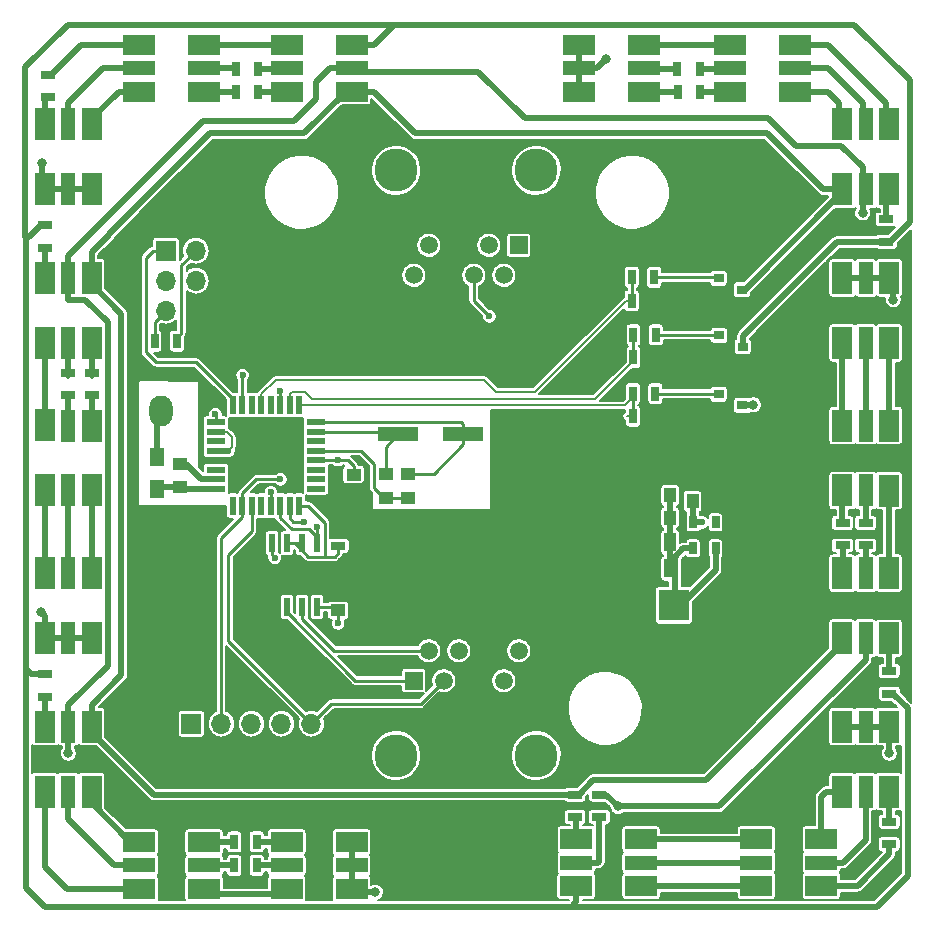
<source format=gtl>
G04 #@! TF.FileFunction,Copper,L1,Top,Signal*
%FSLAX46Y46*%
G04 Gerber Fmt 4.6, Leading zero omitted, Abs format (unit mm)*
G04 Created by KiCad (PCBNEW 4.0.5) date Monday, April 17, 2017 'AMt' 08:56:10 AM*
%MOMM*%
%LPD*%
G01*
G04 APERTURE LIST*
%ADD10C,0.100000*%
%ADD11R,0.700000X1.300000*%
%ADD12R,1.300000X0.700000*%
%ADD13R,1.250000X1.000000*%
%ADD14C,3.650000*%
%ADD15R,1.500000X1.500000*%
%ADD16C,1.500000*%
%ADD17R,1.000000X1.250000*%
%ADD18R,1.000000X1.600000*%
%ADD19R,1.600000X0.550000*%
%ADD20R,0.550000X1.600000*%
%ADD21O,2.000000X2.600000*%
%ADD22R,1.700000X1.700000*%
%ADD23O,1.700000X1.700000*%
%ADD24R,0.900000X0.800000*%
%ADD25R,0.650000X1.060000*%
%ADD26R,0.600000X1.550000*%
%ADD27R,2.600000X2.600000*%
%ADD28C,2.600000*%
%ADD29R,1.300000X1.500000*%
%ADD30R,3.500000X1.200000*%
%ADD31R,2.700000X1.700000*%
%ADD32R,2.700000X1.300000*%
%ADD33R,1.700000X2.700000*%
%ADD34R,1.300000X2.700000*%
%ADD35C,0.600000*%
%ADD36C,0.800000*%
%ADD37C,0.250000*%
%ADD38C,0.150000*%
%ADD39C,0.500000*%
%ADD40C,0.130000*%
G04 APERTURE END LIST*
D10*
D11*
X118450000Y-54550000D03*
X120350000Y-54550000D03*
X118450000Y-56500000D03*
X120350000Y-56500000D03*
D12*
X102250000Y-69700000D03*
X102250000Y-67800000D03*
D11*
X120200000Y-120000000D03*
X118300000Y-120000000D03*
X120200000Y-122000000D03*
X118300000Y-122000000D03*
D13*
X133009201Y-88874251D03*
X133009201Y-90874251D03*
X131109201Y-88874251D03*
X131109201Y-90874251D03*
X128400000Y-88900000D03*
X128400000Y-90900000D03*
D14*
X132000000Y-63150000D03*
X143870000Y-63150000D03*
D15*
X142380000Y-69500000D03*
D16*
X141110000Y-72040000D03*
X139840000Y-69500000D03*
X138570000Y-72040000D03*
X137300000Y-69500000D03*
X136030000Y-72040000D03*
X134760000Y-69500000D03*
X133490000Y-72040000D03*
D11*
X155850000Y-56550000D03*
X157750000Y-56550000D03*
X155800000Y-54600000D03*
X157700000Y-54600000D03*
D12*
X173500000Y-67300000D03*
X173500000Y-69200000D03*
X106250000Y-82200000D03*
X106250000Y-80300000D03*
X104250000Y-82200000D03*
X104250000Y-80300000D03*
X102250000Y-107700000D03*
X102250000Y-105800000D03*
D17*
X155200000Y-92550000D03*
X153200000Y-92550000D03*
D18*
X155200000Y-94650000D03*
X152200000Y-94650000D03*
X155200000Y-96850000D03*
X152200000Y-96850000D03*
D13*
X113694529Y-87983473D03*
X113694529Y-89983473D03*
X127100000Y-100400000D03*
X127100000Y-98400000D03*
D17*
X155200000Y-90650000D03*
X153200000Y-90650000D03*
X157100000Y-91150000D03*
X159100000Y-91150000D03*
D19*
X125244529Y-90083473D03*
X125244529Y-89283473D03*
X125244529Y-88483473D03*
X125244529Y-87683473D03*
X125244529Y-86883473D03*
X125244529Y-86083473D03*
X125244529Y-85283473D03*
X125244529Y-84483473D03*
D20*
X123794529Y-83033473D03*
X122994529Y-83033473D03*
X122194529Y-83033473D03*
X121394529Y-83033473D03*
X120594529Y-83033473D03*
X119794529Y-83033473D03*
X118994529Y-83033473D03*
X118194529Y-83033473D03*
D19*
X116744529Y-84483473D03*
X116744529Y-85283473D03*
X116744529Y-86083473D03*
X116744529Y-86883473D03*
X116744529Y-87683473D03*
X116744529Y-88483473D03*
X116744529Y-89283473D03*
X116744529Y-90083473D03*
D20*
X118194529Y-91533473D03*
X118994529Y-91533473D03*
X119794529Y-91533473D03*
X120594529Y-91533473D03*
X121394529Y-91533473D03*
X122194529Y-91533473D03*
X122994529Y-91533473D03*
X123794529Y-91533473D03*
D21*
X112100000Y-83500000D03*
D14*
X143870000Y-112700000D03*
X132000000Y-112700000D03*
D15*
X133490000Y-106350000D03*
D16*
X134760000Y-103810000D03*
X136030000Y-106350000D03*
X137300000Y-103810000D03*
X138570000Y-106350000D03*
X139840000Y-103810000D03*
X141110000Y-106350000D03*
X142380000Y-103810000D03*
D22*
X112500000Y-69960000D03*
D23*
X115040000Y-69960000D03*
X112500000Y-72500000D03*
X115040000Y-72500000D03*
X112500000Y-75040000D03*
X115040000Y-75040000D03*
D22*
X114660000Y-110000000D03*
D23*
X117200000Y-110000000D03*
X119740000Y-110000000D03*
X122280000Y-110000000D03*
X124820000Y-110000000D03*
X127360000Y-110000000D03*
D24*
X159300000Y-82100000D03*
X159300000Y-84000000D03*
X161300000Y-83050000D03*
X159350000Y-77125000D03*
X159350000Y-79025000D03*
X161350000Y-78075000D03*
X159300000Y-72300000D03*
X159300000Y-74200000D03*
X161300000Y-73250000D03*
D12*
X102500000Y-55050000D03*
X102500000Y-56950000D03*
X169800000Y-93000000D03*
X169800000Y-94900000D03*
X171750000Y-93000000D03*
X171750000Y-94900000D03*
X173750000Y-105550000D03*
X173750000Y-107450000D03*
X147150000Y-117900000D03*
X147150000Y-116000000D03*
X149200000Y-117900000D03*
X149200000Y-116000000D03*
X173750000Y-118300000D03*
X173750000Y-120200000D03*
D11*
X151950000Y-74200000D03*
X153850000Y-74200000D03*
X152100000Y-78975000D03*
X154000000Y-78975000D03*
X152050000Y-83950000D03*
X153950000Y-83950000D03*
X153950000Y-82050000D03*
X152050000Y-82050000D03*
X154000000Y-77075000D03*
X152100000Y-77075000D03*
X153850000Y-72200000D03*
X151950000Y-72200000D03*
X113450000Y-77600000D03*
X111550000Y-77600000D03*
D12*
X127100000Y-94950000D03*
X127100000Y-96850000D03*
D25*
X157150000Y-95150000D03*
X158100000Y-95150000D03*
X159050000Y-95150000D03*
X159050000Y-92950000D03*
X157150000Y-92950000D03*
D26*
X125305000Y-94700000D03*
X124035000Y-94700000D03*
X122765000Y-94700000D03*
X121495000Y-94700000D03*
X121495000Y-100100000D03*
X122765000Y-100100000D03*
X124035000Y-100100000D03*
X125305000Y-100100000D03*
D27*
X155520000Y-99980000D03*
D28*
X159480000Y-99980000D03*
D29*
X111794529Y-87433473D03*
X111794529Y-90133473D03*
D30*
X132200000Y-85500000D03*
X137700000Y-85500000D03*
D31*
X115750000Y-123975000D03*
D32*
X115750000Y-122000000D03*
D31*
X115750000Y-120025000D03*
X110240000Y-123975000D03*
D32*
X110250000Y-122000000D03*
D31*
X110250000Y-120025000D03*
X128250000Y-123975000D03*
D32*
X128250000Y-122000000D03*
D31*
X128250000Y-120025000D03*
X122740000Y-123975000D03*
D32*
X122750000Y-122000000D03*
D31*
X122750000Y-120025000D03*
X152750000Y-123725000D03*
D32*
X152750000Y-121750000D03*
D31*
X152750000Y-119775000D03*
X147240000Y-123725000D03*
D32*
X147250000Y-121750000D03*
D31*
X147250000Y-119775000D03*
X168000000Y-123725000D03*
D32*
X168000000Y-121750000D03*
D31*
X168000000Y-119775000D03*
X162490000Y-123725000D03*
D32*
X162500000Y-121750000D03*
D31*
X162500000Y-119775000D03*
D33*
X173725000Y-110250000D03*
D34*
X171750000Y-110250000D03*
D33*
X169775000Y-110250000D03*
X173725000Y-115760000D03*
D34*
X171750000Y-115750000D03*
D33*
X169775000Y-115750000D03*
X173725000Y-84750000D03*
D34*
X171750000Y-84750000D03*
D33*
X169775000Y-84750000D03*
X173725000Y-90260000D03*
D34*
X171750000Y-90250000D03*
D33*
X169775000Y-90250000D03*
X173725000Y-72250000D03*
D34*
X171750000Y-72250000D03*
D33*
X169775000Y-72250000D03*
X173725000Y-77760000D03*
D34*
X171750000Y-77750000D03*
D33*
X169775000Y-77750000D03*
X173725000Y-59250000D03*
D34*
X171750000Y-59250000D03*
D33*
X169775000Y-59250000D03*
X173725000Y-64760000D03*
D34*
X171750000Y-64750000D03*
D33*
X169775000Y-64750000D03*
D31*
X160250000Y-52525000D03*
D32*
X160250000Y-54500000D03*
D31*
X160250000Y-56475000D03*
X165760000Y-52525000D03*
D32*
X165750000Y-54500000D03*
D31*
X165750000Y-56475000D03*
X147450000Y-52525000D03*
D32*
X147450000Y-54500000D03*
D31*
X147450000Y-56475000D03*
X152960000Y-52525000D03*
D32*
X152950000Y-54500000D03*
D31*
X152950000Y-56475000D03*
X122750000Y-52525000D03*
D32*
X122750000Y-54500000D03*
D31*
X122750000Y-56475000D03*
X128260000Y-52525000D03*
D32*
X128250000Y-54500000D03*
D31*
X128250000Y-56475000D03*
X110250000Y-52525000D03*
D32*
X110250000Y-54500000D03*
D31*
X110250000Y-56475000D03*
X115760000Y-52525000D03*
D32*
X115750000Y-54500000D03*
D31*
X115750000Y-56475000D03*
D33*
X102275000Y-64750000D03*
D34*
X104250000Y-64750000D03*
D33*
X106225000Y-64750000D03*
X102275000Y-59240000D03*
D34*
X104250000Y-59250000D03*
D33*
X106225000Y-59250000D03*
X102275000Y-77750000D03*
D34*
X104250000Y-77750000D03*
D33*
X106225000Y-77750000D03*
X102275000Y-72240000D03*
D34*
X104250000Y-72250000D03*
D33*
X106225000Y-72250000D03*
X102275000Y-90250000D03*
D34*
X104250000Y-90250000D03*
D33*
X106225000Y-90250000D03*
X102275000Y-84740000D03*
D34*
X104250000Y-84750000D03*
D33*
X106225000Y-84750000D03*
X102275000Y-115750000D03*
D34*
X104250000Y-115750000D03*
D33*
X106225000Y-115750000D03*
X102275000Y-110240000D03*
D34*
X104250000Y-110250000D03*
D33*
X106225000Y-110250000D03*
X102275000Y-102750000D03*
D34*
X104250000Y-102750000D03*
D33*
X106225000Y-102750000D03*
X102275000Y-97240000D03*
D34*
X104250000Y-97250000D03*
D33*
X106225000Y-97250000D03*
X173725000Y-97250000D03*
D34*
X171750000Y-97250000D03*
D33*
X169775000Y-97250000D03*
X173725000Y-102760000D03*
D34*
X171750000Y-102750000D03*
D33*
X169775000Y-102750000D03*
D35*
X127100000Y-87683473D03*
X157900000Y-92950000D03*
X117800000Y-86900000D03*
X127100000Y-101500000D03*
D36*
X173750000Y-112500000D03*
X149750000Y-53750000D03*
X101900000Y-100500000D03*
X102000000Y-62500000D03*
X130250000Y-124250000D03*
X174100000Y-74100000D03*
D35*
X139900000Y-75500000D03*
X122200000Y-81800000D03*
X122200000Y-89300000D03*
X121718357Y-95945572D03*
X124200000Y-92874989D03*
X125300000Y-93300000D03*
D36*
X162250000Y-83000000D03*
X171500000Y-66750000D03*
X104250000Y-112500000D03*
X150800000Y-117000000D03*
D35*
X121400000Y-90400000D03*
X119000000Y-80500000D03*
X116700000Y-83800000D03*
D37*
X131109201Y-88874251D02*
X131109201Y-86590799D01*
X131109201Y-86590799D02*
X132200000Y-85500000D01*
X125244529Y-85283473D02*
X131983473Y-85283473D01*
X131983473Y-85283473D02*
X132200000Y-85500000D01*
X133009201Y-90874251D02*
X131109201Y-90874251D01*
X125244529Y-86883473D02*
X129008473Y-86883473D01*
X129008473Y-86883473D02*
X130109200Y-87984200D01*
X130109200Y-89999250D02*
X130984201Y-90874251D01*
X130109200Y-87984200D02*
X130109200Y-89999250D01*
X130984201Y-90874251D02*
X131109201Y-90874251D01*
X133009201Y-88874251D02*
X135175749Y-88874251D01*
X135175749Y-88874251D02*
X137700000Y-86350000D01*
X137700000Y-86350000D02*
X137700000Y-85500000D01*
X125244529Y-84483473D02*
X137533473Y-84483473D01*
X137533473Y-84483473D02*
X137700000Y-84650000D01*
X137700000Y-84650000D02*
X137700000Y-85500000D01*
X127100000Y-100400000D02*
X127100000Y-101500000D01*
X127100000Y-87683473D02*
X127933473Y-87683473D01*
X125244529Y-87683473D02*
X127100000Y-87683473D01*
X127933473Y-87683473D02*
X128400000Y-88150000D01*
X128400000Y-88150000D02*
X128400000Y-88900000D01*
D38*
X117800000Y-86900000D02*
X118099999Y-86600001D01*
X118099999Y-86600001D02*
X118099999Y-85688943D01*
X117694529Y-85283473D02*
X116744529Y-85283473D01*
X118099999Y-85688943D02*
X117694529Y-85283473D01*
D37*
X113450000Y-77600000D02*
X113450000Y-77300000D01*
X113450000Y-77300000D02*
X113814999Y-76935001D01*
X113814999Y-71185001D02*
X115040000Y-69960000D01*
X113814999Y-76935001D02*
X113814999Y-71185001D01*
D39*
X157150000Y-92950000D02*
X157900000Y-92950000D01*
X157150000Y-92950000D02*
X157150000Y-91200000D01*
X157150000Y-91200000D02*
X157100000Y-91150000D01*
D37*
X116744529Y-86883473D02*
X117783473Y-86883473D01*
X117783473Y-86883473D02*
X117800000Y-86900000D01*
X125305000Y-100100000D02*
X126800000Y-100100000D01*
X126800000Y-100100000D02*
X127100000Y-100400000D01*
D39*
X173750000Y-112500000D02*
X173750000Y-110275000D01*
X173750000Y-110275000D02*
X173725000Y-110250000D01*
X171750000Y-110250000D02*
X169775000Y-110250000D01*
X173725000Y-110250000D02*
X171750000Y-110250000D01*
X174100000Y-74100000D02*
X174100000Y-72625000D01*
X174100000Y-72625000D02*
X173725000Y-72250000D01*
X171750000Y-72250000D02*
X173725000Y-72250000D01*
X169775000Y-72250000D02*
X171750000Y-72250000D01*
X147450000Y-54500000D02*
X149000000Y-54500000D01*
X149000000Y-54500000D02*
X149750000Y-53750000D01*
X147450000Y-56475000D02*
X147450000Y-54500000D01*
X147450000Y-52525000D02*
X147450000Y-54500000D01*
X104250000Y-64750000D02*
X106225000Y-64750000D01*
X102275000Y-64750000D02*
X104250000Y-64750000D01*
X102000000Y-62500000D02*
X102000000Y-64475000D01*
X102000000Y-64475000D02*
X102275000Y-64750000D01*
X102275000Y-102750000D02*
X102275000Y-100875000D01*
X102275000Y-100875000D02*
X101900000Y-100500000D01*
X102275000Y-102750000D02*
X106225000Y-102750000D01*
X130250000Y-124250000D02*
X128525000Y-124250000D01*
X128525000Y-124250000D02*
X128250000Y-123975000D01*
X128250000Y-122000000D02*
X128250000Y-123975000D01*
X128250000Y-120025000D02*
X128250000Y-122000000D01*
X155620000Y-100430000D02*
X159050000Y-97000000D01*
X159050000Y-97000000D02*
X159050000Y-95150000D01*
X155620000Y-100430000D02*
X155620000Y-95855000D01*
X155620000Y-95855000D02*
X156325000Y-95150000D01*
X156325000Y-95150000D02*
X157150000Y-95150000D01*
X155620000Y-100430000D02*
X155620000Y-97270000D01*
X155620000Y-97270000D02*
X155200000Y-96850000D01*
X155200000Y-90650000D02*
X155200000Y-92550000D01*
X155200000Y-94650000D02*
X155200000Y-96850000D01*
X155200000Y-92550000D02*
X155200000Y-94650000D01*
X174100000Y-109200000D02*
X174350000Y-109450000D01*
X115494529Y-89283473D02*
X114194529Y-87983473D01*
X116744529Y-89283473D02*
X115494529Y-89283473D01*
X113694529Y-89983473D02*
X111944529Y-89983473D01*
X111944529Y-89983473D02*
X111794529Y-90133473D01*
X116744529Y-90083473D02*
X114294529Y-90083473D01*
X113794529Y-90083473D02*
X113694529Y-89983473D01*
X122750000Y-120025000D02*
X120225000Y-120025000D01*
X120225000Y-120025000D02*
X120200000Y-120000000D01*
X122725000Y-120000000D02*
X122750000Y-120025000D01*
X122750000Y-122000000D02*
X120200000Y-122000000D01*
X114750000Y-124450000D02*
X122900000Y-124450000D01*
X122900000Y-124450000D02*
X123000000Y-124350000D01*
X110000000Y-120025000D02*
X109500000Y-120025000D01*
X109500000Y-120025000D02*
X106225000Y-116750000D01*
X106225000Y-116750000D02*
X106225000Y-115750000D01*
X110000000Y-122000000D02*
X108150000Y-122000000D01*
X108150000Y-122000000D02*
X104250000Y-118100000D01*
X104250000Y-118100000D02*
X104250000Y-117600000D01*
X104250000Y-117600000D02*
X104250000Y-115750000D01*
X109899999Y-122100001D02*
X110000000Y-122000000D01*
X102275000Y-122100000D02*
X102275000Y-115750000D01*
X109990000Y-123975000D02*
X104150000Y-123975000D01*
X104150000Y-123975000D02*
X102275000Y-122100000D01*
X102275000Y-110240000D02*
X102275000Y-107725000D01*
X102275000Y-107725000D02*
X102250000Y-107700000D01*
X106225000Y-90250000D02*
X106225000Y-97250000D01*
X104250000Y-97250000D02*
X104250000Y-90250000D01*
X102275000Y-90250000D02*
X102275000Y-97240000D01*
X106250000Y-82450000D02*
X106250000Y-84725000D01*
X106250000Y-84725000D02*
X106225000Y-84750000D01*
X104250000Y-84750000D02*
X104250000Y-82450000D01*
X102275000Y-77750000D02*
X102275000Y-84740000D01*
X102250000Y-69700000D02*
X102250000Y-72215000D01*
X102250000Y-72215000D02*
X102275000Y-72240000D01*
X106225000Y-59250000D02*
X106225000Y-58750000D01*
X106225000Y-58750000D02*
X108500000Y-56475000D01*
X108500000Y-56475000D02*
X110250000Y-56475000D01*
X104250000Y-59250000D02*
X104250000Y-57400000D01*
X107150000Y-54500000D02*
X108400000Y-54500000D01*
X108400000Y-54500000D02*
X110250000Y-54500000D01*
X104250000Y-57400000D02*
X107150000Y-54500000D01*
X102275000Y-59240000D02*
X102275000Y-57175000D01*
X102275000Y-57175000D02*
X102500000Y-56950000D01*
X115750000Y-56475000D02*
X118425000Y-56475000D01*
X115750000Y-54500000D02*
X118400000Y-54500000D01*
X122750000Y-52525000D02*
X115760000Y-52525000D01*
X152950000Y-56475000D02*
X155775000Y-56475000D01*
X155775000Y-56475000D02*
X155850000Y-56550000D01*
X155800000Y-54600000D02*
X153050000Y-54600000D01*
X153050000Y-54600000D02*
X152950000Y-54500000D01*
X152960000Y-52525000D02*
X160250000Y-52525000D01*
X169525000Y-59250000D02*
X169525000Y-57400000D01*
X169525000Y-57400000D02*
X168600000Y-56475000D01*
X168600000Y-56475000D02*
X167600000Y-56475000D01*
X167600000Y-56475000D02*
X165750000Y-56475000D01*
X171500000Y-59250000D02*
X171500000Y-57400000D01*
X171500000Y-57400000D02*
X168600000Y-54500000D01*
X168600000Y-54500000D02*
X167600000Y-54500000D01*
X167600000Y-54500000D02*
X165750000Y-54500000D01*
X165760000Y-52525000D02*
X168600000Y-52525000D01*
X168600000Y-52525000D02*
X173475000Y-57400000D01*
X173475000Y-57400000D02*
X173475000Y-59250000D01*
X173500000Y-67300000D02*
X173500000Y-64785000D01*
X173500000Y-64785000D02*
X173475000Y-64760000D01*
X173850000Y-64200000D02*
X174100000Y-64450000D01*
X169775000Y-77750000D02*
X169775000Y-84750000D01*
X171750000Y-84750000D02*
X171750000Y-77750000D01*
X173725000Y-77760000D02*
X173725000Y-84750000D01*
X169775000Y-90250000D02*
X169775000Y-92975000D01*
X169775000Y-92975000D02*
X169800000Y-93000000D01*
X171750000Y-90250000D02*
X171750000Y-93000000D01*
X173725000Y-97250000D02*
X173725000Y-90260000D01*
X173750000Y-105550000D02*
X173750000Y-102785000D01*
X173750000Y-102785000D02*
X173725000Y-102760000D01*
X168000000Y-119775000D02*
X168000000Y-116175000D01*
X168425000Y-115750000D02*
X169775000Y-115750000D01*
X168000000Y-116175000D02*
X168425000Y-115750000D01*
X168000000Y-121750000D02*
X169850000Y-121750000D01*
X169850000Y-121750000D02*
X171750000Y-119850000D01*
X171750000Y-119850000D02*
X171750000Y-117600000D01*
X171750000Y-117600000D02*
X171750000Y-115750000D01*
X173725000Y-115760000D02*
X173725000Y-118275000D01*
X173725000Y-118275000D02*
X173750000Y-118300000D01*
X162500000Y-119775000D02*
X152750000Y-119775000D01*
X152750000Y-121750000D02*
X162500000Y-121750000D01*
X162490000Y-123725000D02*
X152750000Y-123725000D01*
X162650000Y-124100000D02*
X162750000Y-124200000D01*
X111794529Y-87833473D02*
X111794529Y-83805471D01*
X111794529Y-83805471D02*
X112100000Y-83500000D01*
D37*
X122765000Y-100575000D02*
X128540000Y-106350000D01*
X128540000Y-106350000D02*
X133490000Y-106350000D01*
X122765000Y-100100000D02*
X122765000Y-100575000D01*
X124035000Y-101125000D02*
X126720000Y-103810000D01*
X124035000Y-100100000D02*
X124035000Y-101125000D01*
X126720000Y-103810000D02*
X134760000Y-103810000D01*
X124820000Y-110000000D02*
X117800000Y-102980000D01*
X126520000Y-108300000D02*
X124820000Y-110000000D01*
X117800000Y-102980000D02*
X117800000Y-95675002D01*
X134080000Y-108300000D02*
X126520000Y-108300000D01*
X136030000Y-106350000D02*
X134080000Y-108300000D01*
X119794529Y-93680473D02*
X119794529Y-91533473D01*
X117800000Y-95675002D02*
X119794529Y-93680473D01*
X139900000Y-75500000D02*
X138570000Y-74170000D01*
X138570000Y-74170000D02*
X138570000Y-72040000D01*
X122194529Y-83033473D02*
X122194529Y-81805471D01*
X122194529Y-81805471D02*
X122200000Y-81800000D01*
X117200000Y-110000000D02*
X117200000Y-94278004D01*
X117200000Y-94278004D02*
X118994529Y-92483475D01*
X118994529Y-92483475D02*
X118994529Y-91533473D01*
X118994529Y-91533473D02*
X118994529Y-90483473D01*
X118994529Y-90483473D02*
X120178002Y-89300000D01*
X120178002Y-89300000D02*
X122200000Y-89300000D01*
X121495000Y-95725000D02*
X121715572Y-95945572D01*
X121715572Y-95945572D02*
X121718357Y-95945572D01*
X121495000Y-94700000D02*
X121495000Y-95725000D01*
X123286045Y-92874989D02*
X124200000Y-92874989D01*
X122994529Y-91533473D02*
X122994529Y-92583473D01*
X122994529Y-92583473D02*
X123286045Y-92874989D01*
X121495000Y-95175000D02*
X121495000Y-94700000D01*
X121495000Y-94225000D02*
X121495000Y-94700000D01*
X125300000Y-93300000D02*
X125300000Y-94695000D01*
X125300000Y-94695000D02*
X125305000Y-94700000D01*
X125305000Y-94225000D02*
X125305000Y-94700000D01*
X124629999Y-93549999D02*
X125305000Y-94225000D01*
X123161055Y-93549999D02*
X124629999Y-93549999D01*
X122194529Y-92583473D02*
X123161055Y-93549999D01*
X122194529Y-91533473D02*
X122194529Y-92583473D01*
X153950000Y-82050000D02*
X159250000Y-82050000D01*
X159250000Y-82050000D02*
X159300000Y-82100000D01*
D39*
X162250000Y-83000000D02*
X161350000Y-83000000D01*
X161350000Y-83000000D02*
X161300000Y-83050000D01*
X171500000Y-64750000D02*
X171500000Y-66750000D01*
X163500000Y-58750000D02*
X142911002Y-58750000D01*
X142911002Y-58750000D02*
X138961003Y-54800001D01*
X165850001Y-61100001D02*
X163500000Y-58750000D01*
X171500000Y-64750000D02*
X171500000Y-62900000D01*
X171500000Y-62900000D02*
X169700001Y-61100001D01*
X169700001Y-61100001D02*
X165850001Y-61100001D01*
X138961003Y-54800001D02*
X128550001Y-54800001D01*
X128550001Y-54800001D02*
X128250000Y-54500000D01*
X149200000Y-116000000D02*
X149800000Y-116000000D01*
X149800000Y-116000000D02*
X150800000Y-117000000D01*
X150800000Y-117000000D02*
X159350000Y-117000000D01*
X159350000Y-117000000D02*
X171750000Y-104600000D01*
X171750000Y-104600000D02*
X171750000Y-102750000D01*
X125250000Y-55650000D02*
X125250000Y-57075002D01*
X126400000Y-54500000D02*
X125250000Y-55650000D01*
X128250000Y-54500000D02*
X126400000Y-54500000D01*
X123325002Y-59000000D02*
X115650000Y-59000000D01*
X115650000Y-59000000D02*
X104250000Y-70400000D01*
X125250000Y-57075002D02*
X123325002Y-59000000D01*
X104250000Y-72250000D02*
X104250000Y-70400000D01*
X104250000Y-110250000D02*
X104250000Y-112500000D01*
X107575001Y-105074999D02*
X107575001Y-75999999D01*
X107575001Y-75999999D02*
X105675003Y-74100001D01*
X105675003Y-74100001D02*
X104250000Y-74100000D01*
X104250000Y-74100000D02*
X104250000Y-72250000D01*
X104250000Y-110250000D02*
X104250000Y-108400000D01*
X104250000Y-108400000D02*
X107575001Y-105074999D01*
D37*
X154000000Y-77075000D02*
X159300000Y-77075000D01*
X159300000Y-77075000D02*
X159350000Y-77125000D01*
D39*
X128260000Y-52525000D02*
X130110000Y-52525000D01*
X130110000Y-52525000D02*
X131835000Y-50800000D01*
X131835000Y-50800000D02*
X133050000Y-50800000D01*
X173500000Y-69200000D02*
X173800000Y-69200000D01*
X175500001Y-67499999D02*
X175500001Y-55500001D01*
X170800000Y-50800000D02*
X134750000Y-50800000D01*
X173800000Y-69200000D02*
X175500001Y-67499999D01*
X175500001Y-55500001D02*
X170800000Y-50800000D01*
X172700002Y-125500000D02*
X147000000Y-125500000D01*
X147000000Y-125500000D02*
X144750000Y-125500000D01*
X147240000Y-123725000D02*
X147240000Y-125075000D01*
X147240000Y-125075000D02*
X147000000Y-125315000D01*
X147000000Y-125315000D02*
X147000000Y-125500000D01*
X146800000Y-124100000D02*
X147500000Y-124100000D01*
X144750000Y-125500000D02*
X102250000Y-125500000D01*
X173750000Y-107450000D02*
X174050000Y-107450000D01*
X174050000Y-107450000D02*
X175300000Y-108700000D01*
X175300000Y-108700000D02*
X175300000Y-122900002D01*
X175300000Y-122900002D02*
X172700002Y-125500000D01*
X102250000Y-125500000D02*
X100650000Y-123900000D01*
X100650000Y-123900000D02*
X100650000Y-112000000D01*
X100650000Y-112000000D02*
X100650000Y-105250000D01*
X161350000Y-78075000D02*
X161350000Y-77175000D01*
X161350000Y-77175000D02*
X169325000Y-69200000D01*
X169325000Y-69200000D02*
X172350000Y-69200000D01*
X172350000Y-69200000D02*
X173500000Y-69200000D01*
X133300000Y-50800000D02*
X134750000Y-50800000D01*
X134450000Y-50800000D02*
X134750000Y-50800000D01*
X100600000Y-68800000D02*
X100950000Y-68800000D01*
X100950000Y-68800000D02*
X101950000Y-67800000D01*
X101950000Y-67800000D02*
X102250000Y-67800000D01*
X100650000Y-105250000D02*
X100650000Y-68850000D01*
X100650000Y-68850000D02*
X100600000Y-68800000D01*
X100600000Y-68800000D02*
X100600000Y-54400000D01*
X100600000Y-54400000D02*
X104200000Y-50800000D01*
X104200000Y-50800000D02*
X133300000Y-50800000D01*
X102250000Y-105800000D02*
X101100000Y-105800000D01*
X101100000Y-105800000D02*
X100650000Y-105350000D01*
X100650000Y-105350000D02*
X100650000Y-105250000D01*
X161400000Y-78075000D02*
X161350000Y-78075000D01*
X133050000Y-50800000D02*
X133300000Y-50800000D01*
D37*
X153850000Y-72200000D02*
X159200000Y-72200000D01*
X159200000Y-72200000D02*
X159300000Y-72300000D01*
D39*
X163425000Y-60000000D02*
X133625000Y-60000000D01*
X130100000Y-56475000D02*
X128250000Y-56475000D01*
X133625000Y-60000000D02*
X130100000Y-56475000D01*
X169525000Y-64750000D02*
X168175000Y-64750000D01*
X168175000Y-64750000D02*
X163425000Y-60000000D01*
X147150000Y-116000000D02*
X111475000Y-116000000D01*
X111475000Y-116000000D02*
X106225000Y-110750000D01*
X106225000Y-110750000D02*
X106225000Y-110250000D01*
X158275000Y-114750000D02*
X148700000Y-114750000D01*
X147450000Y-116000000D02*
X147150000Y-116000000D01*
X148700000Y-114750000D02*
X147450000Y-116000000D01*
X169775000Y-103250000D02*
X158275000Y-114750000D01*
X169775000Y-102750000D02*
X169775000Y-103250000D01*
X169500000Y-64775000D02*
X169525000Y-64750000D01*
X161300000Y-73250000D02*
X161525000Y-73250000D01*
X161525000Y-73250000D02*
X169525000Y-65250000D01*
X169525000Y-65250000D02*
X169525000Y-64750000D01*
X116250000Y-60000000D02*
X124225000Y-60000000D01*
X124225000Y-60000000D02*
X127750000Y-56475000D01*
X127750000Y-56475000D02*
X128250000Y-56475000D01*
X107690001Y-68559999D02*
X116250000Y-60000000D01*
X106225000Y-70075000D02*
X107690001Y-68609999D01*
X107690001Y-68609999D02*
X107690001Y-68559999D01*
X106225000Y-70075000D02*
X106225000Y-72250000D01*
X108750000Y-105875000D02*
X108750000Y-75275000D01*
X108750000Y-75275000D02*
X106225000Y-72750000D01*
X106225000Y-72750000D02*
X106225000Y-72250000D01*
X106225000Y-110250000D02*
X106225000Y-108400000D01*
X106225000Y-108400000D02*
X108750000Y-105875000D01*
X161300000Y-73250000D02*
X161350000Y-73250000D01*
D38*
X120594529Y-82083473D02*
X120594529Y-83033473D01*
X139465687Y-80874987D02*
X121803015Y-80874987D01*
X140499172Y-81908472D02*
X139465687Y-80874987D01*
X143741528Y-81908472D02*
X140499172Y-81908472D01*
X121803015Y-80874987D02*
X120594529Y-82083473D01*
X151450000Y-74200000D02*
X143741528Y-81908472D01*
X151950000Y-74200000D02*
X151450000Y-74200000D01*
D37*
X151950000Y-72200000D02*
X151950000Y-74200000D01*
D38*
X148875000Y-82500000D02*
X124921058Y-82500000D01*
X124921058Y-82500000D02*
X124329530Y-81908472D01*
X124329530Y-81908472D02*
X123169530Y-81908472D01*
X123169530Y-81908472D02*
X122994529Y-82083473D01*
X122994529Y-82083473D02*
X122994529Y-83033473D01*
X152100000Y-78975000D02*
X152100000Y-79275000D01*
X152100000Y-79275000D02*
X148875000Y-82500000D01*
D37*
X152100000Y-78975000D02*
X152100000Y-77075000D01*
D38*
X123794529Y-83033473D02*
X151366527Y-83033473D01*
X151366527Y-83033473D02*
X152050000Y-82350000D01*
X152050000Y-82350000D02*
X152050000Y-82050000D01*
X152050000Y-83950000D02*
X151550000Y-83950000D01*
D37*
X152050000Y-82050000D02*
X152050000Y-83950000D01*
X121400000Y-90400000D02*
X121400000Y-91528002D01*
X121400000Y-91528002D02*
X121394529Y-91533473D01*
X112500000Y-75040000D02*
X111550000Y-75990000D01*
X111550000Y-75990000D02*
X111550000Y-77600000D01*
X127100000Y-94950000D02*
X127100000Y-95550000D01*
X127100000Y-95550000D02*
X126799999Y-95850001D01*
X126799999Y-95850001D02*
X125905001Y-95850001D01*
X125980001Y-92980999D02*
X125980001Y-95775001D01*
X125980001Y-95775001D02*
X125905001Y-95850001D01*
X125905001Y-95850001D02*
X124550001Y-95850001D01*
X124550001Y-95850001D02*
X123400000Y-94700000D01*
X123794529Y-91533473D02*
X124532475Y-91533473D01*
X124532475Y-91533473D02*
X125980001Y-92980999D01*
X122765000Y-94700000D02*
X122765000Y-94225000D01*
X122765000Y-94700000D02*
X123400000Y-94700000D01*
X123400000Y-94700000D02*
X124035000Y-94700000D01*
X124100000Y-94635000D02*
X124035000Y-94700000D01*
X118994529Y-83033473D02*
X118994529Y-80505471D01*
X118994529Y-80505471D02*
X119000000Y-80500000D01*
X118194529Y-82508473D02*
X115086056Y-79400000D01*
X115086056Y-79400000D02*
X111674998Y-79400000D01*
X110824999Y-78550001D02*
X110824999Y-70535001D01*
X110824999Y-70535001D02*
X111400000Y-69960000D01*
X111674998Y-79400000D02*
X110824999Y-78550001D01*
X111400000Y-69960000D02*
X112500000Y-69960000D01*
X118194529Y-83033473D02*
X118194529Y-82508473D01*
X116744529Y-84483473D02*
X116744529Y-83844529D01*
X116744529Y-83844529D02*
X116700000Y-83800000D01*
D39*
X104250000Y-80550000D02*
X104250000Y-77750000D01*
X106225000Y-77750000D02*
X106225000Y-80525000D01*
X106225000Y-80525000D02*
X106250000Y-80550000D01*
X120350000Y-54550000D02*
X122700000Y-54550000D01*
X122700000Y-54550000D02*
X122750000Y-54500000D01*
X120350000Y-56500000D02*
X122725000Y-56500000D01*
X122725000Y-56500000D02*
X122750000Y-56475000D01*
X171750000Y-94900000D02*
X171750000Y-97250000D01*
X169800000Y-94900000D02*
X169800000Y-97225000D01*
X169800000Y-97225000D02*
X169775000Y-97250000D01*
X118300000Y-122000000D02*
X115750000Y-122000000D01*
X115750000Y-120025000D02*
X118275000Y-120025000D01*
X118275000Y-120025000D02*
X118300000Y-120000000D01*
X157700000Y-54600000D02*
X160150000Y-54600000D01*
X160150000Y-54600000D02*
X160250000Y-54500000D01*
X157750000Y-56550000D02*
X160175000Y-56550000D01*
X160175000Y-56550000D02*
X160250000Y-56475000D01*
X149200000Y-117900000D02*
X149200000Y-121650000D01*
X149200000Y-121650000D02*
X149100000Y-121750000D01*
X149100000Y-121750000D02*
X147250000Y-121750000D01*
X147250000Y-119775000D02*
X147250000Y-118000000D01*
X147250000Y-118000000D02*
X147150000Y-117900000D01*
X168000000Y-123725000D02*
X171075000Y-123725000D01*
X173750000Y-121050000D02*
X173750000Y-120200000D01*
X171075000Y-123725000D02*
X173750000Y-121050000D01*
X102500000Y-55050000D02*
X102800000Y-55050000D01*
X102800000Y-55050000D02*
X105325000Y-52525000D01*
X108400000Y-52525000D02*
X110250000Y-52525000D01*
X105325000Y-52525000D02*
X108400000Y-52525000D01*
X118425000Y-56475000D02*
X118450000Y-56500000D01*
X118400000Y-54500000D02*
X118450000Y-54550000D01*
D40*
G36*
X133225485Y-60399515D02*
X133265798Y-60432628D01*
X133305794Y-60466189D01*
X133308397Y-60467620D01*
X133310693Y-60469506D01*
X133356723Y-60494187D01*
X133402423Y-60519311D01*
X133405251Y-60520208D01*
X133407873Y-60521614D01*
X133457876Y-60536902D01*
X133507530Y-60552653D01*
X133510475Y-60552983D01*
X133513323Y-60553854D01*
X133565275Y-60559130D01*
X133617111Y-60564945D01*
X133622925Y-60564986D01*
X133623028Y-60564996D01*
X133623124Y-60564987D01*
X133625000Y-60565000D01*
X163190970Y-60565000D01*
X167775484Y-65149515D01*
X167815844Y-65182667D01*
X167855794Y-65216189D01*
X167858394Y-65217618D01*
X167860692Y-65219506D01*
X167906744Y-65244199D01*
X167952423Y-65269311D01*
X167955251Y-65270208D01*
X167957873Y-65271614D01*
X168007835Y-65286889D01*
X168057530Y-65302653D01*
X168060480Y-65302984D01*
X168063323Y-65303853D01*
X168115225Y-65309125D01*
X168167111Y-65314945D01*
X168172925Y-65314986D01*
X168173028Y-65314996D01*
X168173124Y-65314987D01*
X168175000Y-65315000D01*
X168608476Y-65315000D01*
X168608476Y-65367493D01*
X161442494Y-72533476D01*
X160850000Y-72533476D01*
X160799837Y-72537476D01*
X160714756Y-72563824D01*
X160640384Y-72612832D01*
X160582610Y-72680619D01*
X160546007Y-72761819D01*
X160533476Y-72850000D01*
X160533476Y-73650000D01*
X160537476Y-73700163D01*
X160563824Y-73785244D01*
X160612832Y-73859616D01*
X160680619Y-73917390D01*
X160761819Y-73953993D01*
X160850000Y-73966524D01*
X161750000Y-73966524D01*
X161800163Y-73962524D01*
X161885244Y-73936176D01*
X161959616Y-73887168D01*
X162017390Y-73819381D01*
X162053993Y-73738181D01*
X162066524Y-73650000D01*
X162066524Y-73507506D01*
X169157507Y-66416524D01*
X170625000Y-66416524D01*
X170675163Y-66412524D01*
X170760244Y-66386176D01*
X170834616Y-66337168D01*
X170860768Y-66306484D01*
X170862832Y-66309616D01*
X170908375Y-66348432D01*
X170870409Y-66403879D01*
X170815171Y-66532759D01*
X170786018Y-66669914D01*
X170784060Y-66810119D01*
X170809372Y-66948034D01*
X170860990Y-67078407D01*
X170936948Y-67196270D01*
X171034352Y-67297135D01*
X171149492Y-67377160D01*
X171277984Y-67433296D01*
X171414931Y-67463406D01*
X171555120Y-67466343D01*
X171693208Y-67441994D01*
X171823937Y-67391287D01*
X171942328Y-67316154D01*
X172043871Y-67219457D01*
X172124697Y-67104877D01*
X172181729Y-66976781D01*
X172212795Y-66840047D01*
X172215031Y-66679891D01*
X172187796Y-66542342D01*
X172135938Y-66416524D01*
X172400000Y-66416524D01*
X172450163Y-66412524D01*
X172535244Y-66386176D01*
X172609616Y-66337168D01*
X172632052Y-66310844D01*
X172637832Y-66319616D01*
X172705619Y-66377390D01*
X172786819Y-66413993D01*
X172875000Y-66426524D01*
X172935000Y-66426524D01*
X172935000Y-66633476D01*
X172850000Y-66633476D01*
X172799837Y-66637476D01*
X172714756Y-66663824D01*
X172640384Y-66712832D01*
X172582610Y-66780619D01*
X172546007Y-66861819D01*
X172533476Y-66950000D01*
X172533476Y-67650000D01*
X172537476Y-67700163D01*
X172563824Y-67785244D01*
X172612832Y-67859616D01*
X172680619Y-67917390D01*
X172761819Y-67953993D01*
X172850000Y-67966524D01*
X174150000Y-67966524D01*
X174200163Y-67962524D01*
X174255619Y-67945350D01*
X173667494Y-68533476D01*
X172850000Y-68533476D01*
X172799837Y-68537476D01*
X172714756Y-68563824D01*
X172640384Y-68612832D01*
X172621490Y-68635000D01*
X169325000Y-68635000D01*
X169273025Y-68640096D01*
X169221067Y-68644642D01*
X169218218Y-68645470D01*
X169215258Y-68645760D01*
X169165228Y-68660865D01*
X169115177Y-68675406D01*
X169112544Y-68676771D01*
X169109695Y-68677631D01*
X169063527Y-68702179D01*
X169017279Y-68726152D01*
X169014962Y-68728002D01*
X169012334Y-68729399D01*
X168971883Y-68762390D01*
X168931102Y-68794945D01*
X168926965Y-68799025D01*
X168926882Y-68799093D01*
X168926818Y-68799170D01*
X168925485Y-68800485D01*
X160950485Y-76775485D01*
X160917353Y-76815820D01*
X160883811Y-76855794D01*
X160882382Y-76858394D01*
X160880494Y-76860692D01*
X160855801Y-76906744D01*
X160830689Y-76952423D01*
X160829792Y-76955251D01*
X160828386Y-76957873D01*
X160813111Y-77007835D01*
X160797347Y-77057530D01*
X160797016Y-77060480D01*
X160796147Y-77063323D01*
X160790875Y-77115225D01*
X160785055Y-77167111D01*
X160785014Y-77172925D01*
X160785004Y-77173028D01*
X160785013Y-77173124D01*
X160785000Y-77175000D01*
X160785000Y-77382555D01*
X160764756Y-77388824D01*
X160690384Y-77437832D01*
X160632610Y-77505619D01*
X160596007Y-77586819D01*
X160583476Y-77675000D01*
X160583476Y-78475000D01*
X160587476Y-78525163D01*
X160613824Y-78610244D01*
X160662832Y-78684616D01*
X160730619Y-78742390D01*
X160811819Y-78778993D01*
X160900000Y-78791524D01*
X161800000Y-78791524D01*
X161850163Y-78787524D01*
X161935244Y-78761176D01*
X162009616Y-78712168D01*
X162067390Y-78644381D01*
X162103993Y-78563181D01*
X162116524Y-78475000D01*
X162116524Y-77675000D01*
X162112524Y-77624837D01*
X162086176Y-77539756D01*
X162037168Y-77465384D01*
X161969381Y-77407610D01*
X161932876Y-77391154D01*
X162924030Y-76400000D01*
X168608476Y-76400000D01*
X168608476Y-79100000D01*
X168612476Y-79150163D01*
X168638824Y-79235244D01*
X168687832Y-79309616D01*
X168755619Y-79367390D01*
X168836819Y-79403993D01*
X168925000Y-79416524D01*
X169210000Y-79416524D01*
X169210000Y-83083476D01*
X168925000Y-83083476D01*
X168874837Y-83087476D01*
X168789756Y-83113824D01*
X168715384Y-83162832D01*
X168657610Y-83230619D01*
X168621007Y-83311819D01*
X168608476Y-83400000D01*
X168608476Y-86100000D01*
X168612476Y-86150163D01*
X168638824Y-86235244D01*
X168687832Y-86309616D01*
X168755619Y-86367390D01*
X168836819Y-86403993D01*
X168925000Y-86416524D01*
X170625000Y-86416524D01*
X170675163Y-86412524D01*
X170760244Y-86386176D01*
X170834616Y-86337168D01*
X170860768Y-86306484D01*
X170862832Y-86309616D01*
X170930619Y-86367390D01*
X171011819Y-86403993D01*
X171100000Y-86416524D01*
X172400000Y-86416524D01*
X172450163Y-86412524D01*
X172535244Y-86386176D01*
X172609616Y-86337168D01*
X172635768Y-86306484D01*
X172637832Y-86309616D01*
X172705619Y-86367390D01*
X172786819Y-86403993D01*
X172875000Y-86416524D01*
X174575000Y-86416524D01*
X174625163Y-86412524D01*
X174710244Y-86386176D01*
X174784616Y-86337168D01*
X174842390Y-86269381D01*
X174878993Y-86188181D01*
X174891524Y-86100000D01*
X174891524Y-83400000D01*
X174887524Y-83349837D01*
X174861176Y-83264756D01*
X174812168Y-83190384D01*
X174744381Y-83132610D01*
X174663181Y-83096007D01*
X174575000Y-83083476D01*
X174290000Y-83083476D01*
X174290000Y-79426524D01*
X174575000Y-79426524D01*
X174625163Y-79422524D01*
X174710244Y-79396176D01*
X174784616Y-79347168D01*
X174842390Y-79279381D01*
X174878993Y-79198181D01*
X174891524Y-79110000D01*
X174891524Y-76410000D01*
X174887524Y-76359837D01*
X174861176Y-76274756D01*
X174812168Y-76200384D01*
X174744381Y-76142610D01*
X174663181Y-76106007D01*
X174575000Y-76093476D01*
X172875000Y-76093476D01*
X172824837Y-76097476D01*
X172739756Y-76123824D01*
X172665384Y-76172832D01*
X172642948Y-76199156D01*
X172637168Y-76190384D01*
X172569381Y-76132610D01*
X172488181Y-76096007D01*
X172400000Y-76083476D01*
X171100000Y-76083476D01*
X171049837Y-76087476D01*
X170964756Y-76113824D01*
X170890384Y-76162832D01*
X170864232Y-76193516D01*
X170862168Y-76190384D01*
X170794381Y-76132610D01*
X170713181Y-76096007D01*
X170625000Y-76083476D01*
X168925000Y-76083476D01*
X168874837Y-76087476D01*
X168789756Y-76113824D01*
X168715384Y-76162832D01*
X168657610Y-76230619D01*
X168621007Y-76311819D01*
X168608476Y-76400000D01*
X162924030Y-76400000D01*
X168424030Y-70900000D01*
X168608476Y-70900000D01*
X168608476Y-73600000D01*
X168612476Y-73650163D01*
X168638824Y-73735244D01*
X168687832Y-73809616D01*
X168755619Y-73867390D01*
X168836819Y-73903993D01*
X168925000Y-73916524D01*
X170625000Y-73916524D01*
X170675163Y-73912524D01*
X170760244Y-73886176D01*
X170834616Y-73837168D01*
X170860768Y-73806484D01*
X170862832Y-73809616D01*
X170930619Y-73867390D01*
X171011819Y-73903993D01*
X171100000Y-73916524D01*
X172400000Y-73916524D01*
X172450163Y-73912524D01*
X172535244Y-73886176D01*
X172609616Y-73837168D01*
X172635768Y-73806484D01*
X172637832Y-73809616D01*
X172705619Y-73867390D01*
X172786819Y-73903993D01*
X172875000Y-73916524D01*
X173407994Y-73916524D01*
X173386018Y-74019914D01*
X173384060Y-74160119D01*
X173409372Y-74298034D01*
X173460990Y-74428407D01*
X173536948Y-74546270D01*
X173634352Y-74647135D01*
X173749492Y-74727160D01*
X173877984Y-74783296D01*
X174014931Y-74813406D01*
X174155120Y-74816343D01*
X174293208Y-74791994D01*
X174423937Y-74741287D01*
X174542328Y-74666154D01*
X174643871Y-74569457D01*
X174724697Y-74454877D01*
X174781729Y-74326781D01*
X174812795Y-74190047D01*
X174815031Y-74029891D01*
X174787796Y-73892342D01*
X174769233Y-73847305D01*
X174784616Y-73837168D01*
X174842390Y-73769381D01*
X174878993Y-73688181D01*
X174891524Y-73600000D01*
X174891524Y-70900000D01*
X174887524Y-70849837D01*
X174861176Y-70764756D01*
X174812168Y-70690384D01*
X174744381Y-70632610D01*
X174663181Y-70596007D01*
X174575000Y-70583476D01*
X172875000Y-70583476D01*
X172824837Y-70587476D01*
X172739756Y-70613824D01*
X172665384Y-70662832D01*
X172639232Y-70693516D01*
X172637168Y-70690384D01*
X172569381Y-70632610D01*
X172488181Y-70596007D01*
X172400000Y-70583476D01*
X171100000Y-70583476D01*
X171049837Y-70587476D01*
X170964756Y-70613824D01*
X170890384Y-70662832D01*
X170864232Y-70693516D01*
X170862168Y-70690384D01*
X170794381Y-70632610D01*
X170713181Y-70596007D01*
X170625000Y-70583476D01*
X168925000Y-70583476D01*
X168874837Y-70587476D01*
X168789756Y-70613824D01*
X168715384Y-70662832D01*
X168657610Y-70730619D01*
X168621007Y-70811819D01*
X168608476Y-70900000D01*
X168424030Y-70900000D01*
X169559030Y-69765000D01*
X172619149Y-69765000D01*
X172680619Y-69817390D01*
X172761819Y-69853993D01*
X172850000Y-69866524D01*
X174150000Y-69866524D01*
X174200163Y-69862524D01*
X174285244Y-69836176D01*
X174359616Y-69787168D01*
X174417390Y-69719381D01*
X174453993Y-69638181D01*
X174466524Y-69550000D01*
X174466524Y-69332506D01*
X175635000Y-68164031D01*
X175635000Y-108235970D01*
X174716524Y-107317494D01*
X174716524Y-107100000D01*
X174712524Y-107049837D01*
X174686176Y-106964756D01*
X174637168Y-106890384D01*
X174569381Y-106832610D01*
X174488181Y-106796007D01*
X174400000Y-106783476D01*
X173100000Y-106783476D01*
X173049837Y-106787476D01*
X172964756Y-106813824D01*
X172890384Y-106862832D01*
X172832610Y-106930619D01*
X172796007Y-107011819D01*
X172783476Y-107100000D01*
X172783476Y-107800000D01*
X172787476Y-107850163D01*
X172813824Y-107935244D01*
X172862832Y-108009616D01*
X172930619Y-108067390D01*
X173011819Y-108103993D01*
X173100000Y-108116524D01*
X173917494Y-108116524D01*
X174384446Y-108583476D01*
X172875000Y-108583476D01*
X172824837Y-108587476D01*
X172739756Y-108613824D01*
X172665384Y-108662832D01*
X172639232Y-108693516D01*
X172637168Y-108690384D01*
X172569381Y-108632610D01*
X172488181Y-108596007D01*
X172400000Y-108583476D01*
X171100000Y-108583476D01*
X171049837Y-108587476D01*
X170964756Y-108613824D01*
X170890384Y-108662832D01*
X170864232Y-108693516D01*
X170862168Y-108690384D01*
X170794381Y-108632610D01*
X170713181Y-108596007D01*
X170625000Y-108583476D01*
X168925000Y-108583476D01*
X168874837Y-108587476D01*
X168789756Y-108613824D01*
X168715384Y-108662832D01*
X168657610Y-108730619D01*
X168621007Y-108811819D01*
X168608476Y-108900000D01*
X168608476Y-111600000D01*
X168612476Y-111650163D01*
X168638824Y-111735244D01*
X168687832Y-111809616D01*
X168755619Y-111867390D01*
X168836819Y-111903993D01*
X168925000Y-111916524D01*
X170625000Y-111916524D01*
X170675163Y-111912524D01*
X170760244Y-111886176D01*
X170834616Y-111837168D01*
X170860768Y-111806484D01*
X170862832Y-111809616D01*
X170930619Y-111867390D01*
X171011819Y-111903993D01*
X171100000Y-111916524D01*
X172400000Y-111916524D01*
X172450163Y-111912524D01*
X172535244Y-111886176D01*
X172609616Y-111837168D01*
X172635768Y-111806484D01*
X172637832Y-111809616D01*
X172705619Y-111867390D01*
X172786819Y-111903993D01*
X172875000Y-111916524D01*
X173185000Y-111916524D01*
X173185000Y-112059547D01*
X173120409Y-112153879D01*
X173065171Y-112282759D01*
X173036018Y-112419914D01*
X173034060Y-112560119D01*
X173059372Y-112698034D01*
X173110990Y-112828407D01*
X173186948Y-112946270D01*
X173284352Y-113047135D01*
X173399492Y-113127160D01*
X173527984Y-113183296D01*
X173664931Y-113213406D01*
X173805120Y-113216343D01*
X173943208Y-113191994D01*
X174073937Y-113141287D01*
X174192328Y-113066154D01*
X174293871Y-112969457D01*
X174374697Y-112854877D01*
X174431729Y-112726781D01*
X174462795Y-112590047D01*
X174465031Y-112429891D01*
X174437796Y-112292342D01*
X174384363Y-112162703D01*
X174315000Y-112058304D01*
X174315000Y-111916524D01*
X174575000Y-111916524D01*
X174625163Y-111912524D01*
X174710244Y-111886176D01*
X174735000Y-111869863D01*
X174735000Y-114138381D01*
X174663181Y-114106007D01*
X174575000Y-114093476D01*
X172875000Y-114093476D01*
X172824837Y-114097476D01*
X172739756Y-114123824D01*
X172665384Y-114172832D01*
X172642948Y-114199156D01*
X172637168Y-114190384D01*
X172569381Y-114132610D01*
X172488181Y-114096007D01*
X172400000Y-114083476D01*
X171100000Y-114083476D01*
X171049837Y-114087476D01*
X170964756Y-114113824D01*
X170890384Y-114162832D01*
X170864232Y-114193516D01*
X170862168Y-114190384D01*
X170794381Y-114132610D01*
X170713181Y-114096007D01*
X170625000Y-114083476D01*
X168925000Y-114083476D01*
X168874837Y-114087476D01*
X168789756Y-114113824D01*
X168715384Y-114162832D01*
X168657610Y-114230619D01*
X168621007Y-114311819D01*
X168608476Y-114400000D01*
X168608476Y-115185000D01*
X168425000Y-115185000D01*
X168373022Y-115190096D01*
X168321067Y-115194642D01*
X168318218Y-115195470D01*
X168315258Y-115195760D01*
X168265214Y-115210869D01*
X168215178Y-115225406D01*
X168212546Y-115226770D01*
X168209695Y-115227631D01*
X168163548Y-115252168D01*
X168117279Y-115276151D01*
X168114958Y-115278004D01*
X168112334Y-115279399D01*
X168071911Y-115312368D01*
X168031102Y-115344945D01*
X168026965Y-115349025D01*
X168026882Y-115349093D01*
X168026818Y-115349170D01*
X168025485Y-115350485D01*
X167600485Y-115775485D01*
X167567353Y-115815820D01*
X167533811Y-115855794D01*
X167532382Y-115858394D01*
X167530494Y-115860692D01*
X167505801Y-115906744D01*
X167480689Y-115952423D01*
X167479792Y-115955251D01*
X167478386Y-115957873D01*
X167463111Y-116007835D01*
X167447347Y-116057530D01*
X167447016Y-116060480D01*
X167446147Y-116063323D01*
X167440875Y-116115225D01*
X167435055Y-116167111D01*
X167435014Y-116172925D01*
X167435004Y-116173028D01*
X167435013Y-116173124D01*
X167435000Y-116175000D01*
X167435000Y-118608476D01*
X166650000Y-118608476D01*
X166599837Y-118612476D01*
X166514756Y-118638824D01*
X166440384Y-118687832D01*
X166382610Y-118755619D01*
X166346007Y-118836819D01*
X166333476Y-118925000D01*
X166333476Y-120625000D01*
X166337476Y-120675163D01*
X166363824Y-120760244D01*
X166412832Y-120834616D01*
X166443516Y-120860768D01*
X166440384Y-120862832D01*
X166382610Y-120930619D01*
X166346007Y-121011819D01*
X166333476Y-121100000D01*
X166333476Y-122400000D01*
X166337476Y-122450163D01*
X166363824Y-122535244D01*
X166412832Y-122609616D01*
X166443516Y-122635768D01*
X166440384Y-122637832D01*
X166382610Y-122705619D01*
X166346007Y-122786819D01*
X166333476Y-122875000D01*
X166333476Y-124575000D01*
X166337476Y-124625163D01*
X166363824Y-124710244D01*
X166412832Y-124784616D01*
X166480619Y-124842390D01*
X166561819Y-124878993D01*
X166650000Y-124891524D01*
X169350000Y-124891524D01*
X169400163Y-124887524D01*
X169485244Y-124861176D01*
X169559616Y-124812168D01*
X169617390Y-124744381D01*
X169653993Y-124663181D01*
X169666524Y-124575000D01*
X169666524Y-124290000D01*
X171075000Y-124290000D01*
X171126975Y-124284904D01*
X171178933Y-124280358D01*
X171181782Y-124279530D01*
X171184742Y-124279240D01*
X171234772Y-124264135D01*
X171284823Y-124249594D01*
X171287456Y-124248229D01*
X171290305Y-124247369D01*
X171336434Y-124222842D01*
X171382721Y-124198849D01*
X171385042Y-124196996D01*
X171387666Y-124195601D01*
X171428089Y-124162632D01*
X171468898Y-124130055D01*
X171473035Y-124125975D01*
X171473118Y-124125907D01*
X171473182Y-124125830D01*
X171474515Y-124124515D01*
X174149515Y-121449516D01*
X174182667Y-121409156D01*
X174216189Y-121369206D01*
X174217618Y-121366606D01*
X174219506Y-121364308D01*
X174244199Y-121318256D01*
X174269311Y-121272577D01*
X174270208Y-121269749D01*
X174271614Y-121267127D01*
X174286889Y-121217165D01*
X174302653Y-121167470D01*
X174302984Y-121164520D01*
X174303853Y-121161677D01*
X174309125Y-121109775D01*
X174314945Y-121057889D01*
X174314986Y-121052075D01*
X174314996Y-121051972D01*
X174314987Y-121051876D01*
X174315000Y-121050000D01*
X174315000Y-120866524D01*
X174400000Y-120866524D01*
X174450163Y-120862524D01*
X174535244Y-120836176D01*
X174609616Y-120787168D01*
X174667390Y-120719381D01*
X174703993Y-120638181D01*
X174716524Y-120550000D01*
X174716524Y-119850000D01*
X174712524Y-119799837D01*
X174686176Y-119714756D01*
X174637168Y-119640384D01*
X174569381Y-119582610D01*
X174488181Y-119546007D01*
X174400000Y-119533476D01*
X173100000Y-119533476D01*
X173049837Y-119537476D01*
X172964756Y-119563824D01*
X172890384Y-119612832D01*
X172832610Y-119680619D01*
X172796007Y-119761819D01*
X172783476Y-119850000D01*
X172783476Y-120550000D01*
X172787476Y-120600163D01*
X172813824Y-120685244D01*
X172862832Y-120759616D01*
X172930619Y-120817390D01*
X173011819Y-120853993D01*
X173100000Y-120866524D01*
X173134445Y-120866524D01*
X170840970Y-123160000D01*
X169666524Y-123160000D01*
X169666524Y-122875000D01*
X169662524Y-122824837D01*
X169636176Y-122739756D01*
X169587168Y-122665384D01*
X169556484Y-122639232D01*
X169559616Y-122637168D01*
X169617390Y-122569381D01*
X169653993Y-122488181D01*
X169666524Y-122400000D01*
X169666524Y-122315000D01*
X169850000Y-122315000D01*
X169901975Y-122309904D01*
X169953933Y-122305358D01*
X169956782Y-122304530D01*
X169959742Y-122304240D01*
X170009772Y-122289135D01*
X170059823Y-122274594D01*
X170062456Y-122273229D01*
X170065305Y-122272369D01*
X170111434Y-122247842D01*
X170157721Y-122223849D01*
X170160042Y-122221996D01*
X170162666Y-122220601D01*
X170203089Y-122187632D01*
X170243898Y-122155055D01*
X170248035Y-122150975D01*
X170248118Y-122150907D01*
X170248182Y-122150830D01*
X170249515Y-122149515D01*
X172149515Y-120249515D01*
X172182628Y-120209202D01*
X172216189Y-120169206D01*
X172217620Y-120166603D01*
X172219506Y-120164307D01*
X172244187Y-120118277D01*
X172269311Y-120072577D01*
X172270208Y-120069749D01*
X172271614Y-120067127D01*
X172286906Y-120017111D01*
X172302653Y-119967470D01*
X172302983Y-119964525D01*
X172303854Y-119961677D01*
X172309130Y-119909725D01*
X172314945Y-119857889D01*
X172314986Y-119852075D01*
X172314996Y-119851972D01*
X172314987Y-119851876D01*
X172315000Y-119850000D01*
X172315000Y-117416524D01*
X172400000Y-117416524D01*
X172450163Y-117412524D01*
X172535244Y-117386176D01*
X172609616Y-117337168D01*
X172632052Y-117310844D01*
X172637832Y-117319616D01*
X172705619Y-117377390D01*
X172786819Y-117413993D01*
X172875000Y-117426524D01*
X173160000Y-117426524D01*
X173160000Y-117633476D01*
X173100000Y-117633476D01*
X173049837Y-117637476D01*
X172964756Y-117663824D01*
X172890384Y-117712832D01*
X172832610Y-117780619D01*
X172796007Y-117861819D01*
X172783476Y-117950000D01*
X172783476Y-118650000D01*
X172787476Y-118700163D01*
X172813824Y-118785244D01*
X172862832Y-118859616D01*
X172930619Y-118917390D01*
X173011819Y-118953993D01*
X173100000Y-118966524D01*
X174400000Y-118966524D01*
X174450163Y-118962524D01*
X174535244Y-118936176D01*
X174609616Y-118887168D01*
X174667390Y-118819381D01*
X174703993Y-118738181D01*
X174716524Y-118650000D01*
X174716524Y-117950000D01*
X174712524Y-117899837D01*
X174686176Y-117814756D01*
X174637168Y-117740384D01*
X174569381Y-117682610D01*
X174488181Y-117646007D01*
X174400000Y-117633476D01*
X174290000Y-117633476D01*
X174290000Y-117426524D01*
X174575000Y-117426524D01*
X174625163Y-117422524D01*
X174710244Y-117396176D01*
X174735000Y-117379863D01*
X174735000Y-122665971D01*
X172465972Y-124935000D01*
X147805000Y-124935000D01*
X147805000Y-124891524D01*
X148590000Y-124891524D01*
X148640163Y-124887524D01*
X148725244Y-124861176D01*
X148799616Y-124812168D01*
X148857390Y-124744381D01*
X148893993Y-124663181D01*
X148906524Y-124575000D01*
X148906524Y-122875000D01*
X148902524Y-122824837D01*
X148876176Y-122739756D01*
X148827168Y-122665384D01*
X148800844Y-122642948D01*
X148809616Y-122637168D01*
X148867390Y-122569381D01*
X148903993Y-122488181D01*
X148916524Y-122400000D01*
X148916524Y-122315000D01*
X149100000Y-122315000D01*
X149151975Y-122309904D01*
X149203933Y-122305358D01*
X149206782Y-122304530D01*
X149209742Y-122304240D01*
X149259772Y-122289135D01*
X149309823Y-122274594D01*
X149312456Y-122273229D01*
X149315305Y-122272369D01*
X149361434Y-122247842D01*
X149407721Y-122223849D01*
X149410042Y-122221996D01*
X149412666Y-122220601D01*
X149453089Y-122187632D01*
X149493898Y-122155055D01*
X149498035Y-122150975D01*
X149498118Y-122150907D01*
X149498182Y-122150830D01*
X149499515Y-122149515D01*
X149599515Y-122049516D01*
X149632667Y-122009156D01*
X149666189Y-121969206D01*
X149667618Y-121966606D01*
X149669506Y-121964308D01*
X149694199Y-121918256D01*
X149719311Y-121872577D01*
X149720208Y-121869749D01*
X149721614Y-121867127D01*
X149736889Y-121817165D01*
X149752653Y-121767470D01*
X149752984Y-121764520D01*
X149753853Y-121761677D01*
X149759125Y-121709775D01*
X149764945Y-121657889D01*
X149764986Y-121652075D01*
X149764996Y-121651972D01*
X149764987Y-121651876D01*
X149765000Y-121650000D01*
X149765000Y-118925000D01*
X151083476Y-118925000D01*
X151083476Y-120625000D01*
X151087476Y-120675163D01*
X151113824Y-120760244D01*
X151162832Y-120834616D01*
X151193516Y-120860768D01*
X151190384Y-120862832D01*
X151132610Y-120930619D01*
X151096007Y-121011819D01*
X151083476Y-121100000D01*
X151083476Y-122400000D01*
X151087476Y-122450163D01*
X151113824Y-122535244D01*
X151162832Y-122609616D01*
X151193516Y-122635768D01*
X151190384Y-122637832D01*
X151132610Y-122705619D01*
X151096007Y-122786819D01*
X151083476Y-122875000D01*
X151083476Y-124575000D01*
X151087476Y-124625163D01*
X151113824Y-124710244D01*
X151162832Y-124784616D01*
X151230619Y-124842390D01*
X151311819Y-124878993D01*
X151400000Y-124891524D01*
X154100000Y-124891524D01*
X154150163Y-124887524D01*
X154235244Y-124861176D01*
X154309616Y-124812168D01*
X154367390Y-124744381D01*
X154403993Y-124663181D01*
X154416524Y-124575000D01*
X154416524Y-124290000D01*
X160823476Y-124290000D01*
X160823476Y-124575000D01*
X160827476Y-124625163D01*
X160853824Y-124710244D01*
X160902832Y-124784616D01*
X160970619Y-124842390D01*
X161051819Y-124878993D01*
X161140000Y-124891524D01*
X163840000Y-124891524D01*
X163890163Y-124887524D01*
X163975244Y-124861176D01*
X164049616Y-124812168D01*
X164107390Y-124744381D01*
X164143993Y-124663181D01*
X164156524Y-124575000D01*
X164156524Y-122875000D01*
X164152524Y-122824837D01*
X164126176Y-122739756D01*
X164077168Y-122665384D01*
X164050844Y-122642948D01*
X164059616Y-122637168D01*
X164117390Y-122569381D01*
X164153993Y-122488181D01*
X164166524Y-122400000D01*
X164166524Y-121100000D01*
X164162524Y-121049837D01*
X164136176Y-120964756D01*
X164087168Y-120890384D01*
X164056484Y-120864232D01*
X164059616Y-120862168D01*
X164117390Y-120794381D01*
X164153993Y-120713181D01*
X164166524Y-120625000D01*
X164166524Y-118925000D01*
X164162524Y-118874837D01*
X164136176Y-118789756D01*
X164087168Y-118715384D01*
X164019381Y-118657610D01*
X163938181Y-118621007D01*
X163850000Y-118608476D01*
X161150000Y-118608476D01*
X161099837Y-118612476D01*
X161014756Y-118638824D01*
X160940384Y-118687832D01*
X160882610Y-118755619D01*
X160846007Y-118836819D01*
X160833476Y-118925000D01*
X160833476Y-119210000D01*
X154416524Y-119210000D01*
X154416524Y-118925000D01*
X154412524Y-118874837D01*
X154386176Y-118789756D01*
X154337168Y-118715384D01*
X154269381Y-118657610D01*
X154188181Y-118621007D01*
X154100000Y-118608476D01*
X151400000Y-118608476D01*
X151349837Y-118612476D01*
X151264756Y-118638824D01*
X151190384Y-118687832D01*
X151132610Y-118755619D01*
X151096007Y-118836819D01*
X151083476Y-118925000D01*
X149765000Y-118925000D01*
X149765000Y-118566524D01*
X149850000Y-118566524D01*
X149900163Y-118562524D01*
X149985244Y-118536176D01*
X150059616Y-118487168D01*
X150117390Y-118419381D01*
X150153993Y-118338181D01*
X150166524Y-118250000D01*
X150166524Y-117550000D01*
X150162524Y-117499837D01*
X150136176Y-117414756D01*
X150087168Y-117340384D01*
X150019381Y-117282610D01*
X149938181Y-117246007D01*
X149850000Y-117233476D01*
X148550000Y-117233476D01*
X148499837Y-117237476D01*
X148414756Y-117263824D01*
X148340384Y-117312832D01*
X148282610Y-117380619D01*
X148246007Y-117461819D01*
X148233476Y-117550000D01*
X148233476Y-118250000D01*
X148237476Y-118300163D01*
X148263824Y-118385244D01*
X148312832Y-118459616D01*
X148380619Y-118517390D01*
X148461819Y-118553993D01*
X148550000Y-118566524D01*
X148635000Y-118566524D01*
X148635000Y-118613450D01*
X148600000Y-118608476D01*
X147815000Y-118608476D01*
X147815000Y-118565328D01*
X147850163Y-118562524D01*
X147935244Y-118536176D01*
X148009616Y-118487168D01*
X148067390Y-118419381D01*
X148103993Y-118338181D01*
X148116524Y-118250000D01*
X148116524Y-117550000D01*
X148112524Y-117499837D01*
X148086176Y-117414756D01*
X148037168Y-117340384D01*
X147969381Y-117282610D01*
X147888181Y-117246007D01*
X147800000Y-117233476D01*
X146500000Y-117233476D01*
X146449837Y-117237476D01*
X146364756Y-117263824D01*
X146290384Y-117312832D01*
X146232610Y-117380619D01*
X146196007Y-117461819D01*
X146183476Y-117550000D01*
X146183476Y-118250000D01*
X146187476Y-118300163D01*
X146213824Y-118385244D01*
X146262832Y-118459616D01*
X146330619Y-118517390D01*
X146411819Y-118553993D01*
X146500000Y-118566524D01*
X146685000Y-118566524D01*
X146685000Y-118608476D01*
X145900000Y-118608476D01*
X145849837Y-118612476D01*
X145764756Y-118638824D01*
X145690384Y-118687832D01*
X145632610Y-118755619D01*
X145596007Y-118836819D01*
X145583476Y-118925000D01*
X145583476Y-120625000D01*
X145587476Y-120675163D01*
X145613824Y-120760244D01*
X145662832Y-120834616D01*
X145693516Y-120860768D01*
X145690384Y-120862832D01*
X145632610Y-120930619D01*
X145596007Y-121011819D01*
X145583476Y-121100000D01*
X145583476Y-122400000D01*
X145587476Y-122450163D01*
X145613824Y-122535244D01*
X145662832Y-122609616D01*
X145689156Y-122632052D01*
X145680384Y-122637832D01*
X145622610Y-122705619D01*
X145586007Y-122786819D01*
X145573476Y-122875000D01*
X145573476Y-124575000D01*
X145577476Y-124625163D01*
X145603824Y-124710244D01*
X145652832Y-124784616D01*
X145720619Y-124842390D01*
X145801819Y-124878993D01*
X145890000Y-124891524D01*
X146624446Y-124891524D01*
X146600485Y-124915485D01*
X146584455Y-124935000D01*
X130461239Y-124935000D01*
X130573937Y-124891287D01*
X130692328Y-124816154D01*
X130793871Y-124719457D01*
X130874697Y-124604877D01*
X130931729Y-124476781D01*
X130962795Y-124340047D01*
X130965031Y-124179891D01*
X130937796Y-124042342D01*
X130884363Y-123912703D01*
X130806767Y-123795912D01*
X130707964Y-123696417D01*
X130591717Y-123618008D01*
X130462454Y-123563671D01*
X130325100Y-123535476D01*
X130184884Y-123534497D01*
X130047149Y-123560771D01*
X129917140Y-123613298D01*
X129916524Y-123613701D01*
X129916524Y-123125000D01*
X129912524Y-123074837D01*
X129886176Y-122989756D01*
X129837168Y-122915384D01*
X129806484Y-122889232D01*
X129809616Y-122887168D01*
X129867390Y-122819381D01*
X129903993Y-122738181D01*
X129916524Y-122650000D01*
X129916524Y-121350000D01*
X129912524Y-121299837D01*
X129886176Y-121214756D01*
X129837168Y-121140384D01*
X129806484Y-121114232D01*
X129809616Y-121112168D01*
X129867390Y-121044381D01*
X129903993Y-120963181D01*
X129916524Y-120875000D01*
X129916524Y-119175000D01*
X129912524Y-119124837D01*
X129886176Y-119039756D01*
X129837168Y-118965384D01*
X129769381Y-118907610D01*
X129688181Y-118871007D01*
X129600000Y-118858476D01*
X126900000Y-118858476D01*
X126849837Y-118862476D01*
X126764756Y-118888824D01*
X126690384Y-118937832D01*
X126632610Y-119005619D01*
X126596007Y-119086819D01*
X126583476Y-119175000D01*
X126583476Y-120875000D01*
X126587476Y-120925163D01*
X126613824Y-121010244D01*
X126662832Y-121084616D01*
X126693516Y-121110768D01*
X126690384Y-121112832D01*
X126632610Y-121180619D01*
X126596007Y-121261819D01*
X126583476Y-121350000D01*
X126583476Y-122650000D01*
X126587476Y-122700163D01*
X126613824Y-122785244D01*
X126662832Y-122859616D01*
X126693516Y-122885768D01*
X126690384Y-122887832D01*
X126632610Y-122955619D01*
X126596007Y-123036819D01*
X126583476Y-123125000D01*
X126583476Y-124825000D01*
X126587476Y-124875163D01*
X126606006Y-124935000D01*
X124384158Y-124935000D01*
X124393993Y-124913181D01*
X124406524Y-124825000D01*
X124406524Y-123125000D01*
X124402524Y-123074837D01*
X124376176Y-122989756D01*
X124327168Y-122915384D01*
X124300844Y-122892948D01*
X124309616Y-122887168D01*
X124367390Y-122819381D01*
X124403993Y-122738181D01*
X124416524Y-122650000D01*
X124416524Y-121350000D01*
X124412524Y-121299837D01*
X124386176Y-121214756D01*
X124337168Y-121140384D01*
X124306484Y-121114232D01*
X124309616Y-121112168D01*
X124367390Y-121044381D01*
X124403993Y-120963181D01*
X124416524Y-120875000D01*
X124416524Y-119175000D01*
X124412524Y-119124837D01*
X124386176Y-119039756D01*
X124337168Y-118965384D01*
X124269381Y-118907610D01*
X124188181Y-118871007D01*
X124100000Y-118858476D01*
X121400000Y-118858476D01*
X121349837Y-118862476D01*
X121264756Y-118888824D01*
X121190384Y-118937832D01*
X121132610Y-119005619D01*
X121096007Y-119086819D01*
X121083476Y-119175000D01*
X121083476Y-119460000D01*
X120866524Y-119460000D01*
X120866524Y-119350000D01*
X120862524Y-119299837D01*
X120836176Y-119214756D01*
X120787168Y-119140384D01*
X120719381Y-119082610D01*
X120638181Y-119046007D01*
X120550000Y-119033476D01*
X119850000Y-119033476D01*
X119799837Y-119037476D01*
X119714756Y-119063824D01*
X119640384Y-119112832D01*
X119582610Y-119180619D01*
X119546007Y-119261819D01*
X119533476Y-119350000D01*
X119533476Y-120650000D01*
X119537476Y-120700163D01*
X119563824Y-120785244D01*
X119612832Y-120859616D01*
X119680619Y-120917390D01*
X119761819Y-120953993D01*
X119850000Y-120966524D01*
X120550000Y-120966524D01*
X120600163Y-120962524D01*
X120685244Y-120936176D01*
X120759616Y-120887168D01*
X120817390Y-120819381D01*
X120853993Y-120738181D01*
X120866524Y-120650000D01*
X120866524Y-120590000D01*
X121083476Y-120590000D01*
X121083476Y-120875000D01*
X121087476Y-120925163D01*
X121113824Y-121010244D01*
X121162832Y-121084616D01*
X121193516Y-121110768D01*
X121190384Y-121112832D01*
X121132610Y-121180619D01*
X121096007Y-121261819D01*
X121083476Y-121350000D01*
X121083476Y-121435000D01*
X120866524Y-121435000D01*
X120866524Y-121350000D01*
X120862524Y-121299837D01*
X120836176Y-121214756D01*
X120787168Y-121140384D01*
X120719381Y-121082610D01*
X120638181Y-121046007D01*
X120550000Y-121033476D01*
X119850000Y-121033476D01*
X119799837Y-121037476D01*
X119714756Y-121063824D01*
X119640384Y-121112832D01*
X119582610Y-121180619D01*
X119546007Y-121261819D01*
X119533476Y-121350000D01*
X119533476Y-122650000D01*
X119537476Y-122700163D01*
X119563824Y-122785244D01*
X119612832Y-122859616D01*
X119680619Y-122917390D01*
X119761819Y-122953993D01*
X119850000Y-122966524D01*
X120550000Y-122966524D01*
X120600163Y-122962524D01*
X120685244Y-122936176D01*
X120759616Y-122887168D01*
X120817390Y-122819381D01*
X120853993Y-122738181D01*
X120866524Y-122650000D01*
X120866524Y-122565000D01*
X121083476Y-122565000D01*
X121083476Y-122650000D01*
X121087476Y-122700163D01*
X121113824Y-122785244D01*
X121162832Y-122859616D01*
X121189156Y-122882052D01*
X121180384Y-122887832D01*
X121122610Y-122955619D01*
X121086007Y-123036819D01*
X121073476Y-123125000D01*
X121073476Y-123885000D01*
X117416524Y-123885000D01*
X117416524Y-123125000D01*
X117412524Y-123074837D01*
X117386176Y-122989756D01*
X117337168Y-122915384D01*
X117306484Y-122889232D01*
X117309616Y-122887168D01*
X117367390Y-122819381D01*
X117403993Y-122738181D01*
X117416524Y-122650000D01*
X117416524Y-122565000D01*
X117633476Y-122565000D01*
X117633476Y-122650000D01*
X117637476Y-122700163D01*
X117663824Y-122785244D01*
X117712832Y-122859616D01*
X117780619Y-122917390D01*
X117861819Y-122953993D01*
X117950000Y-122966524D01*
X118650000Y-122966524D01*
X118700163Y-122962524D01*
X118785244Y-122936176D01*
X118859616Y-122887168D01*
X118917390Y-122819381D01*
X118953993Y-122738181D01*
X118966524Y-122650000D01*
X118966524Y-121350000D01*
X118962524Y-121299837D01*
X118936176Y-121214756D01*
X118887168Y-121140384D01*
X118819381Y-121082610D01*
X118738181Y-121046007D01*
X118650000Y-121033476D01*
X117950000Y-121033476D01*
X117899837Y-121037476D01*
X117814756Y-121063824D01*
X117740384Y-121112832D01*
X117682610Y-121180619D01*
X117646007Y-121261819D01*
X117633476Y-121350000D01*
X117633476Y-121435000D01*
X117416524Y-121435000D01*
X117416524Y-121350000D01*
X117412524Y-121299837D01*
X117386176Y-121214756D01*
X117337168Y-121140384D01*
X117306484Y-121114232D01*
X117309616Y-121112168D01*
X117367390Y-121044381D01*
X117403993Y-120963181D01*
X117416524Y-120875000D01*
X117416524Y-120590000D01*
X117633476Y-120590000D01*
X117633476Y-120650000D01*
X117637476Y-120700163D01*
X117663824Y-120785244D01*
X117712832Y-120859616D01*
X117780619Y-120917390D01*
X117861819Y-120953993D01*
X117950000Y-120966524D01*
X118650000Y-120966524D01*
X118700163Y-120962524D01*
X118785244Y-120936176D01*
X118859616Y-120887168D01*
X118917390Y-120819381D01*
X118953993Y-120738181D01*
X118966524Y-120650000D01*
X118966524Y-119350000D01*
X118962524Y-119299837D01*
X118936176Y-119214756D01*
X118887168Y-119140384D01*
X118819381Y-119082610D01*
X118738181Y-119046007D01*
X118650000Y-119033476D01*
X117950000Y-119033476D01*
X117899837Y-119037476D01*
X117814756Y-119063824D01*
X117740384Y-119112832D01*
X117682610Y-119180619D01*
X117646007Y-119261819D01*
X117633476Y-119350000D01*
X117633476Y-119460000D01*
X117416524Y-119460000D01*
X117416524Y-119175000D01*
X117412524Y-119124837D01*
X117386176Y-119039756D01*
X117337168Y-118965384D01*
X117269381Y-118907610D01*
X117188181Y-118871007D01*
X117100000Y-118858476D01*
X114400000Y-118858476D01*
X114349837Y-118862476D01*
X114264756Y-118888824D01*
X114190384Y-118937832D01*
X114132610Y-119005619D01*
X114096007Y-119086819D01*
X114083476Y-119175000D01*
X114083476Y-120875000D01*
X114087476Y-120925163D01*
X114113824Y-121010244D01*
X114162832Y-121084616D01*
X114193516Y-121110768D01*
X114190384Y-121112832D01*
X114132610Y-121180619D01*
X114096007Y-121261819D01*
X114083476Y-121350000D01*
X114083476Y-122650000D01*
X114087476Y-122700163D01*
X114113824Y-122785244D01*
X114162832Y-122859616D01*
X114193516Y-122885768D01*
X114190384Y-122887832D01*
X114132610Y-122955619D01*
X114096007Y-123036819D01*
X114083476Y-123125000D01*
X114083476Y-124825000D01*
X114087476Y-124875163D01*
X114106006Y-124935000D01*
X111884158Y-124935000D01*
X111893993Y-124913181D01*
X111906524Y-124825000D01*
X111906524Y-123125000D01*
X111902524Y-123074837D01*
X111876176Y-122989756D01*
X111827168Y-122915384D01*
X111800844Y-122892948D01*
X111809616Y-122887168D01*
X111867390Y-122819381D01*
X111903993Y-122738181D01*
X111916524Y-122650000D01*
X111916524Y-121350000D01*
X111912524Y-121299837D01*
X111886176Y-121214756D01*
X111837168Y-121140384D01*
X111806484Y-121114232D01*
X111809616Y-121112168D01*
X111867390Y-121044381D01*
X111903993Y-120963181D01*
X111916524Y-120875000D01*
X111916524Y-119175000D01*
X111912524Y-119124837D01*
X111886176Y-119039756D01*
X111837168Y-118965384D01*
X111769381Y-118907610D01*
X111688181Y-118871007D01*
X111600000Y-118858476D01*
X109132507Y-118858476D01*
X107389347Y-117115317D01*
X107391524Y-117100000D01*
X107391524Y-114400000D01*
X107387524Y-114349837D01*
X107361176Y-114264756D01*
X107312168Y-114190384D01*
X107244381Y-114132610D01*
X107163181Y-114096007D01*
X107075000Y-114083476D01*
X105375000Y-114083476D01*
X105324837Y-114087476D01*
X105239756Y-114113824D01*
X105165384Y-114162832D01*
X105139232Y-114193516D01*
X105137168Y-114190384D01*
X105069381Y-114132610D01*
X104988181Y-114096007D01*
X104900000Y-114083476D01*
X103600000Y-114083476D01*
X103549837Y-114087476D01*
X103464756Y-114113824D01*
X103390384Y-114162832D01*
X103364232Y-114193516D01*
X103362168Y-114190384D01*
X103294381Y-114132610D01*
X103213181Y-114096007D01*
X103125000Y-114083476D01*
X101425000Y-114083476D01*
X101374837Y-114087476D01*
X101289756Y-114113824D01*
X101215384Y-114162832D01*
X101215000Y-114163283D01*
X101215000Y-111822771D01*
X101255619Y-111857390D01*
X101336819Y-111893993D01*
X101425000Y-111906524D01*
X103125000Y-111906524D01*
X103175163Y-111902524D01*
X103260244Y-111876176D01*
X103334616Y-111827168D01*
X103357052Y-111800844D01*
X103362832Y-111809616D01*
X103430619Y-111867390D01*
X103511819Y-111903993D01*
X103600000Y-111916524D01*
X103685000Y-111916524D01*
X103685000Y-112059547D01*
X103620409Y-112153879D01*
X103565171Y-112282759D01*
X103536018Y-112419914D01*
X103534060Y-112560119D01*
X103559372Y-112698034D01*
X103610990Y-112828407D01*
X103686948Y-112946270D01*
X103784352Y-113047135D01*
X103899492Y-113127160D01*
X104027984Y-113183296D01*
X104164931Y-113213406D01*
X104305120Y-113216343D01*
X104443208Y-113191994D01*
X104573937Y-113141287D01*
X104692328Y-113066154D01*
X104793871Y-112969457D01*
X104874697Y-112854877D01*
X104931729Y-112726781D01*
X104962795Y-112590047D01*
X104965031Y-112429891D01*
X104937796Y-112292342D01*
X104884363Y-112162703D01*
X104815000Y-112058304D01*
X104815000Y-111916524D01*
X104900000Y-111916524D01*
X104950163Y-111912524D01*
X105035244Y-111886176D01*
X105109616Y-111837168D01*
X105135768Y-111806484D01*
X105137832Y-111809616D01*
X105205619Y-111867390D01*
X105286819Y-111903993D01*
X105375000Y-111916524D01*
X106592494Y-111916524D01*
X111075485Y-116399515D01*
X111115820Y-116432647D01*
X111155794Y-116466189D01*
X111158394Y-116467618D01*
X111160692Y-116469506D01*
X111206744Y-116494199D01*
X111252423Y-116519311D01*
X111255251Y-116520208D01*
X111257873Y-116521614D01*
X111307835Y-116536889D01*
X111357530Y-116552653D01*
X111360480Y-116552984D01*
X111363323Y-116553853D01*
X111415225Y-116559125D01*
X111467111Y-116564945D01*
X111472925Y-116564986D01*
X111473028Y-116564996D01*
X111473124Y-116564987D01*
X111475000Y-116565000D01*
X146269149Y-116565000D01*
X146330619Y-116617390D01*
X146411819Y-116653993D01*
X146500000Y-116666524D01*
X147800000Y-116666524D01*
X147850163Y-116662524D01*
X147935244Y-116636176D01*
X148009616Y-116587168D01*
X148067390Y-116519381D01*
X148103993Y-116438181D01*
X148116524Y-116350000D01*
X148116524Y-116132506D01*
X148233476Y-116015554D01*
X148233476Y-116350000D01*
X148237476Y-116400163D01*
X148263824Y-116485244D01*
X148312832Y-116559616D01*
X148380619Y-116617390D01*
X148461819Y-116653993D01*
X148550000Y-116666524D01*
X149667494Y-116666524D01*
X150089224Y-117088254D01*
X150109372Y-117198034D01*
X150160990Y-117328407D01*
X150236948Y-117446270D01*
X150334352Y-117547135D01*
X150449492Y-117627160D01*
X150577984Y-117683296D01*
X150714931Y-117713406D01*
X150855120Y-117716343D01*
X150993208Y-117691994D01*
X151123937Y-117641287D01*
X151242328Y-117566154D01*
X151243540Y-117565000D01*
X159350000Y-117565000D01*
X159401975Y-117559904D01*
X159453933Y-117555358D01*
X159456782Y-117554530D01*
X159459742Y-117554240D01*
X159509772Y-117539135D01*
X159559823Y-117524594D01*
X159562456Y-117523229D01*
X159565305Y-117522369D01*
X159611434Y-117497842D01*
X159657721Y-117473849D01*
X159660042Y-117471996D01*
X159662666Y-117470601D01*
X159703089Y-117437632D01*
X159743898Y-117405055D01*
X159748035Y-117400975D01*
X159748118Y-117400907D01*
X159748182Y-117400830D01*
X159749515Y-117399515D01*
X172149515Y-104999515D01*
X172182647Y-104959180D01*
X172216189Y-104919206D01*
X172217618Y-104916606D01*
X172219506Y-104914308D01*
X172244199Y-104868256D01*
X172269311Y-104822577D01*
X172270208Y-104819749D01*
X172271614Y-104817127D01*
X172286889Y-104767165D01*
X172302653Y-104717470D01*
X172302984Y-104714520D01*
X172303853Y-104711677D01*
X172309125Y-104659775D01*
X172314945Y-104607889D01*
X172314986Y-104602075D01*
X172314996Y-104601972D01*
X172314987Y-104601876D01*
X172315000Y-104600000D01*
X172315000Y-104416524D01*
X172400000Y-104416524D01*
X172450163Y-104412524D01*
X172535244Y-104386176D01*
X172609616Y-104337168D01*
X172632052Y-104310844D01*
X172637832Y-104319616D01*
X172705619Y-104377390D01*
X172786819Y-104413993D01*
X172875000Y-104426524D01*
X173185000Y-104426524D01*
X173185000Y-104883476D01*
X173100000Y-104883476D01*
X173049837Y-104887476D01*
X172964756Y-104913824D01*
X172890384Y-104962832D01*
X172832610Y-105030619D01*
X172796007Y-105111819D01*
X172783476Y-105200000D01*
X172783476Y-105900000D01*
X172787476Y-105950163D01*
X172813824Y-106035244D01*
X172862832Y-106109616D01*
X172930619Y-106167390D01*
X173011819Y-106203993D01*
X173100000Y-106216524D01*
X174400000Y-106216524D01*
X174450163Y-106212524D01*
X174535244Y-106186176D01*
X174609616Y-106137168D01*
X174667390Y-106069381D01*
X174703993Y-105988181D01*
X174716524Y-105900000D01*
X174716524Y-105200000D01*
X174712524Y-105149837D01*
X174686176Y-105064756D01*
X174637168Y-104990384D01*
X174569381Y-104932610D01*
X174488181Y-104896007D01*
X174400000Y-104883476D01*
X174315000Y-104883476D01*
X174315000Y-104426524D01*
X174575000Y-104426524D01*
X174625163Y-104422524D01*
X174710244Y-104396176D01*
X174784616Y-104347168D01*
X174842390Y-104279381D01*
X174878993Y-104198181D01*
X174891524Y-104110000D01*
X174891524Y-101410000D01*
X174887524Y-101359837D01*
X174861176Y-101274756D01*
X174812168Y-101200384D01*
X174744381Y-101142610D01*
X174663181Y-101106007D01*
X174575000Y-101093476D01*
X172875000Y-101093476D01*
X172824837Y-101097476D01*
X172739756Y-101123824D01*
X172665384Y-101172832D01*
X172642948Y-101199156D01*
X172637168Y-101190384D01*
X172569381Y-101132610D01*
X172488181Y-101096007D01*
X172400000Y-101083476D01*
X171100000Y-101083476D01*
X171049837Y-101087476D01*
X170964756Y-101113824D01*
X170890384Y-101162832D01*
X170864232Y-101193516D01*
X170862168Y-101190384D01*
X170794381Y-101132610D01*
X170713181Y-101096007D01*
X170625000Y-101083476D01*
X168925000Y-101083476D01*
X168874837Y-101087476D01*
X168789756Y-101113824D01*
X168715384Y-101162832D01*
X168657610Y-101230619D01*
X168621007Y-101311819D01*
X168608476Y-101400000D01*
X168608476Y-103617494D01*
X158040970Y-114185000D01*
X148700000Y-114185000D01*
X148648025Y-114190096D01*
X148596067Y-114194642D01*
X148593218Y-114195470D01*
X148590258Y-114195760D01*
X148540228Y-114210865D01*
X148490177Y-114225406D01*
X148487544Y-114226771D01*
X148484695Y-114227631D01*
X148438566Y-114252158D01*
X148392279Y-114276151D01*
X148389958Y-114278004D01*
X148387334Y-114279399D01*
X148346911Y-114312368D01*
X148306102Y-114344945D01*
X148301965Y-114349025D01*
X148301882Y-114349093D01*
X148301818Y-114349170D01*
X148300485Y-114350485D01*
X147317494Y-115333476D01*
X146500000Y-115333476D01*
X146449837Y-115337476D01*
X146364756Y-115363824D01*
X146290384Y-115412832D01*
X146271490Y-115435000D01*
X111709030Y-115435000D01*
X109153967Y-112879937D01*
X129857187Y-112879937D01*
X129932946Y-113292718D01*
X130087439Y-113682923D01*
X130314781Y-114035688D01*
X130606312Y-114337578D01*
X130950929Y-114577092D01*
X131335504Y-114745109D01*
X131745389Y-114835228D01*
X132164973Y-114844017D01*
X132578273Y-114771141D01*
X132969547Y-114619376D01*
X133323891Y-114394503D01*
X133627808Y-114105086D01*
X133869723Y-113762150D01*
X134040420Y-113378757D01*
X134133399Y-112969511D01*
X134134649Y-112879937D01*
X141727187Y-112879937D01*
X141802946Y-113292718D01*
X141957439Y-113682923D01*
X142184781Y-114035688D01*
X142476312Y-114337578D01*
X142820929Y-114577092D01*
X143205504Y-114745109D01*
X143615389Y-114835228D01*
X144034973Y-114844017D01*
X144448273Y-114771141D01*
X144839547Y-114619376D01*
X145193891Y-114394503D01*
X145497808Y-114105086D01*
X145739723Y-113762150D01*
X145910420Y-113378757D01*
X146003399Y-112969511D01*
X146010092Y-112490162D01*
X145928577Y-112078479D01*
X145768651Y-111690469D01*
X145536406Y-111340913D01*
X145240688Y-111043123D01*
X144892761Y-110808443D01*
X144505877Y-110645812D01*
X144094773Y-110561425D01*
X143675108Y-110558495D01*
X143262866Y-110637134D01*
X142873749Y-110794348D01*
X142522579Y-111024147D01*
X142222733Y-111317778D01*
X141985630Y-111664059D01*
X141820302Y-112049797D01*
X141733046Y-112460302D01*
X141727187Y-112879937D01*
X134134649Y-112879937D01*
X134140092Y-112490162D01*
X134058577Y-112078479D01*
X133898651Y-111690469D01*
X133666406Y-111340913D01*
X133370688Y-111043123D01*
X133022761Y-110808443D01*
X132635877Y-110645812D01*
X132224773Y-110561425D01*
X131805108Y-110558495D01*
X131392866Y-110637134D01*
X131003749Y-110794348D01*
X130652579Y-111024147D01*
X130352733Y-111317778D01*
X130115630Y-111664059D01*
X129950302Y-112049797D01*
X129863046Y-112460302D01*
X129857187Y-112879937D01*
X109153967Y-112879937D01*
X107391524Y-111117494D01*
X107391524Y-109150000D01*
X113493476Y-109150000D01*
X113493476Y-110850000D01*
X113497476Y-110900163D01*
X113523824Y-110985244D01*
X113572832Y-111059616D01*
X113640619Y-111117390D01*
X113721819Y-111153993D01*
X113810000Y-111166524D01*
X115510000Y-111166524D01*
X115560163Y-111162524D01*
X115645244Y-111136176D01*
X115719616Y-111087168D01*
X115777390Y-111019381D01*
X115813993Y-110938181D01*
X115826524Y-110850000D01*
X115826524Y-109150000D01*
X115822524Y-109099837D01*
X115796176Y-109014756D01*
X115747168Y-108940384D01*
X115679381Y-108882610D01*
X115598181Y-108846007D01*
X115510000Y-108833476D01*
X113810000Y-108833476D01*
X113759837Y-108837476D01*
X113674756Y-108863824D01*
X113600384Y-108912832D01*
X113542610Y-108980619D01*
X113506007Y-109061819D01*
X113493476Y-109150000D01*
X107391524Y-109150000D01*
X107391524Y-108900000D01*
X107387524Y-108849837D01*
X107361176Y-108764756D01*
X107312168Y-108690384D01*
X107244381Y-108632610D01*
X107163181Y-108596007D01*
X107075000Y-108583476D01*
X106840554Y-108583476D01*
X109149515Y-106274516D01*
X109182667Y-106234156D01*
X109216189Y-106194206D01*
X109217618Y-106191606D01*
X109219506Y-106189308D01*
X109244199Y-106143256D01*
X109269311Y-106097577D01*
X109270208Y-106094749D01*
X109271614Y-106092127D01*
X109286894Y-106042148D01*
X109302653Y-105992470D01*
X109302984Y-105989520D01*
X109303853Y-105986677D01*
X109309125Y-105934775D01*
X109314945Y-105882889D01*
X109314986Y-105877075D01*
X109314996Y-105876972D01*
X109314987Y-105876876D01*
X109315000Y-105875000D01*
X109315000Y-81000000D01*
X110185000Y-81000000D01*
X110185000Y-91500000D01*
X110189402Y-91523514D01*
X110203324Y-91545237D01*
X110224602Y-91559832D01*
X110249881Y-91565000D01*
X117594410Y-91578473D01*
X117603005Y-91577463D01*
X117603005Y-92333473D01*
X117607005Y-92383636D01*
X117633353Y-92468717D01*
X117682361Y-92543089D01*
X117750148Y-92600863D01*
X117831348Y-92637466D01*
X117919529Y-92649997D01*
X118205753Y-92649997D01*
X116888873Y-93966877D01*
X116863074Y-93998285D01*
X116836950Y-94029419D01*
X116835836Y-94031446D01*
X116834367Y-94033234D01*
X116815174Y-94069028D01*
X116795580Y-94104670D01*
X116794879Y-94106878D01*
X116793788Y-94108914D01*
X116781921Y-94147731D01*
X116769615Y-94186523D01*
X116769357Y-94188824D01*
X116768681Y-94191035D01*
X116764576Y-94231445D01*
X116760043Y-94271861D01*
X116760011Y-94276386D01*
X116760003Y-94276468D01*
X116760010Y-94276544D01*
X116760000Y-94278004D01*
X116760000Y-108916067D01*
X116562089Y-109019533D01*
X116384892Y-109162002D01*
X116238743Y-109336176D01*
X116129207Y-109535421D01*
X116060458Y-109752146D01*
X116035114Y-109978097D01*
X116035000Y-109994363D01*
X116035000Y-110005637D01*
X116057187Y-110231920D01*
X116122904Y-110449584D01*
X116229647Y-110650338D01*
X116373350Y-110826536D01*
X116548540Y-110971466D01*
X116748544Y-111079608D01*
X116965744Y-111146842D01*
X117191867Y-111170609D01*
X117418299Y-111150002D01*
X117636417Y-111085806D01*
X117837911Y-110980467D01*
X118015108Y-110837998D01*
X118161257Y-110663824D01*
X118270793Y-110464579D01*
X118339542Y-110247854D01*
X118364886Y-110021903D01*
X118365000Y-110005637D01*
X118365000Y-109994363D01*
X118575000Y-109994363D01*
X118575000Y-110005637D01*
X118597187Y-110231920D01*
X118662904Y-110449584D01*
X118769647Y-110650338D01*
X118913350Y-110826536D01*
X119088540Y-110971466D01*
X119288544Y-111079608D01*
X119505744Y-111146842D01*
X119731867Y-111170609D01*
X119958299Y-111150002D01*
X120176417Y-111085806D01*
X120377911Y-110980467D01*
X120555108Y-110837998D01*
X120701257Y-110663824D01*
X120810793Y-110464579D01*
X120879542Y-110247854D01*
X120904886Y-110021903D01*
X120905000Y-110005637D01*
X120905000Y-109994363D01*
X121115000Y-109994363D01*
X121115000Y-110005637D01*
X121137187Y-110231920D01*
X121202904Y-110449584D01*
X121309647Y-110650338D01*
X121453350Y-110826536D01*
X121628540Y-110971466D01*
X121828544Y-111079608D01*
X122045744Y-111146842D01*
X122271867Y-111170609D01*
X122498299Y-111150002D01*
X122716417Y-111085806D01*
X122917911Y-110980467D01*
X123095108Y-110837998D01*
X123241257Y-110663824D01*
X123350793Y-110464579D01*
X123419542Y-110247854D01*
X123444886Y-110021903D01*
X123445000Y-110005637D01*
X123445000Y-109994363D01*
X123422813Y-109768080D01*
X123357096Y-109550416D01*
X123250353Y-109349662D01*
X123106650Y-109173464D01*
X122931460Y-109028534D01*
X122731456Y-108920392D01*
X122514256Y-108853158D01*
X122288133Y-108829391D01*
X122061701Y-108849998D01*
X121843583Y-108914194D01*
X121642089Y-109019533D01*
X121464892Y-109162002D01*
X121318743Y-109336176D01*
X121209207Y-109535421D01*
X121140458Y-109752146D01*
X121115114Y-109978097D01*
X121115000Y-109994363D01*
X120905000Y-109994363D01*
X120882813Y-109768080D01*
X120817096Y-109550416D01*
X120710353Y-109349662D01*
X120566650Y-109173464D01*
X120391460Y-109028534D01*
X120191456Y-108920392D01*
X119974256Y-108853158D01*
X119748133Y-108829391D01*
X119521701Y-108849998D01*
X119303583Y-108914194D01*
X119102089Y-109019533D01*
X118924892Y-109162002D01*
X118778743Y-109336176D01*
X118669207Y-109535421D01*
X118600458Y-109752146D01*
X118575114Y-109978097D01*
X118575000Y-109994363D01*
X118365000Y-109994363D01*
X118342813Y-109768080D01*
X118277096Y-109550416D01*
X118170353Y-109349662D01*
X118026650Y-109173464D01*
X117851460Y-109028534D01*
X117651456Y-108920392D01*
X117640000Y-108916846D01*
X117640000Y-103442254D01*
X123745344Y-109547598D01*
X123680458Y-109752146D01*
X123655114Y-109978097D01*
X123655000Y-109994363D01*
X123655000Y-110005637D01*
X123677187Y-110231920D01*
X123742904Y-110449584D01*
X123849647Y-110650338D01*
X123993350Y-110826536D01*
X124168540Y-110971466D01*
X124368544Y-111079608D01*
X124585744Y-111146842D01*
X124811867Y-111170609D01*
X125038299Y-111150002D01*
X125256417Y-111085806D01*
X125457911Y-110980467D01*
X125635108Y-110837998D01*
X125781257Y-110663824D01*
X125890793Y-110464579D01*
X125959542Y-110247854D01*
X125984886Y-110021903D01*
X125985000Y-110005637D01*
X125985000Y-109994363D01*
X125962813Y-109768080D01*
X125897096Y-109550416D01*
X125895271Y-109546983D01*
X126476132Y-108966122D01*
X146530840Y-108966122D01*
X146642886Y-109576613D01*
X146871377Y-110153715D01*
X147207609Y-110675445D01*
X147638775Y-111121931D01*
X148148453Y-111476166D01*
X148717229Y-111724658D01*
X149323438Y-111857942D01*
X149943991Y-111870941D01*
X150555249Y-111763159D01*
X151133932Y-111538703D01*
X151657997Y-111206122D01*
X152107482Y-110778083D01*
X152465267Y-110270890D01*
X152717724Y-109703863D01*
X152855236Y-109098599D01*
X152865136Y-108389656D01*
X152744577Y-107780788D01*
X152508051Y-107206933D01*
X152164567Y-106689948D01*
X151727208Y-106249526D01*
X151212634Y-105902441D01*
X150640444Y-105661915D01*
X150032433Y-105537108D01*
X149411760Y-105532775D01*
X148802066Y-105649080D01*
X148226573Y-105881594D01*
X147707203Y-106221461D01*
X147263738Y-106655734D01*
X146913070Y-107167872D01*
X146668554Y-107738369D01*
X146539506Y-108345494D01*
X146530840Y-108966122D01*
X126476132Y-108966122D01*
X126702254Y-108740000D01*
X134080000Y-108740000D01*
X134120459Y-108736033D01*
X134160939Y-108732491D01*
X134163160Y-108731846D01*
X134165463Y-108731620D01*
X134204353Y-108719878D01*
X134243402Y-108708534D01*
X134245459Y-108707468D01*
X134247671Y-108706800D01*
X134283525Y-108687736D01*
X134319641Y-108669015D01*
X134321450Y-108667570D01*
X134323492Y-108666485D01*
X134354984Y-108640801D01*
X134386753Y-108615440D01*
X134389973Y-108612264D01*
X134390039Y-108612211D01*
X134390089Y-108612150D01*
X134391127Y-108611127D01*
X135654189Y-107348065D01*
X135699305Y-107367776D01*
X135903290Y-107412625D01*
X136112101Y-107416999D01*
X136317785Y-107380731D01*
X136512508Y-107305203D01*
X136688852Y-107193292D01*
X136840101Y-107049260D01*
X136960493Y-106878593D01*
X137045443Y-106687793D01*
X137091715Y-106484126D01*
X137092337Y-106439548D01*
X140043600Y-106439548D01*
X140081303Y-106644974D01*
X140158188Y-106839165D01*
X140271328Y-107014723D01*
X140416413Y-107164963D01*
X140587916Y-107284160D01*
X140779305Y-107367776D01*
X140983290Y-107412625D01*
X141192101Y-107416999D01*
X141397785Y-107380731D01*
X141592508Y-107305203D01*
X141768852Y-107193292D01*
X141920101Y-107049260D01*
X142040493Y-106878593D01*
X142125443Y-106687793D01*
X142171715Y-106484126D01*
X142175046Y-106245571D01*
X142134478Y-106040692D01*
X142054889Y-105847594D01*
X141939309Y-105673632D01*
X141792141Y-105525433D01*
X141618991Y-105408641D01*
X141426453Y-105327706D01*
X141221861Y-105285709D01*
X141013009Y-105284251D01*
X140807851Y-105323387D01*
X140614202Y-105401627D01*
X140439438Y-105515989D01*
X140290215Y-105662119D01*
X140172218Y-105834450D01*
X140089940Y-106026418D01*
X140046516Y-106230711D01*
X140043600Y-106439548D01*
X137092337Y-106439548D01*
X137095046Y-106245571D01*
X137054478Y-106040692D01*
X136974889Y-105847594D01*
X136859309Y-105673632D01*
X136712141Y-105525433D01*
X136538991Y-105408641D01*
X136346453Y-105327706D01*
X136141861Y-105285709D01*
X135933009Y-105284251D01*
X135727851Y-105323387D01*
X135534202Y-105401627D01*
X135359438Y-105515989D01*
X135210215Y-105662119D01*
X135092218Y-105834450D01*
X135009940Y-106026418D01*
X134966516Y-106230711D01*
X134963600Y-106439548D01*
X135001303Y-106644974D01*
X135032919Y-106724827D01*
X134523005Y-107234741D01*
X134543993Y-107188181D01*
X134556524Y-107100000D01*
X134556524Y-105600000D01*
X134552524Y-105549837D01*
X134526176Y-105464756D01*
X134477168Y-105390384D01*
X134409381Y-105332610D01*
X134328181Y-105296007D01*
X134240000Y-105283476D01*
X132740000Y-105283476D01*
X132689837Y-105287476D01*
X132604756Y-105313824D01*
X132530384Y-105362832D01*
X132472610Y-105430619D01*
X132436007Y-105511819D01*
X132423476Y-105600000D01*
X132423476Y-105910000D01*
X128722254Y-105910000D01*
X127062254Y-104250000D01*
X133788722Y-104250000D01*
X133808188Y-104299165D01*
X133921328Y-104474723D01*
X134066413Y-104624963D01*
X134237916Y-104744160D01*
X134429305Y-104827776D01*
X134633290Y-104872625D01*
X134842101Y-104876999D01*
X135047785Y-104840731D01*
X135242508Y-104765203D01*
X135418852Y-104653292D01*
X135570101Y-104509260D01*
X135690493Y-104338593D01*
X135775443Y-104147793D01*
X135821715Y-103944126D01*
X135822337Y-103899548D01*
X136233600Y-103899548D01*
X136271303Y-104104974D01*
X136348188Y-104299165D01*
X136461328Y-104474723D01*
X136606413Y-104624963D01*
X136777916Y-104744160D01*
X136969305Y-104827776D01*
X137173290Y-104872625D01*
X137382101Y-104876999D01*
X137587785Y-104840731D01*
X137782508Y-104765203D01*
X137958852Y-104653292D01*
X138110101Y-104509260D01*
X138230493Y-104338593D01*
X138315443Y-104147793D01*
X138361715Y-103944126D01*
X138362337Y-103899548D01*
X141313600Y-103899548D01*
X141351303Y-104104974D01*
X141428188Y-104299165D01*
X141541328Y-104474723D01*
X141686413Y-104624963D01*
X141857916Y-104744160D01*
X142049305Y-104827776D01*
X142253290Y-104872625D01*
X142462101Y-104876999D01*
X142667785Y-104840731D01*
X142862508Y-104765203D01*
X143038852Y-104653292D01*
X143190101Y-104509260D01*
X143310493Y-104338593D01*
X143395443Y-104147793D01*
X143441715Y-103944126D01*
X143445046Y-103705571D01*
X143404478Y-103500692D01*
X143324889Y-103307594D01*
X143209309Y-103133632D01*
X143062141Y-102985433D01*
X142888991Y-102868641D01*
X142696453Y-102787706D01*
X142491861Y-102745709D01*
X142283009Y-102744251D01*
X142077851Y-102783387D01*
X141884202Y-102861627D01*
X141709438Y-102975989D01*
X141560215Y-103122119D01*
X141442218Y-103294450D01*
X141359940Y-103486418D01*
X141316516Y-103690711D01*
X141313600Y-103899548D01*
X138362337Y-103899548D01*
X138365046Y-103705571D01*
X138324478Y-103500692D01*
X138244889Y-103307594D01*
X138129309Y-103133632D01*
X137982141Y-102985433D01*
X137808991Y-102868641D01*
X137616453Y-102787706D01*
X137411861Y-102745709D01*
X137203009Y-102744251D01*
X136997851Y-102783387D01*
X136804202Y-102861627D01*
X136629438Y-102975989D01*
X136480215Y-103122119D01*
X136362218Y-103294450D01*
X136279940Y-103486418D01*
X136236516Y-103690711D01*
X136233600Y-103899548D01*
X135822337Y-103899548D01*
X135825046Y-103705571D01*
X135784478Y-103500692D01*
X135704889Y-103307594D01*
X135589309Y-103133632D01*
X135442141Y-102985433D01*
X135268991Y-102868641D01*
X135076453Y-102787706D01*
X134871861Y-102745709D01*
X134663009Y-102744251D01*
X134457851Y-102783387D01*
X134264202Y-102861627D01*
X134089438Y-102975989D01*
X133940215Y-103122119D01*
X133822218Y-103294450D01*
X133789837Y-103370000D01*
X126902254Y-103370000D01*
X124590539Y-101058285D01*
X124602390Y-101044381D01*
X124638993Y-100963181D01*
X124651524Y-100875000D01*
X124651524Y-99325000D01*
X124688476Y-99325000D01*
X124688476Y-100875000D01*
X124692476Y-100925163D01*
X124718824Y-101010244D01*
X124767832Y-101084616D01*
X124835619Y-101142390D01*
X124916819Y-101178993D01*
X125005000Y-101191524D01*
X125605000Y-101191524D01*
X125655163Y-101187524D01*
X125740244Y-101161176D01*
X125814616Y-101112168D01*
X125872390Y-101044381D01*
X125908993Y-100963181D01*
X125921524Y-100875000D01*
X125921524Y-100540000D01*
X126158476Y-100540000D01*
X126158476Y-100900000D01*
X126162476Y-100950163D01*
X126188824Y-101035244D01*
X126237832Y-101109616D01*
X126305619Y-101167390D01*
X126386819Y-101203993D01*
X126475000Y-101216524D01*
X126552362Y-101216524D01*
X126510951Y-101313143D01*
X126485875Y-101431115D01*
X126484191Y-101551711D01*
X126505963Y-101670337D01*
X126550362Y-101782476D01*
X126615696Y-101883854D01*
X126699477Y-101970612D01*
X126798514Y-102039445D01*
X126909035Y-102087730D01*
X127026829Y-102113629D01*
X127147411Y-102116155D01*
X127266186Y-102095211D01*
X127378631Y-102051597D01*
X127480464Y-101986972D01*
X127567805Y-101903798D01*
X127637327Y-101805244D01*
X127686383Y-101695064D01*
X127713103Y-101577453D01*
X127715027Y-101439696D01*
X127691600Y-101321385D01*
X127648379Y-101216524D01*
X127725000Y-101216524D01*
X127775163Y-101212524D01*
X127860244Y-101186176D01*
X127934616Y-101137168D01*
X127992390Y-101069381D01*
X128028993Y-100988181D01*
X128041524Y-100900000D01*
X128041524Y-99900000D01*
X128037524Y-99849837D01*
X128011176Y-99764756D01*
X127962168Y-99690384D01*
X127894381Y-99632610D01*
X127813181Y-99596007D01*
X127725000Y-99583476D01*
X126475000Y-99583476D01*
X126424837Y-99587476D01*
X126339756Y-99613824D01*
X126269682Y-99660000D01*
X125921524Y-99660000D01*
X125921524Y-99325000D01*
X125917524Y-99274837D01*
X125891176Y-99189756D01*
X125842168Y-99115384D01*
X125774381Y-99057610D01*
X125693181Y-99021007D01*
X125605000Y-99008476D01*
X125005000Y-99008476D01*
X124954837Y-99012476D01*
X124869756Y-99038824D01*
X124795384Y-99087832D01*
X124737610Y-99155619D01*
X124701007Y-99236819D01*
X124688476Y-99325000D01*
X124651524Y-99325000D01*
X124647524Y-99274837D01*
X124621176Y-99189756D01*
X124572168Y-99115384D01*
X124504381Y-99057610D01*
X124423181Y-99021007D01*
X124335000Y-99008476D01*
X123735000Y-99008476D01*
X123684837Y-99012476D01*
X123599756Y-99038824D01*
X123525384Y-99087832D01*
X123467610Y-99155619D01*
X123431007Y-99236819D01*
X123418476Y-99325000D01*
X123418476Y-100606222D01*
X123381524Y-100569270D01*
X123381524Y-99325000D01*
X123377524Y-99274837D01*
X123351176Y-99189756D01*
X123302168Y-99115384D01*
X123234381Y-99057610D01*
X123153181Y-99021007D01*
X123065000Y-99008476D01*
X122465000Y-99008476D01*
X122414837Y-99012476D01*
X122329756Y-99038824D01*
X122255384Y-99087832D01*
X122197610Y-99155619D01*
X122161007Y-99236819D01*
X122148476Y-99325000D01*
X122148476Y-100875000D01*
X122152476Y-100925163D01*
X122178824Y-101010244D01*
X122227832Y-101084616D01*
X122295619Y-101142390D01*
X122376819Y-101178993D01*
X122465000Y-101191524D01*
X122759270Y-101191524D01*
X128228873Y-106661127D01*
X128260281Y-106686926D01*
X128291415Y-106713050D01*
X128293442Y-106714164D01*
X128295230Y-106715633D01*
X128331024Y-106734826D01*
X128366666Y-106754420D01*
X128368874Y-106755121D01*
X128370910Y-106756212D01*
X128409727Y-106768079D01*
X128448519Y-106780385D01*
X128450820Y-106780643D01*
X128453031Y-106781319D01*
X128493441Y-106785424D01*
X128533857Y-106789957D01*
X128538382Y-106789989D01*
X128538464Y-106789997D01*
X128538540Y-106789990D01*
X128540000Y-106790000D01*
X132423476Y-106790000D01*
X132423476Y-107100000D01*
X132427476Y-107150163D01*
X132453824Y-107235244D01*
X132502832Y-107309616D01*
X132570619Y-107367390D01*
X132651819Y-107403993D01*
X132740000Y-107416524D01*
X134240000Y-107416524D01*
X134290163Y-107412524D01*
X134369922Y-107387824D01*
X133897746Y-107860000D01*
X126520000Y-107860000D01*
X126479545Y-107863967D01*
X126439061Y-107867509D01*
X126436840Y-107868154D01*
X126434537Y-107868380D01*
X126395660Y-107880118D01*
X126356597Y-107891466D01*
X126354539Y-107892533D01*
X126352329Y-107893200D01*
X126316494Y-107912254D01*
X126280359Y-107930985D01*
X126278550Y-107932430D01*
X126276508Y-107933515D01*
X126245016Y-107959199D01*
X126213247Y-107984560D01*
X126210027Y-107987736D01*
X126209961Y-107987789D01*
X126209911Y-107987850D01*
X126208873Y-107988873D01*
X125275284Y-108922462D01*
X125271456Y-108920392D01*
X125054256Y-108853158D01*
X124828133Y-108829391D01*
X124601701Y-108849998D01*
X124383583Y-108914194D01*
X124365764Y-108923510D01*
X118240000Y-102797746D01*
X118240000Y-98680000D01*
X153903476Y-98680000D01*
X153903476Y-101280000D01*
X153907476Y-101330163D01*
X153933824Y-101415244D01*
X153982832Y-101489616D01*
X154050619Y-101547390D01*
X154131819Y-101583993D01*
X154220000Y-101596524D01*
X156820000Y-101596524D01*
X156870163Y-101592524D01*
X156955244Y-101566176D01*
X157029616Y-101517168D01*
X157087390Y-101449381D01*
X157123993Y-101368181D01*
X157136524Y-101280000D01*
X157136524Y-99712506D01*
X159449516Y-97399515D01*
X159482676Y-97359146D01*
X159516189Y-97319206D01*
X159517618Y-97316607D01*
X159519507Y-97314307D01*
X159544228Y-97268203D01*
X159569311Y-97222577D01*
X159570207Y-97219753D01*
X159571615Y-97217127D01*
X159586916Y-97167078D01*
X159602653Y-97117470D01*
X159602983Y-97114525D01*
X159603854Y-97111677D01*
X159609130Y-97059725D01*
X159614945Y-97007889D01*
X159614986Y-97002075D01*
X159614996Y-97001972D01*
X159614987Y-97001876D01*
X159615000Y-97000000D01*
X159615000Y-95881518D01*
X159642390Y-95849381D01*
X159678993Y-95768181D01*
X159691524Y-95680000D01*
X159691524Y-94620000D01*
X159687524Y-94569837D01*
X159661176Y-94484756D01*
X159612168Y-94410384D01*
X159544381Y-94352610D01*
X159463181Y-94316007D01*
X159375000Y-94303476D01*
X158725000Y-94303476D01*
X158674837Y-94307476D01*
X158589756Y-94333824D01*
X158515384Y-94382832D01*
X158457610Y-94450619D01*
X158421007Y-94531819D01*
X158408476Y-94620000D01*
X158408476Y-95680000D01*
X158412476Y-95730163D01*
X158438824Y-95815244D01*
X158485000Y-95885318D01*
X158485000Y-96765969D01*
X156879096Y-98371874D01*
X156820000Y-98363476D01*
X156185000Y-98363476D01*
X156185000Y-96089030D01*
X156519899Y-95754132D01*
X156538824Y-95815244D01*
X156587832Y-95889616D01*
X156655619Y-95947390D01*
X156736819Y-95983993D01*
X156825000Y-95996524D01*
X157475000Y-95996524D01*
X157525163Y-95992524D01*
X157610244Y-95966176D01*
X157684616Y-95917168D01*
X157742390Y-95849381D01*
X157778993Y-95768181D01*
X157791524Y-95680000D01*
X157791524Y-94620000D01*
X157787524Y-94569837D01*
X157761176Y-94484756D01*
X157712168Y-94410384D01*
X157644381Y-94352610D01*
X157563181Y-94316007D01*
X157475000Y-94303476D01*
X156825000Y-94303476D01*
X156774837Y-94307476D01*
X156689756Y-94333824D01*
X156615384Y-94382832D01*
X156557610Y-94450619D01*
X156521007Y-94531819D01*
X156513450Y-94585000D01*
X156325000Y-94585000D01*
X156273017Y-94590097D01*
X156221068Y-94594642D01*
X156218219Y-94595470D01*
X156215258Y-94595760D01*
X156165202Y-94610873D01*
X156115178Y-94625406D01*
X156112546Y-94626770D01*
X156109695Y-94627631D01*
X156063548Y-94652168D01*
X156017279Y-94676151D01*
X156016524Y-94676754D01*
X156016524Y-93850000D01*
X156012524Y-93799837D01*
X155986176Y-93714756D01*
X155937168Y-93640384D01*
X155869381Y-93582610D01*
X155788181Y-93546007D01*
X155765000Y-93542713D01*
X155765000Y-93482929D01*
X155835244Y-93461176D01*
X155909616Y-93412168D01*
X155967390Y-93344381D01*
X156003993Y-93263181D01*
X156016524Y-93175000D01*
X156016524Y-91925000D01*
X156012524Y-91874837D01*
X155986176Y-91789756D01*
X155937168Y-91715384D01*
X155869381Y-91657610D01*
X155788181Y-91621007D01*
X155765000Y-91617713D01*
X155765000Y-91582929D01*
X155835244Y-91561176D01*
X155909616Y-91512168D01*
X155967390Y-91444381D01*
X156003993Y-91363181D01*
X156016524Y-91275000D01*
X156016524Y-90525000D01*
X156283476Y-90525000D01*
X156283476Y-91775000D01*
X156287476Y-91825163D01*
X156313824Y-91910244D01*
X156362832Y-91984616D01*
X156430619Y-92042390D01*
X156511819Y-92078993D01*
X156585000Y-92089392D01*
X156585000Y-92218482D01*
X156557610Y-92250619D01*
X156521007Y-92331819D01*
X156508476Y-92420000D01*
X156508476Y-93480000D01*
X156512476Y-93530163D01*
X156538824Y-93615244D01*
X156587832Y-93689616D01*
X156655619Y-93747390D01*
X156736819Y-93783993D01*
X156825000Y-93796524D01*
X157475000Y-93796524D01*
X157525163Y-93792524D01*
X157610244Y-93766176D01*
X157684616Y-93717168D01*
X157742390Y-93649381D01*
X157778993Y-93568181D01*
X157781070Y-93553568D01*
X157826829Y-93563629D01*
X157947411Y-93566155D01*
X158066186Y-93545211D01*
X158178631Y-93501597D01*
X158280464Y-93436972D01*
X158367805Y-93353798D01*
X158408476Y-93296143D01*
X158408476Y-93480000D01*
X158412476Y-93530163D01*
X158438824Y-93615244D01*
X158487832Y-93689616D01*
X158555619Y-93747390D01*
X158636819Y-93783993D01*
X158725000Y-93796524D01*
X159375000Y-93796524D01*
X159425163Y-93792524D01*
X159510244Y-93766176D01*
X159584616Y-93717168D01*
X159642390Y-93649381D01*
X159678993Y-93568181D01*
X159691524Y-93480000D01*
X159691524Y-92420000D01*
X159687524Y-92369837D01*
X159661176Y-92284756D01*
X159612168Y-92210384D01*
X159544381Y-92152610D01*
X159463181Y-92116007D01*
X159375000Y-92103476D01*
X158725000Y-92103476D01*
X158674837Y-92107476D01*
X158589756Y-92133824D01*
X158515384Y-92182832D01*
X158457610Y-92250619D01*
X158421007Y-92331819D01*
X158408476Y-92420000D01*
X158408476Y-92603941D01*
X158378897Y-92559421D01*
X158293913Y-92473841D01*
X158193924Y-92406398D01*
X158082740Y-92359661D01*
X157964596Y-92335409D01*
X157843991Y-92334567D01*
X157780361Y-92346705D01*
X157761176Y-92284756D01*
X157715000Y-92214682D01*
X157715000Y-92067445D01*
X157735244Y-92061176D01*
X157809616Y-92012168D01*
X157867390Y-91944381D01*
X157903993Y-91863181D01*
X157916524Y-91775000D01*
X157916524Y-90525000D01*
X157912524Y-90474837D01*
X157886176Y-90389756D01*
X157837168Y-90315384D01*
X157769381Y-90257610D01*
X157688181Y-90221007D01*
X157600000Y-90208476D01*
X156600000Y-90208476D01*
X156549837Y-90212476D01*
X156464756Y-90238824D01*
X156390384Y-90287832D01*
X156332610Y-90355619D01*
X156296007Y-90436819D01*
X156283476Y-90525000D01*
X156016524Y-90525000D01*
X156016524Y-90025000D01*
X156012524Y-89974837D01*
X155986176Y-89889756D01*
X155937168Y-89815384D01*
X155869381Y-89757610D01*
X155788181Y-89721007D01*
X155700000Y-89708476D01*
X154700000Y-89708476D01*
X154649837Y-89712476D01*
X154564756Y-89738824D01*
X154490384Y-89787832D01*
X154432610Y-89855619D01*
X154396007Y-89936819D01*
X154383476Y-90025000D01*
X154383476Y-91275000D01*
X154387476Y-91325163D01*
X154413824Y-91410244D01*
X154462832Y-91484616D01*
X154530619Y-91542390D01*
X154611819Y-91578993D01*
X154635000Y-91582287D01*
X154635000Y-91617071D01*
X154564756Y-91638824D01*
X154490384Y-91687832D01*
X154432610Y-91755619D01*
X154396007Y-91836819D01*
X154383476Y-91925000D01*
X154383476Y-93175000D01*
X154387476Y-93225163D01*
X154413824Y-93310244D01*
X154462832Y-93384616D01*
X154530619Y-93442390D01*
X154611819Y-93478993D01*
X154635000Y-93482287D01*
X154635000Y-93542071D01*
X154564756Y-93563824D01*
X154490384Y-93612832D01*
X154432610Y-93680619D01*
X154396007Y-93761819D01*
X154383476Y-93850000D01*
X154383476Y-95450000D01*
X154387476Y-95500163D01*
X154413824Y-95585244D01*
X154462832Y-95659616D01*
X154530619Y-95717390D01*
X154605581Y-95751181D01*
X154564756Y-95763824D01*
X154490384Y-95812832D01*
X154432610Y-95880619D01*
X154396007Y-95961819D01*
X154383476Y-96050000D01*
X154383476Y-97650000D01*
X154387476Y-97700163D01*
X154413824Y-97785244D01*
X154462832Y-97859616D01*
X154530619Y-97917390D01*
X154611819Y-97953993D01*
X154700000Y-97966524D01*
X155055000Y-97966524D01*
X155055000Y-98363476D01*
X154220000Y-98363476D01*
X154169837Y-98367476D01*
X154084756Y-98393824D01*
X154010384Y-98442832D01*
X153952610Y-98510619D01*
X153916007Y-98591819D01*
X153903476Y-98680000D01*
X118240000Y-98680000D01*
X118240000Y-95857256D01*
X120105656Y-93991600D01*
X120131455Y-93960192D01*
X120157579Y-93929058D01*
X120158693Y-93927031D01*
X120160162Y-93925243D01*
X120179355Y-93889449D01*
X120198949Y-93853807D01*
X120199650Y-93851597D01*
X120200741Y-93849563D01*
X120212608Y-93810746D01*
X120224914Y-93771954D01*
X120225172Y-93769653D01*
X120225848Y-93767442D01*
X120229953Y-93727032D01*
X120234486Y-93686616D01*
X120234518Y-93682091D01*
X120234526Y-93682009D01*
X120234519Y-93681933D01*
X120234529Y-93680473D01*
X120234529Y-92637918D01*
X120319529Y-92649997D01*
X120869529Y-92649997D01*
X120919692Y-92645997D01*
X120997097Y-92622026D01*
X121031348Y-92637466D01*
X121119529Y-92649997D01*
X121669529Y-92649997D01*
X121719692Y-92645997D01*
X121759352Y-92633715D01*
X121762038Y-92664412D01*
X121762683Y-92666631D01*
X121762909Y-92668936D01*
X121774651Y-92707826D01*
X121785995Y-92746875D01*
X121787061Y-92748932D01*
X121787729Y-92751144D01*
X121806793Y-92786998D01*
X121825514Y-92823114D01*
X121826959Y-92824923D01*
X121828044Y-92826965D01*
X121853728Y-92858457D01*
X121879089Y-92890226D01*
X121882265Y-92893446D01*
X121882318Y-92893512D01*
X121882379Y-92893562D01*
X121883402Y-92894600D01*
X122597278Y-93608476D01*
X122465000Y-93608476D01*
X122414837Y-93612476D01*
X122329756Y-93638824D01*
X122255384Y-93687832D01*
X122197610Y-93755619D01*
X122161007Y-93836819D01*
X122148476Y-93925000D01*
X122148476Y-95475000D01*
X122151153Y-95508568D01*
X122112270Y-95469413D01*
X122111524Y-95468910D01*
X122111524Y-93925000D01*
X122107524Y-93874837D01*
X122081176Y-93789756D01*
X122032168Y-93715384D01*
X121964381Y-93657610D01*
X121883181Y-93621007D01*
X121795000Y-93608476D01*
X121195000Y-93608476D01*
X121144837Y-93612476D01*
X121059756Y-93638824D01*
X120985384Y-93687832D01*
X120927610Y-93755619D01*
X120891007Y-93836819D01*
X120878476Y-93925000D01*
X120878476Y-95475000D01*
X120882476Y-95525163D01*
X120908824Y-95610244D01*
X120957832Y-95684616D01*
X121025619Y-95742390D01*
X121058143Y-95757051D01*
X121058967Y-95765459D01*
X121062509Y-95805939D01*
X121063154Y-95808160D01*
X121063380Y-95810463D01*
X121075122Y-95849353D01*
X121086466Y-95888402D01*
X121087532Y-95890459D01*
X121088200Y-95892671D01*
X121103604Y-95921642D01*
X121102548Y-95997283D01*
X121124320Y-96115909D01*
X121168719Y-96228048D01*
X121234053Y-96329426D01*
X121317834Y-96416184D01*
X121416871Y-96485017D01*
X121527392Y-96533302D01*
X121645186Y-96559201D01*
X121765768Y-96561727D01*
X121884543Y-96540783D01*
X121996988Y-96497169D01*
X122098821Y-96432544D01*
X122186162Y-96349370D01*
X122255684Y-96250816D01*
X122304740Y-96140636D01*
X122331460Y-96023025D01*
X122333384Y-95885268D01*
X122309957Y-95766957D01*
X122300792Y-95744722D01*
X122376819Y-95778993D01*
X122465000Y-95791524D01*
X123065000Y-95791524D01*
X123115163Y-95787524D01*
X123200244Y-95761176D01*
X123274616Y-95712168D01*
X123332390Y-95644381D01*
X123368993Y-95563181D01*
X123381524Y-95475000D01*
X123381524Y-95303778D01*
X123418476Y-95340730D01*
X123418476Y-95475000D01*
X123422476Y-95525163D01*
X123448824Y-95610244D01*
X123497832Y-95684616D01*
X123565619Y-95742390D01*
X123646819Y-95778993D01*
X123735000Y-95791524D01*
X123869270Y-95791524D01*
X124238874Y-96161128D01*
X124270282Y-96186927D01*
X124301416Y-96213051D01*
X124303443Y-96214165D01*
X124305231Y-96215634D01*
X124341025Y-96234827D01*
X124376667Y-96254421D01*
X124378875Y-96255122D01*
X124380911Y-96256213D01*
X124419728Y-96268080D01*
X124458520Y-96280386D01*
X124460821Y-96280644D01*
X124463032Y-96281320D01*
X124503442Y-96285425D01*
X124543858Y-96289958D01*
X124548383Y-96289990D01*
X124548465Y-96289998D01*
X124548541Y-96289991D01*
X124550001Y-96290001D01*
X126799999Y-96290001D01*
X126840458Y-96286034D01*
X126880938Y-96282492D01*
X126883159Y-96281847D01*
X126885462Y-96281621D01*
X126924352Y-96269879D01*
X126963401Y-96258535D01*
X126965458Y-96257469D01*
X126967670Y-96256801D01*
X127003524Y-96237737D01*
X127039640Y-96219016D01*
X127041449Y-96217571D01*
X127043491Y-96216486D01*
X127074983Y-96190802D01*
X127106752Y-96165441D01*
X127109972Y-96162265D01*
X127110038Y-96162212D01*
X127110088Y-96162151D01*
X127111126Y-96161128D01*
X127411127Y-95861127D01*
X127436926Y-95829719D01*
X127463050Y-95798585D01*
X127464164Y-95796558D01*
X127465633Y-95794770D01*
X127484835Y-95758958D01*
X127504420Y-95723334D01*
X127505121Y-95721126D01*
X127506212Y-95719090D01*
X127518083Y-95680261D01*
X127530385Y-95641481D01*
X127530643Y-95639181D01*
X127531319Y-95636970D01*
X127533396Y-95616524D01*
X127750000Y-95616524D01*
X127800163Y-95612524D01*
X127885244Y-95586176D01*
X127959616Y-95537168D01*
X128017390Y-95469381D01*
X128053993Y-95388181D01*
X128066524Y-95300000D01*
X128066524Y-94600000D01*
X128062524Y-94549837D01*
X128036176Y-94464756D01*
X127987168Y-94390384D01*
X127919381Y-94332610D01*
X127838181Y-94296007D01*
X127750000Y-94283476D01*
X126450000Y-94283476D01*
X126420001Y-94285868D01*
X126420001Y-92980999D01*
X126416034Y-92940540D01*
X126412492Y-92900060D01*
X126411847Y-92897839D01*
X126411621Y-92895536D01*
X126399879Y-92856646D01*
X126388535Y-92817597D01*
X126387469Y-92815540D01*
X126386801Y-92813328D01*
X126367737Y-92777474D01*
X126349016Y-92741358D01*
X126347571Y-92739549D01*
X126346486Y-92737507D01*
X126320802Y-92706015D01*
X126295441Y-92674246D01*
X126292265Y-92671026D01*
X126292212Y-92670960D01*
X126292151Y-92670910D01*
X126291128Y-92669872D01*
X124843602Y-91222346D01*
X124812194Y-91196547D01*
X124781060Y-91170423D01*
X124779033Y-91169309D01*
X124777245Y-91167840D01*
X124741451Y-91148647D01*
X124705809Y-91129053D01*
X124703601Y-91128352D01*
X124701565Y-91127261D01*
X124662748Y-91115394D01*
X124623956Y-91103088D01*
X124621655Y-91102830D01*
X124619444Y-91102154D01*
X124579034Y-91098049D01*
X124538618Y-91093516D01*
X124534093Y-91093484D01*
X124534011Y-91093476D01*
X124533935Y-91093483D01*
X124532475Y-91093473D01*
X124386053Y-91093473D01*
X124386053Y-90733473D01*
X124382053Y-90683310D01*
X124376484Y-90665327D01*
X124444529Y-90674997D01*
X126044529Y-90674997D01*
X126094692Y-90670997D01*
X126179773Y-90644649D01*
X126254145Y-90595641D01*
X126311919Y-90527854D01*
X126348522Y-90446654D01*
X126361053Y-90358473D01*
X126361053Y-89808473D01*
X126357053Y-89758310D01*
X126333082Y-89680905D01*
X126348522Y-89646654D01*
X126361053Y-89558473D01*
X126361053Y-89008473D01*
X126357053Y-88958310D01*
X126333082Y-88880905D01*
X126348522Y-88846654D01*
X126361053Y-88758473D01*
X126361053Y-88208473D01*
X126357053Y-88158310D01*
X126346265Y-88123473D01*
X126669915Y-88123473D01*
X126699477Y-88154085D01*
X126798514Y-88222918D01*
X126909035Y-88271203D01*
X127026829Y-88297102D01*
X127147411Y-88299628D01*
X127266186Y-88278684D01*
X127378631Y-88235070D01*
X127480464Y-88170445D01*
X127529789Y-88123473D01*
X127625113Y-88123473D01*
X127565384Y-88162832D01*
X127507610Y-88230619D01*
X127471007Y-88311819D01*
X127458476Y-88400000D01*
X127458476Y-89400000D01*
X127462476Y-89450163D01*
X127488824Y-89535244D01*
X127537832Y-89609616D01*
X127605619Y-89667390D01*
X127686819Y-89703993D01*
X127775000Y-89716524D01*
X129025000Y-89716524D01*
X129075163Y-89712524D01*
X129160244Y-89686176D01*
X129234616Y-89637168D01*
X129292390Y-89569381D01*
X129328993Y-89488181D01*
X129341524Y-89400000D01*
X129341524Y-88400000D01*
X129337524Y-88349837D01*
X129311176Y-88264756D01*
X129262168Y-88190384D01*
X129194381Y-88132610D01*
X129113181Y-88096007D01*
X129025000Y-88083476D01*
X128833752Y-88083476D01*
X128832491Y-88069061D01*
X128831846Y-88066840D01*
X128831620Y-88064537D01*
X128819878Y-88025647D01*
X128808534Y-87986598D01*
X128807468Y-87984541D01*
X128806800Y-87982329D01*
X128787736Y-87946475D01*
X128769015Y-87910359D01*
X128767570Y-87908550D01*
X128766485Y-87906508D01*
X128740801Y-87875016D01*
X128715440Y-87843247D01*
X128712264Y-87840027D01*
X128712211Y-87839961D01*
X128712150Y-87839911D01*
X128711127Y-87838873D01*
X128244600Y-87372346D01*
X128213192Y-87346547D01*
X128185693Y-87323473D01*
X128826219Y-87323473D01*
X129669200Y-88166454D01*
X129669200Y-89999250D01*
X129673167Y-90039709D01*
X129676709Y-90080189D01*
X129677354Y-90082410D01*
X129677580Y-90084713D01*
X129689322Y-90123603D01*
X129700666Y-90162652D01*
X129701732Y-90164709D01*
X129702400Y-90166921D01*
X129721464Y-90202775D01*
X129740185Y-90238891D01*
X129741630Y-90240700D01*
X129742715Y-90242742D01*
X129768399Y-90274234D01*
X129793760Y-90306003D01*
X129796936Y-90309223D01*
X129796989Y-90309289D01*
X129797050Y-90309339D01*
X129798073Y-90310377D01*
X129935000Y-90447304D01*
X129935000Y-91800000D01*
X129939445Y-91823625D01*
X129953407Y-91845323D01*
X129974711Y-91859879D01*
X130000000Y-91865000D01*
X140000000Y-91865000D01*
X140023625Y-91860555D01*
X140045323Y-91846593D01*
X140059879Y-91825289D01*
X140065000Y-91800000D01*
X140065000Y-88900000D01*
X168608476Y-88900000D01*
X168608476Y-91600000D01*
X168612476Y-91650163D01*
X168638824Y-91735244D01*
X168687832Y-91809616D01*
X168755619Y-91867390D01*
X168836819Y-91903993D01*
X168925000Y-91916524D01*
X169210000Y-91916524D01*
X169210000Y-92333476D01*
X169150000Y-92333476D01*
X169099837Y-92337476D01*
X169014756Y-92363824D01*
X168940384Y-92412832D01*
X168882610Y-92480619D01*
X168846007Y-92561819D01*
X168833476Y-92650000D01*
X168833476Y-93350000D01*
X168837476Y-93400163D01*
X168863824Y-93485244D01*
X168912832Y-93559616D01*
X168980619Y-93617390D01*
X169061819Y-93653993D01*
X169150000Y-93666524D01*
X170450000Y-93666524D01*
X170500163Y-93662524D01*
X170585244Y-93636176D01*
X170659616Y-93587168D01*
X170717390Y-93519381D01*
X170753993Y-93438181D01*
X170766524Y-93350000D01*
X170766524Y-92650000D01*
X170762524Y-92599837D01*
X170736176Y-92514756D01*
X170687168Y-92440384D01*
X170619381Y-92382610D01*
X170538181Y-92346007D01*
X170450000Y-92333476D01*
X170340000Y-92333476D01*
X170340000Y-91916524D01*
X170625000Y-91916524D01*
X170675163Y-91912524D01*
X170760244Y-91886176D01*
X170834616Y-91837168D01*
X170860768Y-91806484D01*
X170862832Y-91809616D01*
X170930619Y-91867390D01*
X171011819Y-91903993D01*
X171100000Y-91916524D01*
X171185000Y-91916524D01*
X171185000Y-92333476D01*
X171100000Y-92333476D01*
X171049837Y-92337476D01*
X170964756Y-92363824D01*
X170890384Y-92412832D01*
X170832610Y-92480619D01*
X170796007Y-92561819D01*
X170783476Y-92650000D01*
X170783476Y-93350000D01*
X170787476Y-93400163D01*
X170813824Y-93485244D01*
X170862832Y-93559616D01*
X170930619Y-93617390D01*
X171011819Y-93653993D01*
X171100000Y-93666524D01*
X172400000Y-93666524D01*
X172450163Y-93662524D01*
X172535244Y-93636176D01*
X172609616Y-93587168D01*
X172667390Y-93519381D01*
X172703993Y-93438181D01*
X172716524Y-93350000D01*
X172716524Y-92650000D01*
X172712524Y-92599837D01*
X172686176Y-92514756D01*
X172637168Y-92440384D01*
X172569381Y-92382610D01*
X172488181Y-92346007D01*
X172400000Y-92333476D01*
X172315000Y-92333476D01*
X172315000Y-91916524D01*
X172400000Y-91916524D01*
X172450163Y-91912524D01*
X172535244Y-91886176D01*
X172609616Y-91837168D01*
X172632052Y-91810844D01*
X172637832Y-91819616D01*
X172705619Y-91877390D01*
X172786819Y-91913993D01*
X172875000Y-91926524D01*
X173160000Y-91926524D01*
X173160000Y-95583476D01*
X172875000Y-95583476D01*
X172824837Y-95587476D01*
X172739756Y-95613824D01*
X172665384Y-95662832D01*
X172639232Y-95693516D01*
X172637168Y-95690384D01*
X172569381Y-95632610D01*
X172488181Y-95596007D01*
X172400000Y-95583476D01*
X172315000Y-95583476D01*
X172315000Y-95566524D01*
X172400000Y-95566524D01*
X172450163Y-95562524D01*
X172535244Y-95536176D01*
X172609616Y-95487168D01*
X172667390Y-95419381D01*
X172703993Y-95338181D01*
X172716524Y-95250000D01*
X172716524Y-94550000D01*
X172712524Y-94499837D01*
X172686176Y-94414756D01*
X172637168Y-94340384D01*
X172569381Y-94282610D01*
X172488181Y-94246007D01*
X172400000Y-94233476D01*
X171100000Y-94233476D01*
X171049837Y-94237476D01*
X170964756Y-94263824D01*
X170890384Y-94312832D01*
X170832610Y-94380619D01*
X170796007Y-94461819D01*
X170783476Y-94550000D01*
X170783476Y-95250000D01*
X170787476Y-95300163D01*
X170813824Y-95385244D01*
X170862832Y-95459616D01*
X170930619Y-95517390D01*
X171011819Y-95553993D01*
X171100000Y-95566524D01*
X171185000Y-95566524D01*
X171185000Y-95583476D01*
X171100000Y-95583476D01*
X171049837Y-95587476D01*
X170964756Y-95613824D01*
X170890384Y-95662832D01*
X170864232Y-95693516D01*
X170862168Y-95690384D01*
X170794381Y-95632610D01*
X170713181Y-95596007D01*
X170625000Y-95583476D01*
X170365000Y-95583476D01*
X170365000Y-95566524D01*
X170450000Y-95566524D01*
X170500163Y-95562524D01*
X170585244Y-95536176D01*
X170659616Y-95487168D01*
X170717390Y-95419381D01*
X170753993Y-95338181D01*
X170766524Y-95250000D01*
X170766524Y-94550000D01*
X170762524Y-94499837D01*
X170736176Y-94414756D01*
X170687168Y-94340384D01*
X170619381Y-94282610D01*
X170538181Y-94246007D01*
X170450000Y-94233476D01*
X169150000Y-94233476D01*
X169099837Y-94237476D01*
X169014756Y-94263824D01*
X168940384Y-94312832D01*
X168882610Y-94380619D01*
X168846007Y-94461819D01*
X168833476Y-94550000D01*
X168833476Y-95250000D01*
X168837476Y-95300163D01*
X168863824Y-95385244D01*
X168912832Y-95459616D01*
X168980619Y-95517390D01*
X169061819Y-95553993D01*
X169150000Y-95566524D01*
X169235000Y-95566524D01*
X169235000Y-95583476D01*
X168925000Y-95583476D01*
X168874837Y-95587476D01*
X168789756Y-95613824D01*
X168715384Y-95662832D01*
X168657610Y-95730619D01*
X168621007Y-95811819D01*
X168608476Y-95900000D01*
X168608476Y-98600000D01*
X168612476Y-98650163D01*
X168638824Y-98735244D01*
X168687832Y-98809616D01*
X168755619Y-98867390D01*
X168836819Y-98903993D01*
X168925000Y-98916524D01*
X170625000Y-98916524D01*
X170675163Y-98912524D01*
X170760244Y-98886176D01*
X170834616Y-98837168D01*
X170860768Y-98806484D01*
X170862832Y-98809616D01*
X170930619Y-98867390D01*
X171011819Y-98903993D01*
X171100000Y-98916524D01*
X172400000Y-98916524D01*
X172450163Y-98912524D01*
X172535244Y-98886176D01*
X172609616Y-98837168D01*
X172635768Y-98806484D01*
X172637832Y-98809616D01*
X172705619Y-98867390D01*
X172786819Y-98903993D01*
X172875000Y-98916524D01*
X174575000Y-98916524D01*
X174625163Y-98912524D01*
X174710244Y-98886176D01*
X174784616Y-98837168D01*
X174842390Y-98769381D01*
X174878993Y-98688181D01*
X174891524Y-98600000D01*
X174891524Y-95900000D01*
X174887524Y-95849837D01*
X174861176Y-95764756D01*
X174812168Y-95690384D01*
X174744381Y-95632610D01*
X174663181Y-95596007D01*
X174575000Y-95583476D01*
X174290000Y-95583476D01*
X174290000Y-91926524D01*
X174575000Y-91926524D01*
X174625163Y-91922524D01*
X174710244Y-91896176D01*
X174784616Y-91847168D01*
X174842390Y-91779381D01*
X174878993Y-91698181D01*
X174891524Y-91610000D01*
X174891524Y-88910000D01*
X174887524Y-88859837D01*
X174861176Y-88774756D01*
X174812168Y-88700384D01*
X174744381Y-88642610D01*
X174663181Y-88606007D01*
X174575000Y-88593476D01*
X172875000Y-88593476D01*
X172824837Y-88597476D01*
X172739756Y-88623824D01*
X172665384Y-88672832D01*
X172642948Y-88699156D01*
X172637168Y-88690384D01*
X172569381Y-88632610D01*
X172488181Y-88596007D01*
X172400000Y-88583476D01*
X171100000Y-88583476D01*
X171049837Y-88587476D01*
X170964756Y-88613824D01*
X170890384Y-88662832D01*
X170864232Y-88693516D01*
X170862168Y-88690384D01*
X170794381Y-88632610D01*
X170713181Y-88596007D01*
X170625000Y-88583476D01*
X168925000Y-88583476D01*
X168874837Y-88587476D01*
X168789756Y-88613824D01*
X168715384Y-88662832D01*
X168657610Y-88730619D01*
X168621007Y-88811819D01*
X168608476Y-88900000D01*
X140065000Y-88900000D01*
X140065000Y-83423473D01*
X151366527Y-83423473D01*
X151383476Y-83421811D01*
X151383476Y-83598948D01*
X151334177Y-83625161D01*
X151275193Y-83673267D01*
X151226675Y-83731915D01*
X151190473Y-83798869D01*
X151167966Y-83871580D01*
X151160010Y-83947277D01*
X151166908Y-84023079D01*
X151188398Y-84096097D01*
X151223662Y-84163550D01*
X151271356Y-84222869D01*
X151329663Y-84271794D01*
X151383476Y-84301378D01*
X151383476Y-84600000D01*
X151387476Y-84650163D01*
X151413824Y-84735244D01*
X151462832Y-84809616D01*
X151530619Y-84867390D01*
X151611819Y-84903993D01*
X151700000Y-84916524D01*
X152400000Y-84916524D01*
X152450163Y-84912524D01*
X152535244Y-84886176D01*
X152609616Y-84837168D01*
X152667390Y-84769381D01*
X152703993Y-84688181D01*
X152716524Y-84600000D01*
X152716524Y-83300000D01*
X152712524Y-83249837D01*
X152686176Y-83164756D01*
X152637168Y-83090384D01*
X152569381Y-83032610D01*
X152494419Y-82998819D01*
X152535244Y-82986176D01*
X152609616Y-82937168D01*
X152667390Y-82869381D01*
X152703993Y-82788181D01*
X152716524Y-82700000D01*
X152716524Y-81400000D01*
X153283476Y-81400000D01*
X153283476Y-82700000D01*
X153287476Y-82750163D01*
X153313824Y-82835244D01*
X153362832Y-82909616D01*
X153430619Y-82967390D01*
X153511819Y-83003993D01*
X153600000Y-83016524D01*
X154300000Y-83016524D01*
X154350163Y-83012524D01*
X154435244Y-82986176D01*
X154509616Y-82937168D01*
X154567390Y-82869381D01*
X154603993Y-82788181D01*
X154616524Y-82700000D01*
X154616524Y-82490000D01*
X158533476Y-82490000D01*
X158533476Y-82500000D01*
X158537476Y-82550163D01*
X158563824Y-82635244D01*
X158612832Y-82709616D01*
X158680619Y-82767390D01*
X158761819Y-82803993D01*
X158850000Y-82816524D01*
X159750000Y-82816524D01*
X159800163Y-82812524D01*
X159885244Y-82786176D01*
X159959616Y-82737168D01*
X160017390Y-82669381D01*
X160026126Y-82650000D01*
X160533476Y-82650000D01*
X160533476Y-83450000D01*
X160537476Y-83500163D01*
X160563824Y-83585244D01*
X160612832Y-83659616D01*
X160680619Y-83717390D01*
X160761819Y-83753993D01*
X160850000Y-83766524D01*
X161750000Y-83766524D01*
X161800163Y-83762524D01*
X161885244Y-83736176D01*
X161959616Y-83687168D01*
X161980570Y-83662582D01*
X162027984Y-83683296D01*
X162164931Y-83713406D01*
X162305120Y-83716343D01*
X162443208Y-83691994D01*
X162573937Y-83641287D01*
X162692328Y-83566154D01*
X162793871Y-83469457D01*
X162874697Y-83354877D01*
X162931729Y-83226781D01*
X162962795Y-83090047D01*
X162965031Y-82929891D01*
X162937796Y-82792342D01*
X162884363Y-82662703D01*
X162806767Y-82545912D01*
X162707964Y-82446417D01*
X162591717Y-82368008D01*
X162462454Y-82313671D01*
X162325100Y-82285476D01*
X162184884Y-82284497D01*
X162047149Y-82310771D01*
X161917140Y-82363298D01*
X161900580Y-82374135D01*
X161838181Y-82346007D01*
X161750000Y-82333476D01*
X160850000Y-82333476D01*
X160799837Y-82337476D01*
X160714756Y-82363824D01*
X160640384Y-82412832D01*
X160582610Y-82480619D01*
X160546007Y-82561819D01*
X160533476Y-82650000D01*
X160026126Y-82650000D01*
X160053993Y-82588181D01*
X160066524Y-82500000D01*
X160066524Y-81700000D01*
X160062524Y-81649837D01*
X160036176Y-81564756D01*
X159987168Y-81490384D01*
X159919381Y-81432610D01*
X159838181Y-81396007D01*
X159750000Y-81383476D01*
X158850000Y-81383476D01*
X158799837Y-81387476D01*
X158714756Y-81413824D01*
X158640384Y-81462832D01*
X158582610Y-81530619D01*
X158546827Y-81610000D01*
X154616524Y-81610000D01*
X154616524Y-81400000D01*
X154612524Y-81349837D01*
X154586176Y-81264756D01*
X154537168Y-81190384D01*
X154469381Y-81132610D01*
X154388181Y-81096007D01*
X154300000Y-81083476D01*
X153600000Y-81083476D01*
X153549837Y-81087476D01*
X153464756Y-81113824D01*
X153390384Y-81162832D01*
X153332610Y-81230619D01*
X153296007Y-81311819D01*
X153283476Y-81400000D01*
X152716524Y-81400000D01*
X152712524Y-81349837D01*
X152686176Y-81264756D01*
X152637168Y-81190384D01*
X152569381Y-81132610D01*
X152488181Y-81096007D01*
X152400000Y-81083476D01*
X151700000Y-81083476D01*
X151649837Y-81087476D01*
X151564756Y-81113824D01*
X151490384Y-81162832D01*
X151432610Y-81230619D01*
X151396007Y-81311819D01*
X151383476Y-81400000D01*
X151383476Y-82464980D01*
X151204983Y-82643473D01*
X149283071Y-82643473D01*
X151985019Y-79941524D01*
X152450000Y-79941524D01*
X152500163Y-79937524D01*
X152585244Y-79911176D01*
X152659616Y-79862168D01*
X152717390Y-79794381D01*
X152753993Y-79713181D01*
X152766524Y-79625000D01*
X152766524Y-78325000D01*
X152762524Y-78274837D01*
X152736176Y-78189756D01*
X152687168Y-78115384D01*
X152619381Y-78057610D01*
X152544419Y-78023819D01*
X152585244Y-78011176D01*
X152659616Y-77962168D01*
X152717390Y-77894381D01*
X152753993Y-77813181D01*
X152766524Y-77725000D01*
X152766524Y-76425000D01*
X153333476Y-76425000D01*
X153333476Y-77725000D01*
X153337476Y-77775163D01*
X153363824Y-77860244D01*
X153412832Y-77934616D01*
X153480619Y-77992390D01*
X153561819Y-78028993D01*
X153650000Y-78041524D01*
X154350000Y-78041524D01*
X154400163Y-78037524D01*
X154485244Y-78011176D01*
X154559616Y-77962168D01*
X154617390Y-77894381D01*
X154653993Y-77813181D01*
X154666524Y-77725000D01*
X154666524Y-77515000D01*
X158583476Y-77515000D01*
X158583476Y-77525000D01*
X158587476Y-77575163D01*
X158613824Y-77660244D01*
X158662832Y-77734616D01*
X158730619Y-77792390D01*
X158811819Y-77828993D01*
X158900000Y-77841524D01*
X159800000Y-77841524D01*
X159850163Y-77837524D01*
X159935244Y-77811176D01*
X160009616Y-77762168D01*
X160067390Y-77694381D01*
X160103993Y-77613181D01*
X160116524Y-77525000D01*
X160116524Y-76725000D01*
X160112524Y-76674837D01*
X160086176Y-76589756D01*
X160037168Y-76515384D01*
X159969381Y-76457610D01*
X159888181Y-76421007D01*
X159800000Y-76408476D01*
X158900000Y-76408476D01*
X158849837Y-76412476D01*
X158764756Y-76438824D01*
X158690384Y-76487832D01*
X158632610Y-76555619D01*
X158596827Y-76635000D01*
X154666524Y-76635000D01*
X154666524Y-76425000D01*
X154662524Y-76374837D01*
X154636176Y-76289756D01*
X154587168Y-76215384D01*
X154519381Y-76157610D01*
X154438181Y-76121007D01*
X154350000Y-76108476D01*
X153650000Y-76108476D01*
X153599837Y-76112476D01*
X153514756Y-76138824D01*
X153440384Y-76187832D01*
X153382610Y-76255619D01*
X153346007Y-76336819D01*
X153333476Y-76425000D01*
X152766524Y-76425000D01*
X152762524Y-76374837D01*
X152736176Y-76289756D01*
X152687168Y-76215384D01*
X152619381Y-76157610D01*
X152538181Y-76121007D01*
X152450000Y-76108476D01*
X151750000Y-76108476D01*
X151699837Y-76112476D01*
X151614756Y-76138824D01*
X151540384Y-76187832D01*
X151482610Y-76255619D01*
X151446007Y-76336819D01*
X151433476Y-76425000D01*
X151433476Y-77725000D01*
X151437476Y-77775163D01*
X151463824Y-77860244D01*
X151512832Y-77934616D01*
X151580619Y-77992390D01*
X151655581Y-78026181D01*
X151614756Y-78038824D01*
X151540384Y-78087832D01*
X151482610Y-78155619D01*
X151446007Y-78236819D01*
X151433476Y-78325000D01*
X151433476Y-79389981D01*
X148713456Y-82110000D01*
X144091544Y-82110000D01*
X151290764Y-74910779D01*
X151313824Y-74985244D01*
X151362832Y-75059616D01*
X151430619Y-75117390D01*
X151511819Y-75153993D01*
X151600000Y-75166524D01*
X152300000Y-75166524D01*
X152350163Y-75162524D01*
X152435244Y-75136176D01*
X152509616Y-75087168D01*
X152567390Y-75019381D01*
X152603993Y-74938181D01*
X152616524Y-74850000D01*
X152616524Y-73550000D01*
X152612524Y-73499837D01*
X152586176Y-73414756D01*
X152537168Y-73340384D01*
X152469381Y-73282610D01*
X152390000Y-73246827D01*
X152390000Y-73150187D01*
X152435244Y-73136176D01*
X152509616Y-73087168D01*
X152567390Y-73019381D01*
X152603993Y-72938181D01*
X152616524Y-72850000D01*
X152616524Y-71550000D01*
X153183476Y-71550000D01*
X153183476Y-72850000D01*
X153187476Y-72900163D01*
X153213824Y-72985244D01*
X153262832Y-73059616D01*
X153330619Y-73117390D01*
X153411819Y-73153993D01*
X153500000Y-73166524D01*
X154200000Y-73166524D01*
X154250163Y-73162524D01*
X154335244Y-73136176D01*
X154409616Y-73087168D01*
X154467390Y-73019381D01*
X154503993Y-72938181D01*
X154516524Y-72850000D01*
X154516524Y-72640000D01*
X158533476Y-72640000D01*
X158533476Y-72700000D01*
X158537476Y-72750163D01*
X158563824Y-72835244D01*
X158612832Y-72909616D01*
X158680619Y-72967390D01*
X158761819Y-73003993D01*
X158850000Y-73016524D01*
X159750000Y-73016524D01*
X159800163Y-73012524D01*
X159885244Y-72986176D01*
X159959616Y-72937168D01*
X160017390Y-72869381D01*
X160053993Y-72788181D01*
X160066524Y-72700000D01*
X160066524Y-71900000D01*
X160062524Y-71849837D01*
X160036176Y-71764756D01*
X159987168Y-71690384D01*
X159919381Y-71632610D01*
X159838181Y-71596007D01*
X159750000Y-71583476D01*
X158850000Y-71583476D01*
X158799837Y-71587476D01*
X158714756Y-71613824D01*
X158640384Y-71662832D01*
X158582610Y-71730619D01*
X158569366Y-71760000D01*
X154516524Y-71760000D01*
X154516524Y-71550000D01*
X154512524Y-71499837D01*
X154486176Y-71414756D01*
X154437168Y-71340384D01*
X154369381Y-71282610D01*
X154288181Y-71246007D01*
X154200000Y-71233476D01*
X153500000Y-71233476D01*
X153449837Y-71237476D01*
X153364756Y-71263824D01*
X153290384Y-71312832D01*
X153232610Y-71380619D01*
X153196007Y-71461819D01*
X153183476Y-71550000D01*
X152616524Y-71550000D01*
X152612524Y-71499837D01*
X152586176Y-71414756D01*
X152537168Y-71340384D01*
X152469381Y-71282610D01*
X152388181Y-71246007D01*
X152300000Y-71233476D01*
X151600000Y-71233476D01*
X151549837Y-71237476D01*
X151464756Y-71263824D01*
X151390384Y-71312832D01*
X151332610Y-71380619D01*
X151296007Y-71461819D01*
X151283476Y-71550000D01*
X151283476Y-72850000D01*
X151287476Y-72900163D01*
X151313824Y-72985244D01*
X151362832Y-73059616D01*
X151430619Y-73117390D01*
X151510000Y-73153173D01*
X151510000Y-73249813D01*
X151464756Y-73263824D01*
X151390384Y-73312832D01*
X151332610Y-73380619D01*
X151296007Y-73461819D01*
X151283476Y-73550000D01*
X151283476Y-73848948D01*
X151269629Y-73856311D01*
X151237591Y-73872918D01*
X151235987Y-73874199D01*
X151234177Y-73875161D01*
X151206252Y-73897936D01*
X151178106Y-73920405D01*
X151175254Y-73923217D01*
X151175193Y-73923267D01*
X151175146Y-73923324D01*
X151174229Y-73924228D01*
X143579984Y-81518472D01*
X140660715Y-81518472D01*
X139741459Y-80599215D01*
X139713574Y-80576310D01*
X139686024Y-80553193D01*
X139684231Y-80552207D01*
X139682643Y-80550903D01*
X139650850Y-80533856D01*
X139619324Y-80516524D01*
X139617371Y-80515904D01*
X139615563Y-80514935D01*
X139581124Y-80504406D01*
X139546773Y-80493509D01*
X139544733Y-80493280D01*
X139542773Y-80492681D01*
X139506924Y-80489039D01*
X139471132Y-80485025D01*
X139467128Y-80484997D01*
X139467049Y-80484989D01*
X139466975Y-80484996D01*
X139465687Y-80484987D01*
X121803015Y-80484987D01*
X121767079Y-80488510D01*
X121731274Y-80491643D01*
X121729311Y-80492213D01*
X121727264Y-80492414D01*
X121692715Y-80502845D01*
X121658181Y-80512878D01*
X121656361Y-80513821D01*
X121654398Y-80514414D01*
X121622609Y-80531317D01*
X121590606Y-80547905D01*
X121589001Y-80549186D01*
X121587192Y-80550148D01*
X121559291Y-80572903D01*
X121531120Y-80595392D01*
X121528268Y-80598205D01*
X121528208Y-80598254D01*
X121528162Y-80598309D01*
X121527243Y-80599216D01*
X120318757Y-81807701D01*
X120295852Y-81835586D01*
X120272735Y-81863136D01*
X120271749Y-81864929D01*
X120270445Y-81866517D01*
X120253398Y-81898310D01*
X120236066Y-81929836D01*
X120235565Y-81931417D01*
X120191961Y-81944920D01*
X120157710Y-81929480D01*
X120069529Y-81916949D01*
X119519529Y-81916949D01*
X119469366Y-81920949D01*
X119434529Y-81931737D01*
X119434529Y-80935486D01*
X119467805Y-80903798D01*
X119537327Y-80805244D01*
X119586383Y-80695064D01*
X119613103Y-80577453D01*
X119615027Y-80439696D01*
X119591600Y-80321385D01*
X119545640Y-80209878D01*
X119478897Y-80109421D01*
X119393913Y-80023841D01*
X119293924Y-79956398D01*
X119182740Y-79909661D01*
X119064596Y-79885409D01*
X118943991Y-79884567D01*
X118825520Y-79907167D01*
X118713694Y-79952347D01*
X118612774Y-80018388D01*
X118526603Y-80102773D01*
X118458464Y-80202288D01*
X118410951Y-80313143D01*
X118385875Y-80431115D01*
X118384191Y-80551711D01*
X118405963Y-80670337D01*
X118450362Y-80782476D01*
X118515696Y-80883854D01*
X118554529Y-80924067D01*
X118554529Y-81929028D01*
X118469529Y-81916949D01*
X118225259Y-81916949D01*
X115397183Y-79088873D01*
X115365775Y-79063074D01*
X115334641Y-79036950D01*
X115332614Y-79035836D01*
X115330826Y-79034367D01*
X115295032Y-79015174D01*
X115259390Y-78995580D01*
X115257182Y-78994879D01*
X115255146Y-78993788D01*
X115216329Y-78981921D01*
X115177537Y-78969615D01*
X115175236Y-78969357D01*
X115173025Y-78968681D01*
X115132615Y-78964576D01*
X115092199Y-78960043D01*
X115087674Y-78960011D01*
X115087592Y-78960003D01*
X115087516Y-78960010D01*
X115086056Y-78960000D01*
X111857252Y-78960000D01*
X111463776Y-78566524D01*
X111900000Y-78566524D01*
X111950163Y-78562524D01*
X112035244Y-78536176D01*
X112109616Y-78487168D01*
X112167390Y-78419381D01*
X112203993Y-78338181D01*
X112216524Y-78250000D01*
X112216524Y-76950000D01*
X112212524Y-76899837D01*
X112186176Y-76814756D01*
X112137168Y-76740384D01*
X112069381Y-76682610D01*
X111990000Y-76646827D01*
X111990000Y-76172254D01*
X112047598Y-76114656D01*
X112252146Y-76179542D01*
X112478097Y-76204886D01*
X112494363Y-76205000D01*
X112505637Y-76205000D01*
X112731920Y-76182813D01*
X112949584Y-76117096D01*
X113150338Y-76010353D01*
X113326536Y-75866650D01*
X113374999Y-75808068D01*
X113374999Y-76633476D01*
X113100000Y-76633476D01*
X113049837Y-76637476D01*
X112964756Y-76663824D01*
X112890384Y-76712832D01*
X112832610Y-76780619D01*
X112796007Y-76861819D01*
X112783476Y-76950000D01*
X112783476Y-78250000D01*
X112787476Y-78300163D01*
X112813824Y-78385244D01*
X112862832Y-78459616D01*
X112930619Y-78517390D01*
X113011819Y-78553993D01*
X113100000Y-78566524D01*
X113800000Y-78566524D01*
X113850163Y-78562524D01*
X113935244Y-78536176D01*
X114009616Y-78487168D01*
X114067390Y-78419381D01*
X114103993Y-78338181D01*
X114116524Y-78250000D01*
X114116524Y-77255730D01*
X114126126Y-77246128D01*
X114151925Y-77214720D01*
X114178049Y-77183586D01*
X114179163Y-77181559D01*
X114180632Y-77179771D01*
X114199833Y-77143961D01*
X114219419Y-77108335D01*
X114220119Y-77106129D01*
X114221212Y-77104090D01*
X114233089Y-77065243D01*
X114245384Y-77026482D01*
X114245642Y-77024181D01*
X114246318Y-77021970D01*
X114250428Y-76981515D01*
X114254956Y-76941144D01*
X114254988Y-76936630D01*
X114254997Y-76936537D01*
X114254989Y-76936451D01*
X114254999Y-76935001D01*
X114254999Y-73359578D01*
X114376176Y-73461257D01*
X114575421Y-73570793D01*
X114792146Y-73639542D01*
X115018097Y-73664886D01*
X115034363Y-73665000D01*
X115045637Y-73665000D01*
X115271920Y-73642813D01*
X115489584Y-73577096D01*
X115690338Y-73470353D01*
X115866536Y-73326650D01*
X116011466Y-73151460D01*
X116119608Y-72951456D01*
X116186842Y-72734256D01*
X116210609Y-72508133D01*
X116190002Y-72281701D01*
X116145221Y-72129548D01*
X132423600Y-72129548D01*
X132461303Y-72334974D01*
X132538188Y-72529165D01*
X132651328Y-72704723D01*
X132796413Y-72854963D01*
X132967916Y-72974160D01*
X133159305Y-73057776D01*
X133363290Y-73102625D01*
X133572101Y-73106999D01*
X133777785Y-73070731D01*
X133972508Y-72995203D01*
X134148852Y-72883292D01*
X134300101Y-72739260D01*
X134420493Y-72568593D01*
X134505443Y-72377793D01*
X134551715Y-72174126D01*
X134552337Y-72129548D01*
X137503600Y-72129548D01*
X137541303Y-72334974D01*
X137618188Y-72529165D01*
X137731328Y-72704723D01*
X137876413Y-72854963D01*
X138047916Y-72974160D01*
X138130000Y-73010022D01*
X138130000Y-74170000D01*
X138133967Y-74210459D01*
X138137509Y-74250939D01*
X138138154Y-74253160D01*
X138138380Y-74255463D01*
X138150122Y-74294353D01*
X138161466Y-74333402D01*
X138162532Y-74335459D01*
X138163200Y-74337671D01*
X138182264Y-74373525D01*
X138200985Y-74409641D01*
X138202430Y-74411450D01*
X138203515Y-74413492D01*
X138229199Y-74444984D01*
X138254560Y-74476753D01*
X138257736Y-74479973D01*
X138257789Y-74480039D01*
X138257850Y-74480089D01*
X138258873Y-74481127D01*
X139284814Y-75507068D01*
X139284191Y-75551711D01*
X139305963Y-75670337D01*
X139350362Y-75782476D01*
X139415696Y-75883854D01*
X139499477Y-75970612D01*
X139598514Y-76039445D01*
X139709035Y-76087730D01*
X139826829Y-76113629D01*
X139947411Y-76116155D01*
X140066186Y-76095211D01*
X140178631Y-76051597D01*
X140280464Y-75986972D01*
X140367805Y-75903798D01*
X140437327Y-75805244D01*
X140486383Y-75695064D01*
X140513103Y-75577453D01*
X140515027Y-75439696D01*
X140491600Y-75321385D01*
X140445640Y-75209878D01*
X140378897Y-75109421D01*
X140293913Y-75023841D01*
X140193924Y-74956398D01*
X140082740Y-74909661D01*
X139964596Y-74885409D01*
X139907263Y-74885009D01*
X139010000Y-73987746D01*
X139010000Y-73011691D01*
X139052508Y-72995203D01*
X139228852Y-72883292D01*
X139380101Y-72739260D01*
X139500493Y-72568593D01*
X139585443Y-72377793D01*
X139631715Y-72174126D01*
X139632337Y-72129548D01*
X140043600Y-72129548D01*
X140081303Y-72334974D01*
X140158188Y-72529165D01*
X140271328Y-72704723D01*
X140416413Y-72854963D01*
X140587916Y-72974160D01*
X140779305Y-73057776D01*
X140983290Y-73102625D01*
X141192101Y-73106999D01*
X141397785Y-73070731D01*
X141592508Y-72995203D01*
X141768852Y-72883292D01*
X141920101Y-72739260D01*
X142040493Y-72568593D01*
X142125443Y-72377793D01*
X142171715Y-72174126D01*
X142175046Y-71935571D01*
X142134478Y-71730692D01*
X142054889Y-71537594D01*
X141939309Y-71363632D01*
X141792141Y-71215433D01*
X141618991Y-71098641D01*
X141426453Y-71017706D01*
X141221861Y-70975709D01*
X141013009Y-70974251D01*
X140807851Y-71013387D01*
X140614202Y-71091627D01*
X140439438Y-71205989D01*
X140290215Y-71352119D01*
X140172218Y-71524450D01*
X140089940Y-71716418D01*
X140046516Y-71920711D01*
X140043600Y-72129548D01*
X139632337Y-72129548D01*
X139635046Y-71935571D01*
X139594478Y-71730692D01*
X139514889Y-71537594D01*
X139399309Y-71363632D01*
X139252141Y-71215433D01*
X139078991Y-71098641D01*
X138886453Y-71017706D01*
X138681861Y-70975709D01*
X138473009Y-70974251D01*
X138267851Y-71013387D01*
X138074202Y-71091627D01*
X137899438Y-71205989D01*
X137750215Y-71352119D01*
X137632218Y-71524450D01*
X137549940Y-71716418D01*
X137506516Y-71920711D01*
X137503600Y-72129548D01*
X134552337Y-72129548D01*
X134555046Y-71935571D01*
X134514478Y-71730692D01*
X134434889Y-71537594D01*
X134319309Y-71363632D01*
X134172141Y-71215433D01*
X133998991Y-71098641D01*
X133806453Y-71017706D01*
X133601861Y-70975709D01*
X133393009Y-70974251D01*
X133187851Y-71013387D01*
X132994202Y-71091627D01*
X132819438Y-71205989D01*
X132670215Y-71352119D01*
X132552218Y-71524450D01*
X132469940Y-71716418D01*
X132426516Y-71920711D01*
X132423600Y-72129548D01*
X116145221Y-72129548D01*
X116125806Y-72063583D01*
X116020467Y-71862089D01*
X115877998Y-71684892D01*
X115703824Y-71538743D01*
X115504579Y-71429207D01*
X115287854Y-71360458D01*
X115061903Y-71335114D01*
X115045637Y-71335000D01*
X115034363Y-71335000D01*
X114808080Y-71357187D01*
X114590416Y-71422904D01*
X114389662Y-71529647D01*
X114254999Y-71639475D01*
X114254999Y-71367255D01*
X114587598Y-71034656D01*
X114792146Y-71099542D01*
X115018097Y-71124886D01*
X115034363Y-71125000D01*
X115045637Y-71125000D01*
X115271920Y-71102813D01*
X115489584Y-71037096D01*
X115690338Y-70930353D01*
X115866536Y-70786650D01*
X116011466Y-70611460D01*
X116119608Y-70411456D01*
X116186842Y-70194256D01*
X116210609Y-69968133D01*
X116190002Y-69741701D01*
X116145221Y-69589548D01*
X133693600Y-69589548D01*
X133731303Y-69794974D01*
X133808188Y-69989165D01*
X133921328Y-70164723D01*
X134066413Y-70314963D01*
X134237916Y-70434160D01*
X134429305Y-70517776D01*
X134633290Y-70562625D01*
X134842101Y-70566999D01*
X135047785Y-70530731D01*
X135242508Y-70455203D01*
X135418852Y-70343292D01*
X135570101Y-70199260D01*
X135690493Y-70028593D01*
X135775443Y-69837793D01*
X135821715Y-69634126D01*
X135822337Y-69589548D01*
X138773600Y-69589548D01*
X138811303Y-69794974D01*
X138888188Y-69989165D01*
X139001328Y-70164723D01*
X139146413Y-70314963D01*
X139317916Y-70434160D01*
X139509305Y-70517776D01*
X139713290Y-70562625D01*
X139922101Y-70566999D01*
X140127785Y-70530731D01*
X140322508Y-70455203D01*
X140498852Y-70343292D01*
X140650101Y-70199260D01*
X140770493Y-70028593D01*
X140855443Y-69837793D01*
X140901715Y-69634126D01*
X140905046Y-69395571D01*
X140864478Y-69190692D01*
X140784889Y-68997594D01*
X140669309Y-68823632D01*
X140596190Y-68750000D01*
X141313476Y-68750000D01*
X141313476Y-70250000D01*
X141317476Y-70300163D01*
X141343824Y-70385244D01*
X141392832Y-70459616D01*
X141460619Y-70517390D01*
X141541819Y-70553993D01*
X141630000Y-70566524D01*
X143130000Y-70566524D01*
X143180163Y-70562524D01*
X143265244Y-70536176D01*
X143339616Y-70487168D01*
X143397390Y-70419381D01*
X143433993Y-70338181D01*
X143446524Y-70250000D01*
X143446524Y-68750000D01*
X143442524Y-68699837D01*
X143416176Y-68614756D01*
X143367168Y-68540384D01*
X143299381Y-68482610D01*
X143218181Y-68446007D01*
X143130000Y-68433476D01*
X141630000Y-68433476D01*
X141579837Y-68437476D01*
X141494756Y-68463824D01*
X141420384Y-68512832D01*
X141362610Y-68580619D01*
X141326007Y-68661819D01*
X141313476Y-68750000D01*
X140596190Y-68750000D01*
X140522141Y-68675433D01*
X140348991Y-68558641D01*
X140156453Y-68477706D01*
X139951861Y-68435709D01*
X139743009Y-68434251D01*
X139537851Y-68473387D01*
X139344202Y-68551627D01*
X139169438Y-68665989D01*
X139020215Y-68812119D01*
X138902218Y-68984450D01*
X138819940Y-69176418D01*
X138776516Y-69380711D01*
X138773600Y-69589548D01*
X135822337Y-69589548D01*
X135825046Y-69395571D01*
X135784478Y-69190692D01*
X135704889Y-68997594D01*
X135589309Y-68823632D01*
X135442141Y-68675433D01*
X135268991Y-68558641D01*
X135076453Y-68477706D01*
X134871861Y-68435709D01*
X134663009Y-68434251D01*
X134457851Y-68473387D01*
X134264202Y-68551627D01*
X134089438Y-68665989D01*
X133940215Y-68812119D01*
X133822218Y-68984450D01*
X133739940Y-69176418D01*
X133696516Y-69380711D01*
X133693600Y-69589548D01*
X116145221Y-69589548D01*
X116125806Y-69523583D01*
X116020467Y-69322089D01*
X115877998Y-69144892D01*
X115703824Y-68998743D01*
X115504579Y-68889207D01*
X115287854Y-68820458D01*
X115061903Y-68795114D01*
X115045637Y-68795000D01*
X115034363Y-68795000D01*
X114808080Y-68817187D01*
X114590416Y-68882904D01*
X114389662Y-68989647D01*
X114213464Y-69133350D01*
X114068534Y-69308540D01*
X113960392Y-69508544D01*
X113893158Y-69725744D01*
X113869391Y-69951867D01*
X113889998Y-70178299D01*
X113954194Y-70396417D01*
X113963510Y-70414236D01*
X113666524Y-70711222D01*
X113666524Y-69110000D01*
X113662524Y-69059837D01*
X113636176Y-68974756D01*
X113587168Y-68900384D01*
X113519381Y-68842610D01*
X113438181Y-68806007D01*
X113350000Y-68793476D01*
X111650000Y-68793476D01*
X111599837Y-68797476D01*
X111514756Y-68823824D01*
X111440384Y-68872832D01*
X111382610Y-68940619D01*
X111346007Y-69021819D01*
X111333476Y-69110000D01*
X111333476Y-69526248D01*
X111319061Y-69527509D01*
X111316840Y-69528154D01*
X111314537Y-69528380D01*
X111275660Y-69540118D01*
X111236597Y-69551466D01*
X111234539Y-69552533D01*
X111232329Y-69553200D01*
X111196494Y-69572254D01*
X111160359Y-69590985D01*
X111158550Y-69592430D01*
X111156508Y-69593515D01*
X111125016Y-69619199D01*
X111093247Y-69644560D01*
X111090027Y-69647736D01*
X111089961Y-69647789D01*
X111089911Y-69647850D01*
X111088873Y-69648873D01*
X110513872Y-70223874D01*
X110488073Y-70255282D01*
X110461949Y-70286416D01*
X110460835Y-70288443D01*
X110459366Y-70290231D01*
X110440173Y-70326025D01*
X110420579Y-70361667D01*
X110419878Y-70363875D01*
X110418787Y-70365911D01*
X110406920Y-70404728D01*
X110394614Y-70443520D01*
X110394356Y-70445821D01*
X110393680Y-70448032D01*
X110389575Y-70488442D01*
X110385042Y-70528858D01*
X110385010Y-70533383D01*
X110385002Y-70533465D01*
X110385009Y-70533541D01*
X110384999Y-70535001D01*
X110384999Y-78550001D01*
X110388966Y-78590460D01*
X110392508Y-78630940D01*
X110393153Y-78633161D01*
X110393379Y-78635464D01*
X110405121Y-78674354D01*
X110416465Y-78713403D01*
X110417531Y-78715460D01*
X110418199Y-78717672D01*
X110437263Y-78753526D01*
X110455984Y-78789642D01*
X110457429Y-78791451D01*
X110458514Y-78793493D01*
X110484198Y-78824985D01*
X110509559Y-78856754D01*
X110512735Y-78859974D01*
X110512788Y-78860040D01*
X110512849Y-78860090D01*
X110513872Y-78861128D01*
X111363871Y-79711127D01*
X111395279Y-79736926D01*
X111426413Y-79763050D01*
X111428440Y-79764164D01*
X111430228Y-79765633D01*
X111466022Y-79784826D01*
X111501664Y-79804420D01*
X111503872Y-79805121D01*
X111505908Y-79806212D01*
X111544725Y-79818079D01*
X111583517Y-79830385D01*
X111585818Y-79830643D01*
X111588029Y-79831319D01*
X111628439Y-79835424D01*
X111668855Y-79839957D01*
X111673380Y-79839989D01*
X111673462Y-79839997D01*
X111673538Y-79839990D01*
X111674998Y-79840000D01*
X114903802Y-79840000D01*
X117603005Y-82539203D01*
X117603005Y-83833473D01*
X117607005Y-83883636D01*
X117612574Y-83901619D01*
X117544529Y-83891949D01*
X117309810Y-83891949D01*
X117313103Y-83877453D01*
X117315027Y-83739696D01*
X117291600Y-83621385D01*
X117245640Y-83509878D01*
X117178897Y-83409421D01*
X117093913Y-83323841D01*
X116993924Y-83256398D01*
X116882740Y-83209661D01*
X116764596Y-83185409D01*
X116643991Y-83184567D01*
X116525520Y-83207167D01*
X116413694Y-83252347D01*
X116312774Y-83318388D01*
X116226603Y-83402773D01*
X116158464Y-83502288D01*
X116110951Y-83613143D01*
X116085875Y-83731115D01*
X116084191Y-83851711D01*
X116091576Y-83891949D01*
X115944529Y-83891949D01*
X115894366Y-83895949D01*
X115809285Y-83922297D01*
X115734913Y-83971305D01*
X115677139Y-84039092D01*
X115640536Y-84120292D01*
X115628005Y-84208473D01*
X115628005Y-84758473D01*
X115632005Y-84808636D01*
X115655976Y-84886041D01*
X115640536Y-84920292D01*
X115628005Y-85008473D01*
X115628005Y-85558473D01*
X115632005Y-85608636D01*
X115655976Y-85686041D01*
X115640536Y-85720292D01*
X115628005Y-85808473D01*
X115628005Y-86358473D01*
X115632005Y-86408636D01*
X115655976Y-86486041D01*
X115640536Y-86520292D01*
X115628005Y-86608473D01*
X115628005Y-87158473D01*
X115632005Y-87208636D01*
X115658353Y-87293717D01*
X115707361Y-87368089D01*
X115775148Y-87425863D01*
X115856348Y-87462466D01*
X115944529Y-87474997D01*
X117544529Y-87474997D01*
X117574432Y-87472613D01*
X117609035Y-87487730D01*
X117726829Y-87513629D01*
X117847411Y-87516155D01*
X117966186Y-87495211D01*
X118078631Y-87451597D01*
X118180464Y-87386972D01*
X118267805Y-87303798D01*
X118337327Y-87205244D01*
X118386383Y-87095064D01*
X118413103Y-86977453D01*
X118415027Y-86839696D01*
X118413218Y-86830558D01*
X118421793Y-86820338D01*
X118422779Y-86818544D01*
X118424083Y-86816957D01*
X118441120Y-86785182D01*
X118458462Y-86753638D01*
X118459082Y-86751683D01*
X118460051Y-86749876D01*
X118470575Y-86715452D01*
X118481477Y-86681087D01*
X118481706Y-86679047D01*
X118482305Y-86677087D01*
X118485947Y-86641238D01*
X118489961Y-86605446D01*
X118489989Y-86601442D01*
X118489997Y-86601363D01*
X118489990Y-86601289D01*
X118489999Y-86600001D01*
X118489999Y-85688943D01*
X118486476Y-85653007D01*
X118483343Y-85617202D01*
X118482773Y-85615239D01*
X118482572Y-85613192D01*
X118472141Y-85578643D01*
X118462108Y-85544109D01*
X118461165Y-85542289D01*
X118460572Y-85540326D01*
X118443669Y-85508537D01*
X118427081Y-85476534D01*
X118425800Y-85474929D01*
X118424838Y-85473120D01*
X118402083Y-85445219D01*
X118379594Y-85417048D01*
X118376777Y-85414191D01*
X118376732Y-85414136D01*
X118376681Y-85414094D01*
X118375771Y-85413171D01*
X117970301Y-85007701D01*
X117942416Y-84984796D01*
X117914866Y-84961679D01*
X117913073Y-84960693D01*
X117911485Y-84959389D01*
X117879692Y-84942342D01*
X117848166Y-84925010D01*
X117846585Y-84924509D01*
X117833082Y-84880905D01*
X117848522Y-84846654D01*
X117861053Y-84758473D01*
X117861053Y-84208473D01*
X117857053Y-84158310D01*
X117851484Y-84140327D01*
X117919529Y-84149997D01*
X118469529Y-84149997D01*
X118519692Y-84145997D01*
X118597097Y-84122026D01*
X118631348Y-84137466D01*
X118719529Y-84149997D01*
X119269529Y-84149997D01*
X119319692Y-84145997D01*
X119397097Y-84122026D01*
X119431348Y-84137466D01*
X119519529Y-84149997D01*
X120069529Y-84149997D01*
X120119692Y-84145997D01*
X120197097Y-84122026D01*
X120231348Y-84137466D01*
X120319529Y-84149997D01*
X120869529Y-84149997D01*
X120919692Y-84145997D01*
X120997097Y-84122026D01*
X121031348Y-84137466D01*
X121119529Y-84149997D01*
X121669529Y-84149997D01*
X121719692Y-84145997D01*
X121797097Y-84122026D01*
X121831348Y-84137466D01*
X121919529Y-84149997D01*
X122469529Y-84149997D01*
X122519692Y-84145997D01*
X122597097Y-84122026D01*
X122631348Y-84137466D01*
X122719529Y-84149997D01*
X123269529Y-84149997D01*
X123319692Y-84145997D01*
X123397097Y-84122026D01*
X123431348Y-84137466D01*
X123519529Y-84149997D01*
X124069529Y-84149997D01*
X124119692Y-84145997D01*
X124137675Y-84140428D01*
X124128005Y-84208473D01*
X124128005Y-84758473D01*
X124132005Y-84808636D01*
X124155976Y-84886041D01*
X124140536Y-84920292D01*
X124128005Y-85008473D01*
X124128005Y-85558473D01*
X124132005Y-85608636D01*
X124155976Y-85686041D01*
X124140536Y-85720292D01*
X124128005Y-85808473D01*
X124128005Y-86358473D01*
X124132005Y-86408636D01*
X124155976Y-86486041D01*
X124140536Y-86520292D01*
X124128005Y-86608473D01*
X124128005Y-87158473D01*
X124132005Y-87208636D01*
X124155976Y-87286041D01*
X124140536Y-87320292D01*
X124128005Y-87408473D01*
X124128005Y-87958473D01*
X124132005Y-88008636D01*
X124155976Y-88086041D01*
X124140536Y-88120292D01*
X124128005Y-88208473D01*
X124128005Y-88758473D01*
X124132005Y-88808636D01*
X124155976Y-88886041D01*
X124140536Y-88920292D01*
X124128005Y-89008473D01*
X124128005Y-89558473D01*
X124132005Y-89608636D01*
X124155976Y-89686041D01*
X124140536Y-89720292D01*
X124128005Y-89808473D01*
X124128005Y-90358473D01*
X124132005Y-90408636D01*
X124137574Y-90426619D01*
X124069529Y-90416949D01*
X123519529Y-90416949D01*
X123469366Y-90420949D01*
X123391961Y-90444920D01*
X123357710Y-90429480D01*
X123269529Y-90416949D01*
X122719529Y-90416949D01*
X122669366Y-90420949D01*
X122591961Y-90444920D01*
X122557710Y-90429480D01*
X122469529Y-90416949D01*
X122013948Y-90416949D01*
X122015027Y-90339696D01*
X121991600Y-90221385D01*
X121945640Y-90109878D01*
X121878897Y-90009421D01*
X121793913Y-89923841D01*
X121693924Y-89856398D01*
X121582740Y-89809661D01*
X121464596Y-89785409D01*
X121343991Y-89784567D01*
X121225520Y-89807167D01*
X121113694Y-89852347D01*
X121012774Y-89918388D01*
X120926603Y-90002773D01*
X120858464Y-90102288D01*
X120810951Y-90213143D01*
X120785875Y-90331115D01*
X120784676Y-90416949D01*
X120319529Y-90416949D01*
X120269366Y-90420949D01*
X120191961Y-90444920D01*
X120157710Y-90429480D01*
X120069529Y-90416949D01*
X119683307Y-90416949D01*
X120360256Y-89740000D01*
X121769915Y-89740000D01*
X121799477Y-89770612D01*
X121898514Y-89839445D01*
X122009035Y-89887730D01*
X122126829Y-89913629D01*
X122247411Y-89916155D01*
X122366186Y-89895211D01*
X122478631Y-89851597D01*
X122580464Y-89786972D01*
X122667805Y-89703798D01*
X122737327Y-89605244D01*
X122786383Y-89495064D01*
X122813103Y-89377453D01*
X122815027Y-89239696D01*
X122791600Y-89121385D01*
X122745640Y-89009878D01*
X122678897Y-88909421D01*
X122593913Y-88823841D01*
X122493924Y-88756398D01*
X122382740Y-88709661D01*
X122264596Y-88685409D01*
X122143991Y-88684567D01*
X122025520Y-88707167D01*
X121913694Y-88752347D01*
X121812774Y-88818388D01*
X121770281Y-88860000D01*
X120178002Y-88860000D01*
X120137593Y-88863962D01*
X120097063Y-88867508D01*
X120094837Y-88868155D01*
X120092539Y-88868380D01*
X120053691Y-88880109D01*
X120014600Y-88891466D01*
X120012543Y-88892532D01*
X120010331Y-88893200D01*
X119974477Y-88912264D01*
X119938361Y-88930985D01*
X119936551Y-88932430D01*
X119934510Y-88933515D01*
X119903049Y-88959174D01*
X119871249Y-88984559D01*
X119868027Y-88987737D01*
X119867963Y-88987789D01*
X119867914Y-88987848D01*
X119866875Y-88988873D01*
X118683402Y-90172346D01*
X118657603Y-90203754D01*
X118631479Y-90234888D01*
X118630365Y-90236915D01*
X118628896Y-90238703D01*
X118609703Y-90274497D01*
X118590109Y-90310139D01*
X118589408Y-90312347D01*
X118588317Y-90314383D01*
X118576450Y-90353200D01*
X118564144Y-90391992D01*
X118563886Y-90394293D01*
X118563210Y-90396504D01*
X118559766Y-90430407D01*
X118557710Y-90429480D01*
X118469529Y-90416949D01*
X117919529Y-90416949D01*
X117869366Y-90420949D01*
X117851383Y-90426518D01*
X117861053Y-90358473D01*
X117861053Y-89808473D01*
X117857053Y-89758310D01*
X117833082Y-89680905D01*
X117848522Y-89646654D01*
X117861053Y-89558473D01*
X117861053Y-89008473D01*
X117857053Y-88958310D01*
X117833082Y-88880905D01*
X117848522Y-88846654D01*
X117861053Y-88758473D01*
X117861053Y-88208473D01*
X117857053Y-88158310D01*
X117830705Y-88073229D01*
X117781697Y-87998857D01*
X117713910Y-87941083D01*
X117632710Y-87904480D01*
X117544529Y-87891949D01*
X115944529Y-87891949D01*
X115894366Y-87895949D01*
X115809285Y-87922297D01*
X115734913Y-87971305D01*
X115677139Y-88039092D01*
X115640536Y-88120292D01*
X115628005Y-88208473D01*
X115628005Y-88617918D01*
X115285000Y-88274913D01*
X115285000Y-81020000D01*
X115280649Y-80996619D01*
X115266775Y-80974865D01*
X115245529Y-80960223D01*
X115220262Y-80955001D01*
X110250262Y-80935001D01*
X110226375Y-80939445D01*
X110204677Y-80953407D01*
X110190121Y-80974711D01*
X110185000Y-81000000D01*
X109315000Y-81000000D01*
X109315000Y-75275000D01*
X109309904Y-75223025D01*
X109305358Y-75171067D01*
X109304530Y-75168218D01*
X109304240Y-75165258D01*
X109289135Y-75115228D01*
X109274594Y-75065177D01*
X109273229Y-75062544D01*
X109272369Y-75059695D01*
X109247821Y-75013527D01*
X109223848Y-74967279D01*
X109221998Y-74964962D01*
X109220601Y-74962334D01*
X109187610Y-74921883D01*
X109155055Y-74881102D01*
X109150971Y-74876961D01*
X109150907Y-74876882D01*
X109150834Y-74876822D01*
X109149515Y-74875484D01*
X107391524Y-73117494D01*
X107391524Y-70900000D01*
X107387524Y-70849837D01*
X107361176Y-70764756D01*
X107312168Y-70690384D01*
X107244381Y-70632610D01*
X107163181Y-70596007D01*
X107075000Y-70583476D01*
X106790000Y-70583476D01*
X106790000Y-70309030D01*
X108089516Y-69009515D01*
X108122668Y-68969155D01*
X108156190Y-68929205D01*
X108157619Y-68926605D01*
X108159507Y-68924307D01*
X108184200Y-68878255D01*
X108200592Y-68848438D01*
X111782908Y-65266122D01*
X120830840Y-65266122D01*
X120942886Y-65876613D01*
X121171377Y-66453715D01*
X121507609Y-66975445D01*
X121938775Y-67421931D01*
X122448453Y-67776166D01*
X123017229Y-68024658D01*
X123623438Y-68157942D01*
X124243991Y-68170941D01*
X124855249Y-68063159D01*
X125433932Y-67838703D01*
X125957997Y-67506122D01*
X126407482Y-67078083D01*
X126765267Y-66570890D01*
X127017724Y-66003863D01*
X127155236Y-65398599D01*
X127165136Y-64689656D01*
X127044577Y-64080788D01*
X126808051Y-63506933D01*
X126690456Y-63329937D01*
X129857187Y-63329937D01*
X129932946Y-63742718D01*
X130087439Y-64132923D01*
X130314781Y-64485688D01*
X130606312Y-64787578D01*
X130950929Y-65027092D01*
X131335504Y-65195109D01*
X131745389Y-65285228D01*
X132164973Y-65294017D01*
X132578273Y-65221141D01*
X132969547Y-65069376D01*
X133323891Y-64844503D01*
X133627808Y-64555086D01*
X133869723Y-64212150D01*
X134040420Y-63828757D01*
X134133399Y-63419511D01*
X134134649Y-63329937D01*
X141727187Y-63329937D01*
X141802946Y-63742718D01*
X141957439Y-64132923D01*
X142184781Y-64485688D01*
X142476312Y-64787578D01*
X142820929Y-65027092D01*
X143205504Y-65195109D01*
X143615389Y-65285228D01*
X144034973Y-65294017D01*
X144193173Y-65266122D01*
X148830840Y-65266122D01*
X148942886Y-65876613D01*
X149171377Y-66453715D01*
X149507609Y-66975445D01*
X149938775Y-67421931D01*
X150448453Y-67776166D01*
X151017229Y-68024658D01*
X151623438Y-68157942D01*
X152243991Y-68170941D01*
X152855249Y-68063159D01*
X153433932Y-67838703D01*
X153957997Y-67506122D01*
X154407482Y-67078083D01*
X154765267Y-66570890D01*
X155017724Y-66003863D01*
X155155236Y-65398599D01*
X155165136Y-64689656D01*
X155044577Y-64080788D01*
X154808051Y-63506933D01*
X154464567Y-62989948D01*
X154027208Y-62549526D01*
X153512634Y-62202441D01*
X152940444Y-61961915D01*
X152332433Y-61837108D01*
X151711760Y-61832775D01*
X151102066Y-61949080D01*
X150526573Y-62181594D01*
X150007203Y-62521461D01*
X149563738Y-62955734D01*
X149213070Y-63467872D01*
X148968554Y-64038369D01*
X148839506Y-64645494D01*
X148830840Y-65266122D01*
X144193173Y-65266122D01*
X144448273Y-65221141D01*
X144839547Y-65069376D01*
X145193891Y-64844503D01*
X145497808Y-64555086D01*
X145739723Y-64212150D01*
X145910420Y-63828757D01*
X146003399Y-63419511D01*
X146010092Y-62940162D01*
X145928577Y-62528479D01*
X145768651Y-62140469D01*
X145536406Y-61790913D01*
X145240688Y-61493123D01*
X144892761Y-61258443D01*
X144505877Y-61095812D01*
X144094773Y-61011425D01*
X143675108Y-61008495D01*
X143262866Y-61087134D01*
X142873749Y-61244348D01*
X142522579Y-61474147D01*
X142222733Y-61767778D01*
X141985630Y-62114059D01*
X141820302Y-62499797D01*
X141733046Y-62910302D01*
X141727187Y-63329937D01*
X134134649Y-63329937D01*
X134140092Y-62940162D01*
X134058577Y-62528479D01*
X133898651Y-62140469D01*
X133666406Y-61790913D01*
X133370688Y-61493123D01*
X133022761Y-61258443D01*
X132635877Y-61095812D01*
X132224773Y-61011425D01*
X131805108Y-61008495D01*
X131392866Y-61087134D01*
X131003749Y-61244348D01*
X130652579Y-61474147D01*
X130352733Y-61767778D01*
X130115630Y-62114059D01*
X129950302Y-62499797D01*
X129863046Y-62910302D01*
X129857187Y-63329937D01*
X126690456Y-63329937D01*
X126464567Y-62989948D01*
X126027208Y-62549526D01*
X125512634Y-62202441D01*
X124940444Y-61961915D01*
X124332433Y-61837108D01*
X123711760Y-61832775D01*
X123102066Y-61949080D01*
X122526573Y-62181594D01*
X122007203Y-62521461D01*
X121563738Y-62955734D01*
X121213070Y-63467872D01*
X120968554Y-64038369D01*
X120839506Y-64645494D01*
X120830840Y-65266122D01*
X111782908Y-65266122D01*
X116484031Y-60565000D01*
X124225000Y-60565000D01*
X124276975Y-60559904D01*
X124328933Y-60555358D01*
X124331782Y-60554530D01*
X124334742Y-60554240D01*
X124384772Y-60539135D01*
X124434823Y-60524594D01*
X124437456Y-60523229D01*
X124440305Y-60522369D01*
X124486434Y-60497842D01*
X124532721Y-60473849D01*
X124535042Y-60471996D01*
X124537666Y-60470601D01*
X124578089Y-60437632D01*
X124618898Y-60405055D01*
X124623035Y-60400975D01*
X124623118Y-60400907D01*
X124623182Y-60400830D01*
X124624515Y-60399515D01*
X127382506Y-57641524D01*
X129600000Y-57641524D01*
X129650163Y-57637524D01*
X129735244Y-57611176D01*
X129809616Y-57562168D01*
X129867390Y-57494381D01*
X129903993Y-57413181D01*
X129916524Y-57325000D01*
X129916524Y-57090554D01*
X133225485Y-60399515D01*
X133225485Y-60399515D01*
G37*
X133225485Y-60399515D02*
X133265798Y-60432628D01*
X133305794Y-60466189D01*
X133308397Y-60467620D01*
X133310693Y-60469506D01*
X133356723Y-60494187D01*
X133402423Y-60519311D01*
X133405251Y-60520208D01*
X133407873Y-60521614D01*
X133457876Y-60536902D01*
X133507530Y-60552653D01*
X133510475Y-60552983D01*
X133513323Y-60553854D01*
X133565275Y-60559130D01*
X133617111Y-60564945D01*
X133622925Y-60564986D01*
X133623028Y-60564996D01*
X133623124Y-60564987D01*
X133625000Y-60565000D01*
X163190970Y-60565000D01*
X167775484Y-65149515D01*
X167815844Y-65182667D01*
X167855794Y-65216189D01*
X167858394Y-65217618D01*
X167860692Y-65219506D01*
X167906744Y-65244199D01*
X167952423Y-65269311D01*
X167955251Y-65270208D01*
X167957873Y-65271614D01*
X168007835Y-65286889D01*
X168057530Y-65302653D01*
X168060480Y-65302984D01*
X168063323Y-65303853D01*
X168115225Y-65309125D01*
X168167111Y-65314945D01*
X168172925Y-65314986D01*
X168173028Y-65314996D01*
X168173124Y-65314987D01*
X168175000Y-65315000D01*
X168608476Y-65315000D01*
X168608476Y-65367493D01*
X161442494Y-72533476D01*
X160850000Y-72533476D01*
X160799837Y-72537476D01*
X160714756Y-72563824D01*
X160640384Y-72612832D01*
X160582610Y-72680619D01*
X160546007Y-72761819D01*
X160533476Y-72850000D01*
X160533476Y-73650000D01*
X160537476Y-73700163D01*
X160563824Y-73785244D01*
X160612832Y-73859616D01*
X160680619Y-73917390D01*
X160761819Y-73953993D01*
X160850000Y-73966524D01*
X161750000Y-73966524D01*
X161800163Y-73962524D01*
X161885244Y-73936176D01*
X161959616Y-73887168D01*
X162017390Y-73819381D01*
X162053993Y-73738181D01*
X162066524Y-73650000D01*
X162066524Y-73507506D01*
X169157507Y-66416524D01*
X170625000Y-66416524D01*
X170675163Y-66412524D01*
X170760244Y-66386176D01*
X170834616Y-66337168D01*
X170860768Y-66306484D01*
X170862832Y-66309616D01*
X170908375Y-66348432D01*
X170870409Y-66403879D01*
X170815171Y-66532759D01*
X170786018Y-66669914D01*
X170784060Y-66810119D01*
X170809372Y-66948034D01*
X170860990Y-67078407D01*
X170936948Y-67196270D01*
X171034352Y-67297135D01*
X171149492Y-67377160D01*
X171277984Y-67433296D01*
X171414931Y-67463406D01*
X171555120Y-67466343D01*
X171693208Y-67441994D01*
X171823937Y-67391287D01*
X171942328Y-67316154D01*
X172043871Y-67219457D01*
X172124697Y-67104877D01*
X172181729Y-66976781D01*
X172212795Y-66840047D01*
X172215031Y-66679891D01*
X172187796Y-66542342D01*
X172135938Y-66416524D01*
X172400000Y-66416524D01*
X172450163Y-66412524D01*
X172535244Y-66386176D01*
X172609616Y-66337168D01*
X172632052Y-66310844D01*
X172637832Y-66319616D01*
X172705619Y-66377390D01*
X172786819Y-66413993D01*
X172875000Y-66426524D01*
X172935000Y-66426524D01*
X172935000Y-66633476D01*
X172850000Y-66633476D01*
X172799837Y-66637476D01*
X172714756Y-66663824D01*
X172640384Y-66712832D01*
X172582610Y-66780619D01*
X172546007Y-66861819D01*
X172533476Y-66950000D01*
X172533476Y-67650000D01*
X172537476Y-67700163D01*
X172563824Y-67785244D01*
X172612832Y-67859616D01*
X172680619Y-67917390D01*
X172761819Y-67953993D01*
X172850000Y-67966524D01*
X174150000Y-67966524D01*
X174200163Y-67962524D01*
X174255619Y-67945350D01*
X173667494Y-68533476D01*
X172850000Y-68533476D01*
X172799837Y-68537476D01*
X172714756Y-68563824D01*
X172640384Y-68612832D01*
X172621490Y-68635000D01*
X169325000Y-68635000D01*
X169273025Y-68640096D01*
X169221067Y-68644642D01*
X169218218Y-68645470D01*
X169215258Y-68645760D01*
X169165228Y-68660865D01*
X169115177Y-68675406D01*
X169112544Y-68676771D01*
X169109695Y-68677631D01*
X169063527Y-68702179D01*
X169017279Y-68726152D01*
X169014962Y-68728002D01*
X169012334Y-68729399D01*
X168971883Y-68762390D01*
X168931102Y-68794945D01*
X168926965Y-68799025D01*
X168926882Y-68799093D01*
X168926818Y-68799170D01*
X168925485Y-68800485D01*
X160950485Y-76775485D01*
X160917353Y-76815820D01*
X160883811Y-76855794D01*
X160882382Y-76858394D01*
X160880494Y-76860692D01*
X160855801Y-76906744D01*
X160830689Y-76952423D01*
X160829792Y-76955251D01*
X160828386Y-76957873D01*
X160813111Y-77007835D01*
X160797347Y-77057530D01*
X160797016Y-77060480D01*
X160796147Y-77063323D01*
X160790875Y-77115225D01*
X160785055Y-77167111D01*
X160785014Y-77172925D01*
X160785004Y-77173028D01*
X160785013Y-77173124D01*
X160785000Y-77175000D01*
X160785000Y-77382555D01*
X160764756Y-77388824D01*
X160690384Y-77437832D01*
X160632610Y-77505619D01*
X160596007Y-77586819D01*
X160583476Y-77675000D01*
X160583476Y-78475000D01*
X160587476Y-78525163D01*
X160613824Y-78610244D01*
X160662832Y-78684616D01*
X160730619Y-78742390D01*
X160811819Y-78778993D01*
X160900000Y-78791524D01*
X161800000Y-78791524D01*
X161850163Y-78787524D01*
X161935244Y-78761176D01*
X162009616Y-78712168D01*
X162067390Y-78644381D01*
X162103993Y-78563181D01*
X162116524Y-78475000D01*
X162116524Y-77675000D01*
X162112524Y-77624837D01*
X162086176Y-77539756D01*
X162037168Y-77465384D01*
X161969381Y-77407610D01*
X161932876Y-77391154D01*
X162924030Y-76400000D01*
X168608476Y-76400000D01*
X168608476Y-79100000D01*
X168612476Y-79150163D01*
X168638824Y-79235244D01*
X168687832Y-79309616D01*
X168755619Y-79367390D01*
X168836819Y-79403993D01*
X168925000Y-79416524D01*
X169210000Y-79416524D01*
X169210000Y-83083476D01*
X168925000Y-83083476D01*
X168874837Y-83087476D01*
X168789756Y-83113824D01*
X168715384Y-83162832D01*
X168657610Y-83230619D01*
X168621007Y-83311819D01*
X168608476Y-83400000D01*
X168608476Y-86100000D01*
X168612476Y-86150163D01*
X168638824Y-86235244D01*
X168687832Y-86309616D01*
X168755619Y-86367390D01*
X168836819Y-86403993D01*
X168925000Y-86416524D01*
X170625000Y-86416524D01*
X170675163Y-86412524D01*
X170760244Y-86386176D01*
X170834616Y-86337168D01*
X170860768Y-86306484D01*
X170862832Y-86309616D01*
X170930619Y-86367390D01*
X171011819Y-86403993D01*
X171100000Y-86416524D01*
X172400000Y-86416524D01*
X172450163Y-86412524D01*
X172535244Y-86386176D01*
X172609616Y-86337168D01*
X172635768Y-86306484D01*
X172637832Y-86309616D01*
X172705619Y-86367390D01*
X172786819Y-86403993D01*
X172875000Y-86416524D01*
X174575000Y-86416524D01*
X174625163Y-86412524D01*
X174710244Y-86386176D01*
X174784616Y-86337168D01*
X174842390Y-86269381D01*
X174878993Y-86188181D01*
X174891524Y-86100000D01*
X174891524Y-83400000D01*
X174887524Y-83349837D01*
X174861176Y-83264756D01*
X174812168Y-83190384D01*
X174744381Y-83132610D01*
X174663181Y-83096007D01*
X174575000Y-83083476D01*
X174290000Y-83083476D01*
X174290000Y-79426524D01*
X174575000Y-79426524D01*
X174625163Y-79422524D01*
X174710244Y-79396176D01*
X174784616Y-79347168D01*
X174842390Y-79279381D01*
X174878993Y-79198181D01*
X174891524Y-79110000D01*
X174891524Y-76410000D01*
X174887524Y-76359837D01*
X174861176Y-76274756D01*
X174812168Y-76200384D01*
X174744381Y-76142610D01*
X174663181Y-76106007D01*
X174575000Y-76093476D01*
X172875000Y-76093476D01*
X172824837Y-76097476D01*
X172739756Y-76123824D01*
X172665384Y-76172832D01*
X172642948Y-76199156D01*
X172637168Y-76190384D01*
X172569381Y-76132610D01*
X172488181Y-76096007D01*
X172400000Y-76083476D01*
X171100000Y-76083476D01*
X171049837Y-76087476D01*
X170964756Y-76113824D01*
X170890384Y-76162832D01*
X170864232Y-76193516D01*
X170862168Y-76190384D01*
X170794381Y-76132610D01*
X170713181Y-76096007D01*
X170625000Y-76083476D01*
X168925000Y-76083476D01*
X168874837Y-76087476D01*
X168789756Y-76113824D01*
X168715384Y-76162832D01*
X168657610Y-76230619D01*
X168621007Y-76311819D01*
X168608476Y-76400000D01*
X162924030Y-76400000D01*
X168424030Y-70900000D01*
X168608476Y-70900000D01*
X168608476Y-73600000D01*
X168612476Y-73650163D01*
X168638824Y-73735244D01*
X168687832Y-73809616D01*
X168755619Y-73867390D01*
X168836819Y-73903993D01*
X168925000Y-73916524D01*
X170625000Y-73916524D01*
X170675163Y-73912524D01*
X170760244Y-73886176D01*
X170834616Y-73837168D01*
X170860768Y-73806484D01*
X170862832Y-73809616D01*
X170930619Y-73867390D01*
X171011819Y-73903993D01*
X171100000Y-73916524D01*
X172400000Y-73916524D01*
X172450163Y-73912524D01*
X172535244Y-73886176D01*
X172609616Y-73837168D01*
X172635768Y-73806484D01*
X172637832Y-73809616D01*
X172705619Y-73867390D01*
X172786819Y-73903993D01*
X172875000Y-73916524D01*
X173407994Y-73916524D01*
X173386018Y-74019914D01*
X173384060Y-74160119D01*
X173409372Y-74298034D01*
X173460990Y-74428407D01*
X173536948Y-74546270D01*
X173634352Y-74647135D01*
X173749492Y-74727160D01*
X173877984Y-74783296D01*
X174014931Y-74813406D01*
X174155120Y-74816343D01*
X174293208Y-74791994D01*
X174423937Y-74741287D01*
X174542328Y-74666154D01*
X174643871Y-74569457D01*
X174724697Y-74454877D01*
X174781729Y-74326781D01*
X174812795Y-74190047D01*
X174815031Y-74029891D01*
X174787796Y-73892342D01*
X174769233Y-73847305D01*
X174784616Y-73837168D01*
X174842390Y-73769381D01*
X174878993Y-73688181D01*
X174891524Y-73600000D01*
X174891524Y-70900000D01*
X174887524Y-70849837D01*
X174861176Y-70764756D01*
X174812168Y-70690384D01*
X174744381Y-70632610D01*
X174663181Y-70596007D01*
X174575000Y-70583476D01*
X172875000Y-70583476D01*
X172824837Y-70587476D01*
X172739756Y-70613824D01*
X172665384Y-70662832D01*
X172639232Y-70693516D01*
X172637168Y-70690384D01*
X172569381Y-70632610D01*
X172488181Y-70596007D01*
X172400000Y-70583476D01*
X171100000Y-70583476D01*
X171049837Y-70587476D01*
X170964756Y-70613824D01*
X170890384Y-70662832D01*
X170864232Y-70693516D01*
X170862168Y-70690384D01*
X170794381Y-70632610D01*
X170713181Y-70596007D01*
X170625000Y-70583476D01*
X168925000Y-70583476D01*
X168874837Y-70587476D01*
X168789756Y-70613824D01*
X168715384Y-70662832D01*
X168657610Y-70730619D01*
X168621007Y-70811819D01*
X168608476Y-70900000D01*
X168424030Y-70900000D01*
X169559030Y-69765000D01*
X172619149Y-69765000D01*
X172680619Y-69817390D01*
X172761819Y-69853993D01*
X172850000Y-69866524D01*
X174150000Y-69866524D01*
X174200163Y-69862524D01*
X174285244Y-69836176D01*
X174359616Y-69787168D01*
X174417390Y-69719381D01*
X174453993Y-69638181D01*
X174466524Y-69550000D01*
X174466524Y-69332506D01*
X175635000Y-68164031D01*
X175635000Y-108235970D01*
X174716524Y-107317494D01*
X174716524Y-107100000D01*
X174712524Y-107049837D01*
X174686176Y-106964756D01*
X174637168Y-106890384D01*
X174569381Y-106832610D01*
X174488181Y-106796007D01*
X174400000Y-106783476D01*
X173100000Y-106783476D01*
X173049837Y-106787476D01*
X172964756Y-106813824D01*
X172890384Y-106862832D01*
X172832610Y-106930619D01*
X172796007Y-107011819D01*
X172783476Y-107100000D01*
X172783476Y-107800000D01*
X172787476Y-107850163D01*
X172813824Y-107935244D01*
X172862832Y-108009616D01*
X172930619Y-108067390D01*
X173011819Y-108103993D01*
X173100000Y-108116524D01*
X173917494Y-108116524D01*
X174384446Y-108583476D01*
X172875000Y-108583476D01*
X172824837Y-108587476D01*
X172739756Y-108613824D01*
X172665384Y-108662832D01*
X172639232Y-108693516D01*
X172637168Y-108690384D01*
X172569381Y-108632610D01*
X172488181Y-108596007D01*
X172400000Y-108583476D01*
X171100000Y-108583476D01*
X171049837Y-108587476D01*
X170964756Y-108613824D01*
X170890384Y-108662832D01*
X170864232Y-108693516D01*
X170862168Y-108690384D01*
X170794381Y-108632610D01*
X170713181Y-108596007D01*
X170625000Y-108583476D01*
X168925000Y-108583476D01*
X168874837Y-108587476D01*
X168789756Y-108613824D01*
X168715384Y-108662832D01*
X168657610Y-108730619D01*
X168621007Y-108811819D01*
X168608476Y-108900000D01*
X168608476Y-111600000D01*
X168612476Y-111650163D01*
X168638824Y-111735244D01*
X168687832Y-111809616D01*
X168755619Y-111867390D01*
X168836819Y-111903993D01*
X168925000Y-111916524D01*
X170625000Y-111916524D01*
X170675163Y-111912524D01*
X170760244Y-111886176D01*
X170834616Y-111837168D01*
X170860768Y-111806484D01*
X170862832Y-111809616D01*
X170930619Y-111867390D01*
X171011819Y-111903993D01*
X171100000Y-111916524D01*
X172400000Y-111916524D01*
X172450163Y-111912524D01*
X172535244Y-111886176D01*
X172609616Y-111837168D01*
X172635768Y-111806484D01*
X172637832Y-111809616D01*
X172705619Y-111867390D01*
X172786819Y-111903993D01*
X172875000Y-111916524D01*
X173185000Y-111916524D01*
X173185000Y-112059547D01*
X173120409Y-112153879D01*
X173065171Y-112282759D01*
X173036018Y-112419914D01*
X173034060Y-112560119D01*
X173059372Y-112698034D01*
X173110990Y-112828407D01*
X173186948Y-112946270D01*
X173284352Y-113047135D01*
X173399492Y-113127160D01*
X173527984Y-113183296D01*
X173664931Y-113213406D01*
X173805120Y-113216343D01*
X173943208Y-113191994D01*
X174073937Y-113141287D01*
X174192328Y-113066154D01*
X174293871Y-112969457D01*
X174374697Y-112854877D01*
X174431729Y-112726781D01*
X174462795Y-112590047D01*
X174465031Y-112429891D01*
X174437796Y-112292342D01*
X174384363Y-112162703D01*
X174315000Y-112058304D01*
X174315000Y-111916524D01*
X174575000Y-111916524D01*
X174625163Y-111912524D01*
X174710244Y-111886176D01*
X174735000Y-111869863D01*
X174735000Y-114138381D01*
X174663181Y-114106007D01*
X174575000Y-114093476D01*
X172875000Y-114093476D01*
X172824837Y-114097476D01*
X172739756Y-114123824D01*
X172665384Y-114172832D01*
X172642948Y-114199156D01*
X172637168Y-114190384D01*
X172569381Y-114132610D01*
X172488181Y-114096007D01*
X172400000Y-114083476D01*
X171100000Y-114083476D01*
X171049837Y-114087476D01*
X170964756Y-114113824D01*
X170890384Y-114162832D01*
X170864232Y-114193516D01*
X170862168Y-114190384D01*
X170794381Y-114132610D01*
X170713181Y-114096007D01*
X170625000Y-114083476D01*
X168925000Y-114083476D01*
X168874837Y-114087476D01*
X168789756Y-114113824D01*
X168715384Y-114162832D01*
X168657610Y-114230619D01*
X168621007Y-114311819D01*
X168608476Y-114400000D01*
X168608476Y-115185000D01*
X168425000Y-115185000D01*
X168373022Y-115190096D01*
X168321067Y-115194642D01*
X168318218Y-115195470D01*
X168315258Y-115195760D01*
X168265214Y-115210869D01*
X168215178Y-115225406D01*
X168212546Y-115226770D01*
X168209695Y-115227631D01*
X168163548Y-115252168D01*
X168117279Y-115276151D01*
X168114958Y-115278004D01*
X168112334Y-115279399D01*
X168071911Y-115312368D01*
X168031102Y-115344945D01*
X168026965Y-115349025D01*
X168026882Y-115349093D01*
X168026818Y-115349170D01*
X168025485Y-115350485D01*
X167600485Y-115775485D01*
X167567353Y-115815820D01*
X167533811Y-115855794D01*
X167532382Y-115858394D01*
X167530494Y-115860692D01*
X167505801Y-115906744D01*
X167480689Y-115952423D01*
X167479792Y-115955251D01*
X167478386Y-115957873D01*
X167463111Y-116007835D01*
X167447347Y-116057530D01*
X167447016Y-116060480D01*
X167446147Y-116063323D01*
X167440875Y-116115225D01*
X167435055Y-116167111D01*
X167435014Y-116172925D01*
X167435004Y-116173028D01*
X167435013Y-116173124D01*
X167435000Y-116175000D01*
X167435000Y-118608476D01*
X166650000Y-118608476D01*
X166599837Y-118612476D01*
X166514756Y-118638824D01*
X166440384Y-118687832D01*
X166382610Y-118755619D01*
X166346007Y-118836819D01*
X166333476Y-118925000D01*
X166333476Y-120625000D01*
X166337476Y-120675163D01*
X166363824Y-120760244D01*
X166412832Y-120834616D01*
X166443516Y-120860768D01*
X166440384Y-120862832D01*
X166382610Y-120930619D01*
X166346007Y-121011819D01*
X166333476Y-121100000D01*
X166333476Y-122400000D01*
X166337476Y-122450163D01*
X166363824Y-122535244D01*
X166412832Y-122609616D01*
X166443516Y-122635768D01*
X166440384Y-122637832D01*
X166382610Y-122705619D01*
X166346007Y-122786819D01*
X166333476Y-122875000D01*
X166333476Y-124575000D01*
X166337476Y-124625163D01*
X166363824Y-124710244D01*
X166412832Y-124784616D01*
X166480619Y-124842390D01*
X166561819Y-124878993D01*
X166650000Y-124891524D01*
X169350000Y-124891524D01*
X169400163Y-124887524D01*
X169485244Y-124861176D01*
X169559616Y-124812168D01*
X169617390Y-124744381D01*
X169653993Y-124663181D01*
X169666524Y-124575000D01*
X169666524Y-124290000D01*
X171075000Y-124290000D01*
X171126975Y-124284904D01*
X171178933Y-124280358D01*
X171181782Y-124279530D01*
X171184742Y-124279240D01*
X171234772Y-124264135D01*
X171284823Y-124249594D01*
X171287456Y-124248229D01*
X171290305Y-124247369D01*
X171336434Y-124222842D01*
X171382721Y-124198849D01*
X171385042Y-124196996D01*
X171387666Y-124195601D01*
X171428089Y-124162632D01*
X171468898Y-124130055D01*
X171473035Y-124125975D01*
X171473118Y-124125907D01*
X171473182Y-124125830D01*
X171474515Y-124124515D01*
X174149515Y-121449516D01*
X174182667Y-121409156D01*
X174216189Y-121369206D01*
X174217618Y-121366606D01*
X174219506Y-121364308D01*
X174244199Y-121318256D01*
X174269311Y-121272577D01*
X174270208Y-121269749D01*
X174271614Y-121267127D01*
X174286889Y-121217165D01*
X174302653Y-121167470D01*
X174302984Y-121164520D01*
X174303853Y-121161677D01*
X174309125Y-121109775D01*
X174314945Y-121057889D01*
X174314986Y-121052075D01*
X174314996Y-121051972D01*
X174314987Y-121051876D01*
X174315000Y-121050000D01*
X174315000Y-120866524D01*
X174400000Y-120866524D01*
X174450163Y-120862524D01*
X174535244Y-120836176D01*
X174609616Y-120787168D01*
X174667390Y-120719381D01*
X174703993Y-120638181D01*
X174716524Y-120550000D01*
X174716524Y-119850000D01*
X174712524Y-119799837D01*
X174686176Y-119714756D01*
X174637168Y-119640384D01*
X174569381Y-119582610D01*
X174488181Y-119546007D01*
X174400000Y-119533476D01*
X173100000Y-119533476D01*
X173049837Y-119537476D01*
X172964756Y-119563824D01*
X172890384Y-119612832D01*
X172832610Y-119680619D01*
X172796007Y-119761819D01*
X172783476Y-119850000D01*
X172783476Y-120550000D01*
X172787476Y-120600163D01*
X172813824Y-120685244D01*
X172862832Y-120759616D01*
X172930619Y-120817390D01*
X173011819Y-120853993D01*
X173100000Y-120866524D01*
X173134445Y-120866524D01*
X170840970Y-123160000D01*
X169666524Y-123160000D01*
X169666524Y-122875000D01*
X169662524Y-122824837D01*
X169636176Y-122739756D01*
X169587168Y-122665384D01*
X169556484Y-122639232D01*
X169559616Y-122637168D01*
X169617390Y-122569381D01*
X169653993Y-122488181D01*
X169666524Y-122400000D01*
X169666524Y-122315000D01*
X169850000Y-122315000D01*
X169901975Y-122309904D01*
X169953933Y-122305358D01*
X169956782Y-122304530D01*
X169959742Y-122304240D01*
X170009772Y-122289135D01*
X170059823Y-122274594D01*
X170062456Y-122273229D01*
X170065305Y-122272369D01*
X170111434Y-122247842D01*
X170157721Y-122223849D01*
X170160042Y-122221996D01*
X170162666Y-122220601D01*
X170203089Y-122187632D01*
X170243898Y-122155055D01*
X170248035Y-122150975D01*
X170248118Y-122150907D01*
X170248182Y-122150830D01*
X170249515Y-122149515D01*
X172149515Y-120249515D01*
X172182628Y-120209202D01*
X172216189Y-120169206D01*
X172217620Y-120166603D01*
X172219506Y-120164307D01*
X172244187Y-120118277D01*
X172269311Y-120072577D01*
X172270208Y-120069749D01*
X172271614Y-120067127D01*
X172286906Y-120017111D01*
X172302653Y-119967470D01*
X172302983Y-119964525D01*
X172303854Y-119961677D01*
X172309130Y-119909725D01*
X172314945Y-119857889D01*
X172314986Y-119852075D01*
X172314996Y-119851972D01*
X172314987Y-119851876D01*
X172315000Y-119850000D01*
X172315000Y-117416524D01*
X172400000Y-117416524D01*
X172450163Y-117412524D01*
X172535244Y-117386176D01*
X172609616Y-117337168D01*
X172632052Y-117310844D01*
X172637832Y-117319616D01*
X172705619Y-117377390D01*
X172786819Y-117413993D01*
X172875000Y-117426524D01*
X173160000Y-117426524D01*
X173160000Y-117633476D01*
X173100000Y-117633476D01*
X173049837Y-117637476D01*
X172964756Y-117663824D01*
X172890384Y-117712832D01*
X172832610Y-117780619D01*
X172796007Y-117861819D01*
X172783476Y-117950000D01*
X172783476Y-118650000D01*
X172787476Y-118700163D01*
X172813824Y-118785244D01*
X172862832Y-118859616D01*
X172930619Y-118917390D01*
X173011819Y-118953993D01*
X173100000Y-118966524D01*
X174400000Y-118966524D01*
X174450163Y-118962524D01*
X174535244Y-118936176D01*
X174609616Y-118887168D01*
X174667390Y-118819381D01*
X174703993Y-118738181D01*
X174716524Y-118650000D01*
X174716524Y-117950000D01*
X174712524Y-117899837D01*
X174686176Y-117814756D01*
X174637168Y-117740384D01*
X174569381Y-117682610D01*
X174488181Y-117646007D01*
X174400000Y-117633476D01*
X174290000Y-117633476D01*
X174290000Y-117426524D01*
X174575000Y-117426524D01*
X174625163Y-117422524D01*
X174710244Y-117396176D01*
X174735000Y-117379863D01*
X174735000Y-122665971D01*
X172465972Y-124935000D01*
X147805000Y-124935000D01*
X147805000Y-124891524D01*
X148590000Y-124891524D01*
X148640163Y-124887524D01*
X148725244Y-124861176D01*
X148799616Y-124812168D01*
X148857390Y-124744381D01*
X148893993Y-124663181D01*
X148906524Y-124575000D01*
X148906524Y-122875000D01*
X148902524Y-122824837D01*
X148876176Y-122739756D01*
X148827168Y-122665384D01*
X148800844Y-122642948D01*
X148809616Y-122637168D01*
X148867390Y-122569381D01*
X148903993Y-122488181D01*
X148916524Y-122400000D01*
X148916524Y-122315000D01*
X149100000Y-122315000D01*
X149151975Y-122309904D01*
X149203933Y-122305358D01*
X149206782Y-122304530D01*
X149209742Y-122304240D01*
X149259772Y-122289135D01*
X149309823Y-122274594D01*
X149312456Y-122273229D01*
X149315305Y-122272369D01*
X149361434Y-122247842D01*
X149407721Y-122223849D01*
X149410042Y-122221996D01*
X149412666Y-122220601D01*
X149453089Y-122187632D01*
X149493898Y-122155055D01*
X149498035Y-122150975D01*
X149498118Y-122150907D01*
X149498182Y-122150830D01*
X149499515Y-122149515D01*
X149599515Y-122049516D01*
X149632667Y-122009156D01*
X149666189Y-121969206D01*
X149667618Y-121966606D01*
X149669506Y-121964308D01*
X149694199Y-121918256D01*
X149719311Y-121872577D01*
X149720208Y-121869749D01*
X149721614Y-121867127D01*
X149736889Y-121817165D01*
X149752653Y-121767470D01*
X149752984Y-121764520D01*
X149753853Y-121761677D01*
X149759125Y-121709775D01*
X149764945Y-121657889D01*
X149764986Y-121652075D01*
X149764996Y-121651972D01*
X149764987Y-121651876D01*
X149765000Y-121650000D01*
X149765000Y-118925000D01*
X151083476Y-118925000D01*
X151083476Y-120625000D01*
X151087476Y-120675163D01*
X151113824Y-120760244D01*
X151162832Y-120834616D01*
X151193516Y-120860768D01*
X151190384Y-120862832D01*
X151132610Y-120930619D01*
X151096007Y-121011819D01*
X151083476Y-121100000D01*
X151083476Y-122400000D01*
X151087476Y-122450163D01*
X151113824Y-122535244D01*
X151162832Y-122609616D01*
X151193516Y-122635768D01*
X151190384Y-122637832D01*
X151132610Y-122705619D01*
X151096007Y-122786819D01*
X151083476Y-122875000D01*
X151083476Y-124575000D01*
X151087476Y-124625163D01*
X151113824Y-124710244D01*
X151162832Y-124784616D01*
X151230619Y-124842390D01*
X151311819Y-124878993D01*
X151400000Y-124891524D01*
X154100000Y-124891524D01*
X154150163Y-124887524D01*
X154235244Y-124861176D01*
X154309616Y-124812168D01*
X154367390Y-124744381D01*
X154403993Y-124663181D01*
X154416524Y-124575000D01*
X154416524Y-124290000D01*
X160823476Y-124290000D01*
X160823476Y-124575000D01*
X160827476Y-124625163D01*
X160853824Y-124710244D01*
X160902832Y-124784616D01*
X160970619Y-124842390D01*
X161051819Y-124878993D01*
X161140000Y-124891524D01*
X163840000Y-124891524D01*
X163890163Y-124887524D01*
X163975244Y-124861176D01*
X164049616Y-124812168D01*
X164107390Y-124744381D01*
X164143993Y-124663181D01*
X164156524Y-124575000D01*
X164156524Y-122875000D01*
X164152524Y-122824837D01*
X164126176Y-122739756D01*
X164077168Y-122665384D01*
X164050844Y-122642948D01*
X164059616Y-122637168D01*
X164117390Y-122569381D01*
X164153993Y-122488181D01*
X164166524Y-122400000D01*
X164166524Y-121100000D01*
X164162524Y-121049837D01*
X164136176Y-120964756D01*
X164087168Y-120890384D01*
X164056484Y-120864232D01*
X164059616Y-120862168D01*
X164117390Y-120794381D01*
X164153993Y-120713181D01*
X164166524Y-120625000D01*
X164166524Y-118925000D01*
X164162524Y-118874837D01*
X164136176Y-118789756D01*
X164087168Y-118715384D01*
X164019381Y-118657610D01*
X163938181Y-118621007D01*
X163850000Y-118608476D01*
X161150000Y-118608476D01*
X161099837Y-118612476D01*
X161014756Y-118638824D01*
X160940384Y-118687832D01*
X160882610Y-118755619D01*
X160846007Y-118836819D01*
X160833476Y-118925000D01*
X160833476Y-119210000D01*
X154416524Y-119210000D01*
X154416524Y-118925000D01*
X154412524Y-118874837D01*
X154386176Y-118789756D01*
X154337168Y-118715384D01*
X154269381Y-118657610D01*
X154188181Y-118621007D01*
X154100000Y-118608476D01*
X151400000Y-118608476D01*
X151349837Y-118612476D01*
X151264756Y-118638824D01*
X151190384Y-118687832D01*
X151132610Y-118755619D01*
X151096007Y-118836819D01*
X151083476Y-118925000D01*
X149765000Y-118925000D01*
X149765000Y-118566524D01*
X149850000Y-118566524D01*
X149900163Y-118562524D01*
X149985244Y-118536176D01*
X150059616Y-118487168D01*
X150117390Y-118419381D01*
X150153993Y-118338181D01*
X150166524Y-118250000D01*
X150166524Y-117550000D01*
X150162524Y-117499837D01*
X150136176Y-117414756D01*
X150087168Y-117340384D01*
X150019381Y-117282610D01*
X149938181Y-117246007D01*
X149850000Y-117233476D01*
X148550000Y-117233476D01*
X148499837Y-117237476D01*
X148414756Y-117263824D01*
X148340384Y-117312832D01*
X148282610Y-117380619D01*
X148246007Y-117461819D01*
X148233476Y-117550000D01*
X148233476Y-118250000D01*
X148237476Y-118300163D01*
X148263824Y-118385244D01*
X148312832Y-118459616D01*
X148380619Y-118517390D01*
X148461819Y-118553993D01*
X148550000Y-118566524D01*
X148635000Y-118566524D01*
X148635000Y-118613450D01*
X148600000Y-118608476D01*
X147815000Y-118608476D01*
X147815000Y-118565328D01*
X147850163Y-118562524D01*
X147935244Y-118536176D01*
X148009616Y-118487168D01*
X148067390Y-118419381D01*
X148103993Y-118338181D01*
X148116524Y-118250000D01*
X148116524Y-117550000D01*
X148112524Y-117499837D01*
X148086176Y-117414756D01*
X148037168Y-117340384D01*
X147969381Y-117282610D01*
X147888181Y-117246007D01*
X147800000Y-117233476D01*
X146500000Y-117233476D01*
X146449837Y-117237476D01*
X146364756Y-117263824D01*
X146290384Y-117312832D01*
X146232610Y-117380619D01*
X146196007Y-117461819D01*
X146183476Y-117550000D01*
X146183476Y-118250000D01*
X146187476Y-118300163D01*
X146213824Y-118385244D01*
X146262832Y-118459616D01*
X146330619Y-118517390D01*
X146411819Y-118553993D01*
X146500000Y-118566524D01*
X146685000Y-118566524D01*
X146685000Y-118608476D01*
X145900000Y-118608476D01*
X145849837Y-118612476D01*
X145764756Y-118638824D01*
X145690384Y-118687832D01*
X145632610Y-118755619D01*
X145596007Y-118836819D01*
X145583476Y-118925000D01*
X145583476Y-120625000D01*
X145587476Y-120675163D01*
X145613824Y-120760244D01*
X145662832Y-120834616D01*
X145693516Y-120860768D01*
X145690384Y-120862832D01*
X145632610Y-120930619D01*
X145596007Y-121011819D01*
X145583476Y-121100000D01*
X145583476Y-122400000D01*
X145587476Y-122450163D01*
X145613824Y-122535244D01*
X145662832Y-122609616D01*
X145689156Y-122632052D01*
X145680384Y-122637832D01*
X145622610Y-122705619D01*
X145586007Y-122786819D01*
X145573476Y-122875000D01*
X145573476Y-124575000D01*
X145577476Y-124625163D01*
X145603824Y-124710244D01*
X145652832Y-124784616D01*
X145720619Y-124842390D01*
X145801819Y-124878993D01*
X145890000Y-124891524D01*
X146624446Y-124891524D01*
X146600485Y-124915485D01*
X146584455Y-124935000D01*
X130461239Y-124935000D01*
X130573937Y-124891287D01*
X130692328Y-124816154D01*
X130793871Y-124719457D01*
X130874697Y-124604877D01*
X130931729Y-124476781D01*
X130962795Y-124340047D01*
X130965031Y-124179891D01*
X130937796Y-124042342D01*
X130884363Y-123912703D01*
X130806767Y-123795912D01*
X130707964Y-123696417D01*
X130591717Y-123618008D01*
X130462454Y-123563671D01*
X130325100Y-123535476D01*
X130184884Y-123534497D01*
X130047149Y-123560771D01*
X129917140Y-123613298D01*
X129916524Y-123613701D01*
X129916524Y-123125000D01*
X129912524Y-123074837D01*
X129886176Y-122989756D01*
X129837168Y-122915384D01*
X129806484Y-122889232D01*
X129809616Y-122887168D01*
X129867390Y-122819381D01*
X129903993Y-122738181D01*
X129916524Y-122650000D01*
X129916524Y-121350000D01*
X129912524Y-121299837D01*
X129886176Y-121214756D01*
X129837168Y-121140384D01*
X129806484Y-121114232D01*
X129809616Y-121112168D01*
X129867390Y-121044381D01*
X129903993Y-120963181D01*
X129916524Y-120875000D01*
X129916524Y-119175000D01*
X129912524Y-119124837D01*
X129886176Y-119039756D01*
X129837168Y-118965384D01*
X129769381Y-118907610D01*
X129688181Y-118871007D01*
X129600000Y-118858476D01*
X126900000Y-118858476D01*
X126849837Y-118862476D01*
X126764756Y-118888824D01*
X126690384Y-118937832D01*
X126632610Y-119005619D01*
X126596007Y-119086819D01*
X126583476Y-119175000D01*
X126583476Y-120875000D01*
X126587476Y-120925163D01*
X126613824Y-121010244D01*
X126662832Y-121084616D01*
X126693516Y-121110768D01*
X126690384Y-121112832D01*
X126632610Y-121180619D01*
X126596007Y-121261819D01*
X126583476Y-121350000D01*
X126583476Y-122650000D01*
X126587476Y-122700163D01*
X126613824Y-122785244D01*
X126662832Y-122859616D01*
X126693516Y-122885768D01*
X126690384Y-122887832D01*
X126632610Y-122955619D01*
X126596007Y-123036819D01*
X126583476Y-123125000D01*
X126583476Y-124825000D01*
X126587476Y-124875163D01*
X126606006Y-124935000D01*
X124384158Y-124935000D01*
X124393993Y-124913181D01*
X124406524Y-124825000D01*
X124406524Y-123125000D01*
X124402524Y-123074837D01*
X124376176Y-122989756D01*
X124327168Y-122915384D01*
X124300844Y-122892948D01*
X124309616Y-122887168D01*
X124367390Y-122819381D01*
X124403993Y-122738181D01*
X124416524Y-122650000D01*
X124416524Y-121350000D01*
X124412524Y-121299837D01*
X124386176Y-121214756D01*
X124337168Y-121140384D01*
X124306484Y-121114232D01*
X124309616Y-121112168D01*
X124367390Y-121044381D01*
X124403993Y-120963181D01*
X124416524Y-120875000D01*
X124416524Y-119175000D01*
X124412524Y-119124837D01*
X124386176Y-119039756D01*
X124337168Y-118965384D01*
X124269381Y-118907610D01*
X124188181Y-118871007D01*
X124100000Y-118858476D01*
X121400000Y-118858476D01*
X121349837Y-118862476D01*
X121264756Y-118888824D01*
X121190384Y-118937832D01*
X121132610Y-119005619D01*
X121096007Y-119086819D01*
X121083476Y-119175000D01*
X121083476Y-119460000D01*
X120866524Y-119460000D01*
X120866524Y-119350000D01*
X120862524Y-119299837D01*
X120836176Y-119214756D01*
X120787168Y-119140384D01*
X120719381Y-119082610D01*
X120638181Y-119046007D01*
X120550000Y-119033476D01*
X119850000Y-119033476D01*
X119799837Y-119037476D01*
X119714756Y-119063824D01*
X119640384Y-119112832D01*
X119582610Y-119180619D01*
X119546007Y-119261819D01*
X119533476Y-119350000D01*
X119533476Y-120650000D01*
X119537476Y-120700163D01*
X119563824Y-120785244D01*
X119612832Y-120859616D01*
X119680619Y-120917390D01*
X119761819Y-120953993D01*
X119850000Y-120966524D01*
X120550000Y-120966524D01*
X120600163Y-120962524D01*
X120685244Y-120936176D01*
X120759616Y-120887168D01*
X120817390Y-120819381D01*
X120853993Y-120738181D01*
X120866524Y-120650000D01*
X120866524Y-120590000D01*
X121083476Y-120590000D01*
X121083476Y-120875000D01*
X121087476Y-120925163D01*
X121113824Y-121010244D01*
X121162832Y-121084616D01*
X121193516Y-121110768D01*
X121190384Y-121112832D01*
X121132610Y-121180619D01*
X121096007Y-121261819D01*
X121083476Y-121350000D01*
X121083476Y-121435000D01*
X120866524Y-121435000D01*
X120866524Y-121350000D01*
X120862524Y-121299837D01*
X120836176Y-121214756D01*
X120787168Y-121140384D01*
X120719381Y-121082610D01*
X120638181Y-121046007D01*
X120550000Y-121033476D01*
X119850000Y-121033476D01*
X119799837Y-121037476D01*
X119714756Y-121063824D01*
X119640384Y-121112832D01*
X119582610Y-121180619D01*
X119546007Y-121261819D01*
X119533476Y-121350000D01*
X119533476Y-122650000D01*
X119537476Y-122700163D01*
X119563824Y-122785244D01*
X119612832Y-122859616D01*
X119680619Y-122917390D01*
X119761819Y-122953993D01*
X119850000Y-122966524D01*
X120550000Y-122966524D01*
X120600163Y-122962524D01*
X120685244Y-122936176D01*
X120759616Y-122887168D01*
X120817390Y-122819381D01*
X120853993Y-122738181D01*
X120866524Y-122650000D01*
X120866524Y-122565000D01*
X121083476Y-122565000D01*
X121083476Y-122650000D01*
X121087476Y-122700163D01*
X121113824Y-122785244D01*
X121162832Y-122859616D01*
X121189156Y-122882052D01*
X121180384Y-122887832D01*
X121122610Y-122955619D01*
X121086007Y-123036819D01*
X121073476Y-123125000D01*
X121073476Y-123885000D01*
X117416524Y-123885000D01*
X117416524Y-123125000D01*
X117412524Y-123074837D01*
X117386176Y-122989756D01*
X117337168Y-122915384D01*
X117306484Y-122889232D01*
X117309616Y-122887168D01*
X117367390Y-122819381D01*
X117403993Y-122738181D01*
X117416524Y-122650000D01*
X117416524Y-122565000D01*
X117633476Y-122565000D01*
X117633476Y-122650000D01*
X117637476Y-122700163D01*
X117663824Y-122785244D01*
X117712832Y-122859616D01*
X117780619Y-122917390D01*
X117861819Y-122953993D01*
X117950000Y-122966524D01*
X118650000Y-122966524D01*
X118700163Y-122962524D01*
X118785244Y-122936176D01*
X118859616Y-122887168D01*
X118917390Y-122819381D01*
X118953993Y-122738181D01*
X118966524Y-122650000D01*
X118966524Y-121350000D01*
X118962524Y-121299837D01*
X118936176Y-121214756D01*
X118887168Y-121140384D01*
X118819381Y-121082610D01*
X118738181Y-121046007D01*
X118650000Y-121033476D01*
X117950000Y-121033476D01*
X117899837Y-121037476D01*
X117814756Y-121063824D01*
X117740384Y-121112832D01*
X117682610Y-121180619D01*
X117646007Y-121261819D01*
X117633476Y-121350000D01*
X117633476Y-121435000D01*
X117416524Y-121435000D01*
X117416524Y-121350000D01*
X117412524Y-121299837D01*
X117386176Y-121214756D01*
X117337168Y-121140384D01*
X117306484Y-121114232D01*
X117309616Y-121112168D01*
X117367390Y-121044381D01*
X117403993Y-120963181D01*
X117416524Y-120875000D01*
X117416524Y-120590000D01*
X117633476Y-120590000D01*
X117633476Y-120650000D01*
X117637476Y-120700163D01*
X117663824Y-120785244D01*
X117712832Y-120859616D01*
X117780619Y-120917390D01*
X117861819Y-120953993D01*
X117950000Y-120966524D01*
X118650000Y-120966524D01*
X118700163Y-120962524D01*
X118785244Y-120936176D01*
X118859616Y-120887168D01*
X118917390Y-120819381D01*
X118953993Y-120738181D01*
X118966524Y-120650000D01*
X118966524Y-119350000D01*
X118962524Y-119299837D01*
X118936176Y-119214756D01*
X118887168Y-119140384D01*
X118819381Y-119082610D01*
X118738181Y-119046007D01*
X118650000Y-119033476D01*
X117950000Y-119033476D01*
X117899837Y-119037476D01*
X117814756Y-119063824D01*
X117740384Y-119112832D01*
X117682610Y-119180619D01*
X117646007Y-119261819D01*
X117633476Y-119350000D01*
X117633476Y-119460000D01*
X117416524Y-119460000D01*
X117416524Y-119175000D01*
X117412524Y-119124837D01*
X117386176Y-119039756D01*
X117337168Y-118965384D01*
X117269381Y-118907610D01*
X117188181Y-118871007D01*
X117100000Y-118858476D01*
X114400000Y-118858476D01*
X114349837Y-118862476D01*
X114264756Y-118888824D01*
X114190384Y-118937832D01*
X114132610Y-119005619D01*
X114096007Y-119086819D01*
X114083476Y-119175000D01*
X114083476Y-120875000D01*
X114087476Y-120925163D01*
X114113824Y-121010244D01*
X114162832Y-121084616D01*
X114193516Y-121110768D01*
X114190384Y-121112832D01*
X114132610Y-121180619D01*
X114096007Y-121261819D01*
X114083476Y-121350000D01*
X114083476Y-122650000D01*
X114087476Y-122700163D01*
X114113824Y-122785244D01*
X114162832Y-122859616D01*
X114193516Y-122885768D01*
X114190384Y-122887832D01*
X114132610Y-122955619D01*
X114096007Y-123036819D01*
X114083476Y-123125000D01*
X114083476Y-124825000D01*
X114087476Y-124875163D01*
X114106006Y-124935000D01*
X111884158Y-124935000D01*
X111893993Y-124913181D01*
X111906524Y-124825000D01*
X111906524Y-123125000D01*
X111902524Y-123074837D01*
X111876176Y-122989756D01*
X111827168Y-122915384D01*
X111800844Y-122892948D01*
X111809616Y-122887168D01*
X111867390Y-122819381D01*
X111903993Y-122738181D01*
X111916524Y-122650000D01*
X111916524Y-121350000D01*
X111912524Y-121299837D01*
X111886176Y-121214756D01*
X111837168Y-121140384D01*
X111806484Y-121114232D01*
X111809616Y-121112168D01*
X111867390Y-121044381D01*
X111903993Y-120963181D01*
X111916524Y-120875000D01*
X111916524Y-119175000D01*
X111912524Y-119124837D01*
X111886176Y-119039756D01*
X111837168Y-118965384D01*
X111769381Y-118907610D01*
X111688181Y-118871007D01*
X111600000Y-118858476D01*
X109132507Y-118858476D01*
X107389347Y-117115317D01*
X107391524Y-117100000D01*
X107391524Y-114400000D01*
X107387524Y-114349837D01*
X107361176Y-114264756D01*
X107312168Y-114190384D01*
X107244381Y-114132610D01*
X107163181Y-114096007D01*
X107075000Y-114083476D01*
X105375000Y-114083476D01*
X105324837Y-114087476D01*
X105239756Y-114113824D01*
X105165384Y-114162832D01*
X105139232Y-114193516D01*
X105137168Y-114190384D01*
X105069381Y-114132610D01*
X104988181Y-114096007D01*
X104900000Y-114083476D01*
X103600000Y-114083476D01*
X103549837Y-114087476D01*
X103464756Y-114113824D01*
X103390384Y-114162832D01*
X103364232Y-114193516D01*
X103362168Y-114190384D01*
X103294381Y-114132610D01*
X103213181Y-114096007D01*
X103125000Y-114083476D01*
X101425000Y-114083476D01*
X101374837Y-114087476D01*
X101289756Y-114113824D01*
X101215384Y-114162832D01*
X101215000Y-114163283D01*
X101215000Y-111822771D01*
X101255619Y-111857390D01*
X101336819Y-111893993D01*
X101425000Y-111906524D01*
X103125000Y-111906524D01*
X103175163Y-111902524D01*
X103260244Y-111876176D01*
X103334616Y-111827168D01*
X103357052Y-111800844D01*
X103362832Y-111809616D01*
X103430619Y-111867390D01*
X103511819Y-111903993D01*
X103600000Y-111916524D01*
X103685000Y-111916524D01*
X103685000Y-112059547D01*
X103620409Y-112153879D01*
X103565171Y-112282759D01*
X103536018Y-112419914D01*
X103534060Y-112560119D01*
X103559372Y-112698034D01*
X103610990Y-112828407D01*
X103686948Y-112946270D01*
X103784352Y-113047135D01*
X103899492Y-113127160D01*
X104027984Y-113183296D01*
X104164931Y-113213406D01*
X104305120Y-113216343D01*
X104443208Y-113191994D01*
X104573937Y-113141287D01*
X104692328Y-113066154D01*
X104793871Y-112969457D01*
X104874697Y-112854877D01*
X104931729Y-112726781D01*
X104962795Y-112590047D01*
X104965031Y-112429891D01*
X104937796Y-112292342D01*
X104884363Y-112162703D01*
X104815000Y-112058304D01*
X104815000Y-111916524D01*
X104900000Y-111916524D01*
X104950163Y-111912524D01*
X105035244Y-111886176D01*
X105109616Y-111837168D01*
X105135768Y-111806484D01*
X105137832Y-111809616D01*
X105205619Y-111867390D01*
X105286819Y-111903993D01*
X105375000Y-111916524D01*
X106592494Y-111916524D01*
X111075485Y-116399515D01*
X111115820Y-116432647D01*
X111155794Y-116466189D01*
X111158394Y-116467618D01*
X111160692Y-116469506D01*
X111206744Y-116494199D01*
X111252423Y-116519311D01*
X111255251Y-116520208D01*
X111257873Y-116521614D01*
X111307835Y-116536889D01*
X111357530Y-116552653D01*
X111360480Y-116552984D01*
X111363323Y-116553853D01*
X111415225Y-116559125D01*
X111467111Y-116564945D01*
X111472925Y-116564986D01*
X111473028Y-116564996D01*
X111473124Y-116564987D01*
X111475000Y-116565000D01*
X146269149Y-116565000D01*
X146330619Y-116617390D01*
X146411819Y-116653993D01*
X146500000Y-116666524D01*
X147800000Y-116666524D01*
X147850163Y-116662524D01*
X147935244Y-116636176D01*
X148009616Y-116587168D01*
X148067390Y-116519381D01*
X148103993Y-116438181D01*
X148116524Y-116350000D01*
X148116524Y-116132506D01*
X148233476Y-116015554D01*
X148233476Y-116350000D01*
X148237476Y-116400163D01*
X148263824Y-116485244D01*
X148312832Y-116559616D01*
X148380619Y-116617390D01*
X148461819Y-116653993D01*
X148550000Y-116666524D01*
X149667494Y-116666524D01*
X150089224Y-117088254D01*
X150109372Y-117198034D01*
X150160990Y-117328407D01*
X150236948Y-117446270D01*
X150334352Y-117547135D01*
X150449492Y-117627160D01*
X150577984Y-117683296D01*
X150714931Y-117713406D01*
X150855120Y-117716343D01*
X150993208Y-117691994D01*
X151123937Y-117641287D01*
X151242328Y-117566154D01*
X151243540Y-117565000D01*
X159350000Y-117565000D01*
X159401975Y-117559904D01*
X159453933Y-117555358D01*
X159456782Y-117554530D01*
X159459742Y-117554240D01*
X159509772Y-117539135D01*
X159559823Y-117524594D01*
X159562456Y-117523229D01*
X159565305Y-117522369D01*
X159611434Y-117497842D01*
X159657721Y-117473849D01*
X159660042Y-117471996D01*
X159662666Y-117470601D01*
X159703089Y-117437632D01*
X159743898Y-117405055D01*
X159748035Y-117400975D01*
X159748118Y-117400907D01*
X159748182Y-117400830D01*
X159749515Y-117399515D01*
X172149515Y-104999515D01*
X172182647Y-104959180D01*
X172216189Y-104919206D01*
X172217618Y-104916606D01*
X172219506Y-104914308D01*
X172244199Y-104868256D01*
X172269311Y-104822577D01*
X172270208Y-104819749D01*
X172271614Y-104817127D01*
X172286889Y-104767165D01*
X172302653Y-104717470D01*
X172302984Y-104714520D01*
X172303853Y-104711677D01*
X172309125Y-104659775D01*
X172314945Y-104607889D01*
X172314986Y-104602075D01*
X172314996Y-104601972D01*
X172314987Y-104601876D01*
X172315000Y-104600000D01*
X172315000Y-104416524D01*
X172400000Y-104416524D01*
X172450163Y-104412524D01*
X172535244Y-104386176D01*
X172609616Y-104337168D01*
X172632052Y-104310844D01*
X172637832Y-104319616D01*
X172705619Y-104377390D01*
X172786819Y-104413993D01*
X172875000Y-104426524D01*
X173185000Y-104426524D01*
X173185000Y-104883476D01*
X173100000Y-104883476D01*
X173049837Y-104887476D01*
X172964756Y-104913824D01*
X172890384Y-104962832D01*
X172832610Y-105030619D01*
X172796007Y-105111819D01*
X172783476Y-105200000D01*
X172783476Y-105900000D01*
X172787476Y-105950163D01*
X172813824Y-106035244D01*
X172862832Y-106109616D01*
X172930619Y-106167390D01*
X173011819Y-106203993D01*
X173100000Y-106216524D01*
X174400000Y-106216524D01*
X174450163Y-106212524D01*
X174535244Y-106186176D01*
X174609616Y-106137168D01*
X174667390Y-106069381D01*
X174703993Y-105988181D01*
X174716524Y-105900000D01*
X174716524Y-105200000D01*
X174712524Y-105149837D01*
X174686176Y-105064756D01*
X174637168Y-104990384D01*
X174569381Y-104932610D01*
X174488181Y-104896007D01*
X174400000Y-104883476D01*
X174315000Y-104883476D01*
X174315000Y-104426524D01*
X174575000Y-104426524D01*
X174625163Y-104422524D01*
X174710244Y-104396176D01*
X174784616Y-104347168D01*
X174842390Y-104279381D01*
X174878993Y-104198181D01*
X174891524Y-104110000D01*
X174891524Y-101410000D01*
X174887524Y-101359837D01*
X174861176Y-101274756D01*
X174812168Y-101200384D01*
X174744381Y-101142610D01*
X174663181Y-101106007D01*
X174575000Y-101093476D01*
X172875000Y-101093476D01*
X172824837Y-101097476D01*
X172739756Y-101123824D01*
X172665384Y-101172832D01*
X172642948Y-101199156D01*
X172637168Y-101190384D01*
X172569381Y-101132610D01*
X172488181Y-101096007D01*
X172400000Y-101083476D01*
X171100000Y-101083476D01*
X171049837Y-101087476D01*
X170964756Y-101113824D01*
X170890384Y-101162832D01*
X170864232Y-101193516D01*
X170862168Y-101190384D01*
X170794381Y-101132610D01*
X170713181Y-101096007D01*
X170625000Y-101083476D01*
X168925000Y-101083476D01*
X168874837Y-101087476D01*
X168789756Y-101113824D01*
X168715384Y-101162832D01*
X168657610Y-101230619D01*
X168621007Y-101311819D01*
X168608476Y-101400000D01*
X168608476Y-103617494D01*
X158040970Y-114185000D01*
X148700000Y-114185000D01*
X148648025Y-114190096D01*
X148596067Y-114194642D01*
X148593218Y-114195470D01*
X148590258Y-114195760D01*
X148540228Y-114210865D01*
X148490177Y-114225406D01*
X148487544Y-114226771D01*
X148484695Y-114227631D01*
X148438566Y-114252158D01*
X148392279Y-114276151D01*
X148389958Y-114278004D01*
X148387334Y-114279399D01*
X148346911Y-114312368D01*
X148306102Y-114344945D01*
X148301965Y-114349025D01*
X148301882Y-114349093D01*
X148301818Y-114349170D01*
X148300485Y-114350485D01*
X147317494Y-115333476D01*
X146500000Y-115333476D01*
X146449837Y-115337476D01*
X146364756Y-115363824D01*
X146290384Y-115412832D01*
X146271490Y-115435000D01*
X111709030Y-115435000D01*
X109153967Y-112879937D01*
X129857187Y-112879937D01*
X129932946Y-113292718D01*
X130087439Y-113682923D01*
X130314781Y-114035688D01*
X130606312Y-114337578D01*
X130950929Y-114577092D01*
X131335504Y-114745109D01*
X131745389Y-114835228D01*
X132164973Y-114844017D01*
X132578273Y-114771141D01*
X132969547Y-114619376D01*
X133323891Y-114394503D01*
X133627808Y-114105086D01*
X133869723Y-113762150D01*
X134040420Y-113378757D01*
X134133399Y-112969511D01*
X134134649Y-112879937D01*
X141727187Y-112879937D01*
X141802946Y-113292718D01*
X141957439Y-113682923D01*
X142184781Y-114035688D01*
X142476312Y-114337578D01*
X142820929Y-114577092D01*
X143205504Y-114745109D01*
X143615389Y-114835228D01*
X144034973Y-114844017D01*
X144448273Y-114771141D01*
X144839547Y-114619376D01*
X145193891Y-114394503D01*
X145497808Y-114105086D01*
X145739723Y-113762150D01*
X145910420Y-113378757D01*
X146003399Y-112969511D01*
X146010092Y-112490162D01*
X145928577Y-112078479D01*
X145768651Y-111690469D01*
X145536406Y-111340913D01*
X145240688Y-111043123D01*
X144892761Y-110808443D01*
X144505877Y-110645812D01*
X144094773Y-110561425D01*
X143675108Y-110558495D01*
X143262866Y-110637134D01*
X142873749Y-110794348D01*
X142522579Y-111024147D01*
X142222733Y-111317778D01*
X141985630Y-111664059D01*
X141820302Y-112049797D01*
X141733046Y-112460302D01*
X141727187Y-112879937D01*
X134134649Y-112879937D01*
X134140092Y-112490162D01*
X134058577Y-112078479D01*
X133898651Y-111690469D01*
X133666406Y-111340913D01*
X133370688Y-111043123D01*
X133022761Y-110808443D01*
X132635877Y-110645812D01*
X132224773Y-110561425D01*
X131805108Y-110558495D01*
X131392866Y-110637134D01*
X131003749Y-110794348D01*
X130652579Y-111024147D01*
X130352733Y-111317778D01*
X130115630Y-111664059D01*
X129950302Y-112049797D01*
X129863046Y-112460302D01*
X129857187Y-112879937D01*
X109153967Y-112879937D01*
X107391524Y-111117494D01*
X107391524Y-109150000D01*
X113493476Y-109150000D01*
X113493476Y-110850000D01*
X113497476Y-110900163D01*
X113523824Y-110985244D01*
X113572832Y-111059616D01*
X113640619Y-111117390D01*
X113721819Y-111153993D01*
X113810000Y-111166524D01*
X115510000Y-111166524D01*
X115560163Y-111162524D01*
X115645244Y-111136176D01*
X115719616Y-111087168D01*
X115777390Y-111019381D01*
X115813993Y-110938181D01*
X115826524Y-110850000D01*
X115826524Y-109150000D01*
X115822524Y-109099837D01*
X115796176Y-109014756D01*
X115747168Y-108940384D01*
X115679381Y-108882610D01*
X115598181Y-108846007D01*
X115510000Y-108833476D01*
X113810000Y-108833476D01*
X113759837Y-108837476D01*
X113674756Y-108863824D01*
X113600384Y-108912832D01*
X113542610Y-108980619D01*
X113506007Y-109061819D01*
X113493476Y-109150000D01*
X107391524Y-109150000D01*
X107391524Y-108900000D01*
X107387524Y-108849837D01*
X107361176Y-108764756D01*
X107312168Y-108690384D01*
X107244381Y-108632610D01*
X107163181Y-108596007D01*
X107075000Y-108583476D01*
X106840554Y-108583476D01*
X109149515Y-106274516D01*
X109182667Y-106234156D01*
X109216189Y-106194206D01*
X109217618Y-106191606D01*
X109219506Y-106189308D01*
X109244199Y-106143256D01*
X109269311Y-106097577D01*
X109270208Y-106094749D01*
X109271614Y-106092127D01*
X109286894Y-106042148D01*
X109302653Y-105992470D01*
X109302984Y-105989520D01*
X109303853Y-105986677D01*
X109309125Y-105934775D01*
X109314945Y-105882889D01*
X109314986Y-105877075D01*
X109314996Y-105876972D01*
X109314987Y-105876876D01*
X109315000Y-105875000D01*
X109315000Y-81000000D01*
X110185000Y-81000000D01*
X110185000Y-91500000D01*
X110189402Y-91523514D01*
X110203324Y-91545237D01*
X110224602Y-91559832D01*
X110249881Y-91565000D01*
X117594410Y-91578473D01*
X117603005Y-91577463D01*
X117603005Y-92333473D01*
X117607005Y-92383636D01*
X117633353Y-92468717D01*
X117682361Y-92543089D01*
X117750148Y-92600863D01*
X117831348Y-92637466D01*
X117919529Y-92649997D01*
X118205753Y-92649997D01*
X116888873Y-93966877D01*
X116863074Y-93998285D01*
X116836950Y-94029419D01*
X116835836Y-94031446D01*
X116834367Y-94033234D01*
X116815174Y-94069028D01*
X116795580Y-94104670D01*
X116794879Y-94106878D01*
X116793788Y-94108914D01*
X116781921Y-94147731D01*
X116769615Y-94186523D01*
X116769357Y-94188824D01*
X116768681Y-94191035D01*
X116764576Y-94231445D01*
X116760043Y-94271861D01*
X116760011Y-94276386D01*
X116760003Y-94276468D01*
X116760010Y-94276544D01*
X116760000Y-94278004D01*
X116760000Y-108916067D01*
X116562089Y-109019533D01*
X116384892Y-109162002D01*
X116238743Y-109336176D01*
X116129207Y-109535421D01*
X116060458Y-109752146D01*
X116035114Y-109978097D01*
X116035000Y-109994363D01*
X116035000Y-110005637D01*
X116057187Y-110231920D01*
X116122904Y-110449584D01*
X116229647Y-110650338D01*
X116373350Y-110826536D01*
X116548540Y-110971466D01*
X116748544Y-111079608D01*
X116965744Y-111146842D01*
X117191867Y-111170609D01*
X117418299Y-111150002D01*
X117636417Y-111085806D01*
X117837911Y-110980467D01*
X118015108Y-110837998D01*
X118161257Y-110663824D01*
X118270793Y-110464579D01*
X118339542Y-110247854D01*
X118364886Y-110021903D01*
X118365000Y-110005637D01*
X118365000Y-109994363D01*
X118575000Y-109994363D01*
X118575000Y-110005637D01*
X118597187Y-110231920D01*
X118662904Y-110449584D01*
X118769647Y-110650338D01*
X118913350Y-110826536D01*
X119088540Y-110971466D01*
X119288544Y-111079608D01*
X119505744Y-111146842D01*
X119731867Y-111170609D01*
X119958299Y-111150002D01*
X120176417Y-111085806D01*
X120377911Y-110980467D01*
X120555108Y-110837998D01*
X120701257Y-110663824D01*
X120810793Y-110464579D01*
X120879542Y-110247854D01*
X120904886Y-110021903D01*
X120905000Y-110005637D01*
X120905000Y-109994363D01*
X121115000Y-109994363D01*
X121115000Y-110005637D01*
X121137187Y-110231920D01*
X121202904Y-110449584D01*
X121309647Y-110650338D01*
X121453350Y-110826536D01*
X121628540Y-110971466D01*
X121828544Y-111079608D01*
X122045744Y-111146842D01*
X122271867Y-111170609D01*
X122498299Y-111150002D01*
X122716417Y-111085806D01*
X122917911Y-110980467D01*
X123095108Y-110837998D01*
X123241257Y-110663824D01*
X123350793Y-110464579D01*
X123419542Y-110247854D01*
X123444886Y-110021903D01*
X123445000Y-110005637D01*
X123445000Y-109994363D01*
X123422813Y-109768080D01*
X123357096Y-109550416D01*
X123250353Y-109349662D01*
X123106650Y-109173464D01*
X122931460Y-109028534D01*
X122731456Y-108920392D01*
X122514256Y-108853158D01*
X122288133Y-108829391D01*
X122061701Y-108849998D01*
X121843583Y-108914194D01*
X121642089Y-109019533D01*
X121464892Y-109162002D01*
X121318743Y-109336176D01*
X121209207Y-109535421D01*
X121140458Y-109752146D01*
X121115114Y-109978097D01*
X121115000Y-109994363D01*
X120905000Y-109994363D01*
X120882813Y-109768080D01*
X120817096Y-109550416D01*
X120710353Y-109349662D01*
X120566650Y-109173464D01*
X120391460Y-109028534D01*
X120191456Y-108920392D01*
X119974256Y-108853158D01*
X119748133Y-108829391D01*
X119521701Y-108849998D01*
X119303583Y-108914194D01*
X119102089Y-109019533D01*
X118924892Y-109162002D01*
X118778743Y-109336176D01*
X118669207Y-109535421D01*
X118600458Y-109752146D01*
X118575114Y-109978097D01*
X118575000Y-109994363D01*
X118365000Y-109994363D01*
X118342813Y-109768080D01*
X118277096Y-109550416D01*
X118170353Y-109349662D01*
X118026650Y-109173464D01*
X117851460Y-109028534D01*
X117651456Y-108920392D01*
X117640000Y-108916846D01*
X117640000Y-103442254D01*
X123745344Y-109547598D01*
X123680458Y-109752146D01*
X123655114Y-109978097D01*
X123655000Y-109994363D01*
X123655000Y-110005637D01*
X123677187Y-110231920D01*
X123742904Y-110449584D01*
X123849647Y-110650338D01*
X123993350Y-110826536D01*
X124168540Y-110971466D01*
X124368544Y-111079608D01*
X124585744Y-111146842D01*
X124811867Y-111170609D01*
X125038299Y-111150002D01*
X125256417Y-111085806D01*
X125457911Y-110980467D01*
X125635108Y-110837998D01*
X125781257Y-110663824D01*
X125890793Y-110464579D01*
X125959542Y-110247854D01*
X125984886Y-110021903D01*
X125985000Y-110005637D01*
X125985000Y-109994363D01*
X125962813Y-109768080D01*
X125897096Y-109550416D01*
X125895271Y-109546983D01*
X126476132Y-108966122D01*
X146530840Y-108966122D01*
X146642886Y-109576613D01*
X146871377Y-1101
... [70965 chars truncated]
</source>
